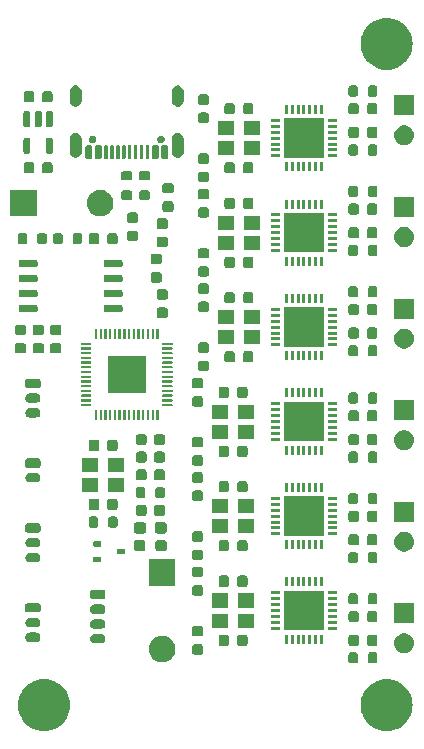
<source format=gbr>
%TF.GenerationSoftware,KiCad,Pcbnew,8.0.8*%
%TF.CreationDate,2025-02-02T15:52:32-05:00*%
%TF.ProjectId,CAN Board,43414e20-426f-4617-9264-2e6b69636164,rev?*%
%TF.SameCoordinates,Original*%
%TF.FileFunction,Soldermask,Top*%
%TF.FilePolarity,Negative*%
%FSLAX46Y46*%
G04 Gerber Fmt 4.6, Leading zero omitted, Abs format (unit mm)*
G04 Created by KiCad (PCBNEW 8.0.8) date 2025-02-02 15:52:32*
%MOMM*%
%LPD*%
G01*
G04 APERTURE LIST*
G04 APERTURE END LIST*
G36*
X30285823Y-62813722D02*
G01*
X30289760Y-62814240D01*
X30568750Y-62869735D01*
X30572580Y-62870761D01*
X30841937Y-62962195D01*
X30845607Y-62963715D01*
X31100713Y-63089520D01*
X31104162Y-63091512D01*
X31340664Y-63249538D01*
X31343826Y-63251964D01*
X31557688Y-63439515D01*
X31560484Y-63442311D01*
X31748035Y-63656173D01*
X31750461Y-63659335D01*
X31908487Y-63895837D01*
X31910479Y-63899286D01*
X32036284Y-64154392D01*
X32037804Y-64158062D01*
X32129238Y-64427419D01*
X32130264Y-64431249D01*
X32185759Y-64710239D01*
X32186277Y-64714176D01*
X32204881Y-64998009D01*
X32204881Y-65001990D01*
X32186277Y-65285823D01*
X32185759Y-65289760D01*
X32130264Y-65568750D01*
X32129238Y-65572580D01*
X32037804Y-65841937D01*
X32036284Y-65845607D01*
X31910479Y-66100713D01*
X31908487Y-66104162D01*
X31750461Y-66340664D01*
X31748035Y-66343826D01*
X31560484Y-66557688D01*
X31557688Y-66560484D01*
X31343826Y-66748035D01*
X31340664Y-66750461D01*
X31104162Y-66908487D01*
X31100713Y-66910479D01*
X30845607Y-67036284D01*
X30841937Y-67037804D01*
X30572580Y-67129238D01*
X30568750Y-67130264D01*
X30289760Y-67185759D01*
X30285823Y-67186277D01*
X30001990Y-67204881D01*
X29998010Y-67204881D01*
X29714176Y-67186277D01*
X29710239Y-67185759D01*
X29431249Y-67130264D01*
X29427419Y-67129238D01*
X29158062Y-67037804D01*
X29154392Y-67036284D01*
X28899286Y-66910479D01*
X28895837Y-66908487D01*
X28659335Y-66750461D01*
X28656173Y-66748035D01*
X28442311Y-66560484D01*
X28439515Y-66557688D01*
X28251964Y-66343826D01*
X28249538Y-66340664D01*
X28091512Y-66104162D01*
X28089520Y-66100713D01*
X27963715Y-65845607D01*
X27962195Y-65841937D01*
X27870761Y-65572580D01*
X27869735Y-65568750D01*
X27814240Y-65289760D01*
X27813722Y-65285823D01*
X27795119Y-65001990D01*
X27795119Y-64998009D01*
X27813722Y-64714176D01*
X27814240Y-64710239D01*
X27869735Y-64431249D01*
X27870761Y-64427419D01*
X27962195Y-64158062D01*
X27963715Y-64154392D01*
X28089520Y-63899286D01*
X28091512Y-63895837D01*
X28249538Y-63659335D01*
X28251964Y-63656173D01*
X28439515Y-63442311D01*
X28442311Y-63439515D01*
X28656173Y-63251964D01*
X28659335Y-63249538D01*
X28895837Y-63091512D01*
X28899286Y-63089520D01*
X29154392Y-62963715D01*
X29158062Y-62962195D01*
X29427419Y-62870761D01*
X29431249Y-62869735D01*
X29710239Y-62814240D01*
X29714176Y-62813722D01*
X29998010Y-62795119D01*
X30001990Y-62795119D01*
X30285823Y-62813722D01*
G37*
G36*
X59285823Y-62813722D02*
G01*
X59289760Y-62814240D01*
X59568750Y-62869735D01*
X59572580Y-62870761D01*
X59841937Y-62962195D01*
X59845607Y-62963715D01*
X60100713Y-63089520D01*
X60104162Y-63091512D01*
X60340664Y-63249538D01*
X60343826Y-63251964D01*
X60557688Y-63439515D01*
X60560484Y-63442311D01*
X60748035Y-63656173D01*
X60750461Y-63659335D01*
X60908487Y-63895837D01*
X60910479Y-63899286D01*
X61036284Y-64154392D01*
X61037804Y-64158062D01*
X61129238Y-64427419D01*
X61130264Y-64431249D01*
X61185759Y-64710239D01*
X61186277Y-64714176D01*
X61204881Y-64998009D01*
X61204881Y-65001990D01*
X61186277Y-65285823D01*
X61185759Y-65289760D01*
X61130264Y-65568750D01*
X61129238Y-65572580D01*
X61037804Y-65841937D01*
X61036284Y-65845607D01*
X60910479Y-66100713D01*
X60908487Y-66104162D01*
X60750461Y-66340664D01*
X60748035Y-66343826D01*
X60560484Y-66557688D01*
X60557688Y-66560484D01*
X60343826Y-66748035D01*
X60340664Y-66750461D01*
X60104162Y-66908487D01*
X60100713Y-66910479D01*
X59845607Y-67036284D01*
X59841937Y-67037804D01*
X59572580Y-67129238D01*
X59568750Y-67130264D01*
X59289760Y-67185759D01*
X59285823Y-67186277D01*
X59001990Y-67204881D01*
X58998010Y-67204881D01*
X58714176Y-67186277D01*
X58710239Y-67185759D01*
X58431249Y-67130264D01*
X58427419Y-67129238D01*
X58158062Y-67037804D01*
X58154392Y-67036284D01*
X57899286Y-66910479D01*
X57895837Y-66908487D01*
X57659335Y-66750461D01*
X57656173Y-66748035D01*
X57442311Y-66560484D01*
X57439515Y-66557688D01*
X57251964Y-66343826D01*
X57249538Y-66340664D01*
X57091512Y-66104162D01*
X57089520Y-66100713D01*
X56963715Y-65845607D01*
X56962195Y-65841937D01*
X56870761Y-65572580D01*
X56869735Y-65568750D01*
X56814240Y-65289760D01*
X56813722Y-65285823D01*
X56795119Y-65001990D01*
X56795119Y-64998009D01*
X56813722Y-64714176D01*
X56814240Y-64710239D01*
X56869735Y-64431249D01*
X56870761Y-64427419D01*
X56962195Y-64158062D01*
X56963715Y-64154392D01*
X57089520Y-63899286D01*
X57091512Y-63895837D01*
X57249538Y-63659335D01*
X57251964Y-63656173D01*
X57439515Y-63442311D01*
X57442311Y-63439515D01*
X57656173Y-63251964D01*
X57659335Y-63249538D01*
X57895837Y-63091512D01*
X57899286Y-63089520D01*
X58154392Y-62963715D01*
X58158062Y-62962195D01*
X58427419Y-62870761D01*
X58431249Y-62869735D01*
X58710239Y-62814240D01*
X58714176Y-62813722D01*
X58998010Y-62795119D01*
X59001990Y-62795119D01*
X59285823Y-62813722D01*
G37*
G36*
X56451537Y-60540224D02*
G01*
X56516421Y-60583579D01*
X56559776Y-60648463D01*
X56575000Y-60725000D01*
X56575000Y-61275000D01*
X56559776Y-61351537D01*
X56516421Y-61416421D01*
X56451537Y-61459776D01*
X56375000Y-61475000D01*
X55975000Y-61475000D01*
X55898463Y-61459776D01*
X55833579Y-61416421D01*
X55790224Y-61351537D01*
X55775000Y-61275000D01*
X55775000Y-60725000D01*
X55790224Y-60648463D01*
X55833579Y-60583579D01*
X55898463Y-60540224D01*
X55975000Y-60525000D01*
X56375000Y-60525000D01*
X56451537Y-60540224D01*
G37*
G36*
X58101537Y-60540224D02*
G01*
X58166421Y-60583579D01*
X58209776Y-60648463D01*
X58225000Y-60725000D01*
X58225000Y-61275000D01*
X58209776Y-61351537D01*
X58166421Y-61416421D01*
X58101537Y-61459776D01*
X58025000Y-61475000D01*
X57625000Y-61475000D01*
X57548463Y-61459776D01*
X57483579Y-61416421D01*
X57440224Y-61351537D01*
X57425000Y-61275000D01*
X57425000Y-60725000D01*
X57440224Y-60648463D01*
X57483579Y-60583579D01*
X57548463Y-60540224D01*
X57625000Y-60525000D01*
X58025000Y-60525000D01*
X58101537Y-60540224D01*
G37*
G36*
X40307871Y-59167946D02*
G01*
X40501456Y-59242941D01*
X40677964Y-59352231D01*
X40831385Y-59492092D01*
X40956494Y-59657764D01*
X41049031Y-59843603D01*
X41105845Y-60043282D01*
X41125000Y-60250000D01*
X41105845Y-60456718D01*
X41049031Y-60656397D01*
X40956494Y-60842236D01*
X40831385Y-61007908D01*
X40677964Y-61147769D01*
X40501456Y-61257059D01*
X40307871Y-61332054D01*
X40103802Y-61370201D01*
X39896198Y-61370201D01*
X39692129Y-61332054D01*
X39498544Y-61257059D01*
X39322036Y-61147769D01*
X39168615Y-61007908D01*
X39043506Y-60842236D01*
X38950969Y-60656397D01*
X38894155Y-60456718D01*
X38875000Y-60250000D01*
X38894155Y-60043282D01*
X38950969Y-59843603D01*
X39043506Y-59657764D01*
X39168615Y-59492092D01*
X39322036Y-59352231D01*
X39498544Y-59242941D01*
X39692129Y-59167946D01*
X39896198Y-59129799D01*
X40103802Y-59129799D01*
X40307871Y-59167946D01*
G37*
G36*
X43336104Y-59842127D02*
G01*
X43409099Y-59890901D01*
X43457873Y-59963896D01*
X43475000Y-60050000D01*
X43475000Y-60500000D01*
X43457873Y-60586104D01*
X43409099Y-60659099D01*
X43336104Y-60707873D01*
X43250000Y-60725000D01*
X42750000Y-60725000D01*
X42663896Y-60707873D01*
X42590901Y-60659099D01*
X42542127Y-60586104D01*
X42525000Y-60500000D01*
X42525000Y-60050000D01*
X42542127Y-59963896D01*
X42590901Y-59890901D01*
X42663896Y-59842127D01*
X42750000Y-59825000D01*
X43250000Y-59825000D01*
X43336104Y-59842127D01*
G37*
G36*
X60762664Y-58956602D02*
G01*
X60925000Y-59028878D01*
X61068761Y-59133327D01*
X61187664Y-59265383D01*
X61276514Y-59419274D01*
X61331425Y-59588275D01*
X61350000Y-59765000D01*
X61331425Y-59941725D01*
X61276514Y-60110726D01*
X61187664Y-60264617D01*
X61068761Y-60396673D01*
X60925000Y-60501122D01*
X60762664Y-60573398D01*
X60588849Y-60610344D01*
X60411151Y-60610344D01*
X60237336Y-60573398D01*
X60075000Y-60501122D01*
X59931239Y-60396673D01*
X59812336Y-60264617D01*
X59723486Y-60110726D01*
X59668575Y-59941725D01*
X59650000Y-59765000D01*
X59668575Y-59588275D01*
X59723486Y-59419274D01*
X59812336Y-59265383D01*
X59931239Y-59133327D01*
X60075000Y-59028878D01*
X60237336Y-58956602D01*
X60411151Y-58919656D01*
X60588849Y-58919656D01*
X60762664Y-58956602D01*
G37*
G36*
X45536104Y-59042127D02*
G01*
X45609099Y-59090901D01*
X45657873Y-59163896D01*
X45675000Y-59250000D01*
X45675000Y-59750000D01*
X45657873Y-59836104D01*
X45609099Y-59909099D01*
X45536104Y-59957873D01*
X45450000Y-59975000D01*
X45000000Y-59975000D01*
X44913896Y-59957873D01*
X44840901Y-59909099D01*
X44792127Y-59836104D01*
X44775000Y-59750000D01*
X44775000Y-59250000D01*
X44792127Y-59163896D01*
X44840901Y-59090901D01*
X44913896Y-59042127D01*
X45000000Y-59025000D01*
X45450000Y-59025000D01*
X45536104Y-59042127D01*
G37*
G36*
X47086104Y-59042127D02*
G01*
X47159099Y-59090901D01*
X47207873Y-59163896D01*
X47225000Y-59250000D01*
X47225000Y-59750000D01*
X47207873Y-59836104D01*
X47159099Y-59909099D01*
X47086104Y-59957873D01*
X47000000Y-59975000D01*
X46550000Y-59975000D01*
X46463896Y-59957873D01*
X46390901Y-59909099D01*
X46342127Y-59836104D01*
X46325000Y-59750000D01*
X46325000Y-59250000D01*
X46342127Y-59163896D01*
X46390901Y-59090901D01*
X46463896Y-59042127D01*
X46550000Y-59025000D01*
X47000000Y-59025000D01*
X47086104Y-59042127D01*
G37*
G36*
X56536104Y-59042127D02*
G01*
X56609099Y-59090901D01*
X56657873Y-59163896D01*
X56675000Y-59250000D01*
X56675000Y-59750000D01*
X56657873Y-59836104D01*
X56609099Y-59909099D01*
X56536104Y-59957873D01*
X56450000Y-59975000D01*
X56000000Y-59975000D01*
X55913896Y-59957873D01*
X55840901Y-59909099D01*
X55792127Y-59836104D01*
X55775000Y-59750000D01*
X55775000Y-59250000D01*
X55792127Y-59163896D01*
X55840901Y-59090901D01*
X55913896Y-59042127D01*
X56000000Y-59025000D01*
X56450000Y-59025000D01*
X56536104Y-59042127D01*
G37*
G36*
X58086104Y-59042127D02*
G01*
X58159099Y-59090901D01*
X58207873Y-59163896D01*
X58225000Y-59250000D01*
X58225000Y-59750000D01*
X58207873Y-59836104D01*
X58159099Y-59909099D01*
X58086104Y-59957873D01*
X58000000Y-59975000D01*
X57550000Y-59975000D01*
X57463896Y-59957873D01*
X57390901Y-59909099D01*
X57342127Y-59836104D01*
X57325000Y-59750000D01*
X57325000Y-59250000D01*
X57342127Y-59163896D01*
X57390901Y-59090901D01*
X57463896Y-59042127D01*
X57550000Y-59025000D01*
X58000000Y-59025000D01*
X58086104Y-59042127D01*
G37*
G36*
X50627000Y-59806700D02*
G01*
X50373000Y-59806700D01*
X50373000Y-59044700D01*
X50627000Y-59044700D01*
X50627000Y-59806700D01*
G37*
G36*
X51126999Y-59806700D02*
G01*
X50872999Y-59806700D01*
X50872999Y-59044700D01*
X51126999Y-59044700D01*
X51126999Y-59806700D01*
G37*
G36*
X51627001Y-59806700D02*
G01*
X51373001Y-59806700D01*
X51373001Y-59044700D01*
X51627001Y-59044700D01*
X51627001Y-59806700D01*
G37*
G36*
X52127000Y-59806700D02*
G01*
X51873000Y-59806700D01*
X51873000Y-59044700D01*
X52127000Y-59044700D01*
X52127000Y-59806700D01*
G37*
G36*
X52626999Y-59806700D02*
G01*
X52372999Y-59806700D01*
X52372999Y-59044700D01*
X52626999Y-59044700D01*
X52626999Y-59806700D01*
G37*
G36*
X53127001Y-59806700D02*
G01*
X52873001Y-59806700D01*
X52873001Y-59044700D01*
X53127001Y-59044700D01*
X53127001Y-59806700D01*
G37*
G36*
X53627000Y-59806700D02*
G01*
X53373000Y-59806700D01*
X53373000Y-59044700D01*
X53627000Y-59044700D01*
X53627000Y-59806700D01*
G37*
G36*
X34852210Y-58978422D02*
G01*
X34953073Y-59005448D01*
X35043505Y-59057659D01*
X35117341Y-59131495D01*
X35169552Y-59221927D01*
X35196578Y-59322790D01*
X35196578Y-59427210D01*
X35169552Y-59528073D01*
X35117341Y-59618505D01*
X35043505Y-59692341D01*
X34953073Y-59744552D01*
X34852210Y-59771578D01*
X34800000Y-59775000D01*
X34798340Y-59775000D01*
X34301660Y-59775000D01*
X34300000Y-59775000D01*
X34247790Y-59771578D01*
X34146927Y-59744552D01*
X34056495Y-59692341D01*
X33982659Y-59618505D01*
X33930448Y-59528073D01*
X33903422Y-59427210D01*
X33903422Y-59322790D01*
X33930448Y-59221927D01*
X33982659Y-59131495D01*
X34056495Y-59057659D01*
X34146927Y-59005448D01*
X34247790Y-58978422D01*
X34300000Y-58975000D01*
X34800000Y-58975000D01*
X34852210Y-58978422D01*
G37*
G36*
X29352210Y-58853422D02*
G01*
X29453073Y-58880448D01*
X29543505Y-58932659D01*
X29617341Y-59006495D01*
X29669552Y-59096927D01*
X29696578Y-59197790D01*
X29696578Y-59302210D01*
X29669552Y-59403073D01*
X29617341Y-59493505D01*
X29543505Y-59567341D01*
X29453073Y-59619552D01*
X29352210Y-59646578D01*
X29300000Y-59650000D01*
X29298340Y-59650000D01*
X28801660Y-59650000D01*
X28800000Y-59650000D01*
X28747790Y-59646578D01*
X28646927Y-59619552D01*
X28556495Y-59567341D01*
X28482659Y-59493505D01*
X28430448Y-59403073D01*
X28403422Y-59302210D01*
X28403422Y-59197790D01*
X28430448Y-59096927D01*
X28482659Y-59006495D01*
X28556495Y-58932659D01*
X28646927Y-58880448D01*
X28747790Y-58853422D01*
X28800000Y-58850000D01*
X29300000Y-58850000D01*
X29352210Y-58853422D01*
G37*
G36*
X43336104Y-58292127D02*
G01*
X43409099Y-58340901D01*
X43457873Y-58413896D01*
X43475000Y-58500000D01*
X43475000Y-58950000D01*
X43457873Y-59036104D01*
X43409099Y-59109099D01*
X43336104Y-59157873D01*
X43250000Y-59175000D01*
X42750000Y-59175000D01*
X42663896Y-59157873D01*
X42590901Y-59109099D01*
X42542127Y-59036104D01*
X42525000Y-58950000D01*
X42525000Y-58500000D01*
X42542127Y-58413896D01*
X42590901Y-58340901D01*
X42663896Y-58292127D01*
X42750000Y-58275000D01*
X43250000Y-58275000D01*
X43336104Y-58292127D01*
G37*
G36*
X53676400Y-58676400D02*
G01*
X50323600Y-58676400D01*
X50323600Y-55323600D01*
X53676400Y-55323600D01*
X53676400Y-58676400D01*
G37*
G36*
X49955300Y-58627000D02*
G01*
X49193300Y-58627000D01*
X49193300Y-58373000D01*
X49955300Y-58373000D01*
X49955300Y-58627000D01*
G37*
G36*
X54806700Y-58627000D02*
G01*
X54044700Y-58627000D01*
X54044700Y-58373000D01*
X54806700Y-58373000D01*
X54806700Y-58627000D01*
G37*
G36*
X34852210Y-57728422D02*
G01*
X34953073Y-57755448D01*
X35043505Y-57807659D01*
X35117341Y-57881495D01*
X35169552Y-57971927D01*
X35196578Y-58072790D01*
X35196578Y-58177210D01*
X35169552Y-58278073D01*
X35117341Y-58368505D01*
X35043505Y-58442341D01*
X34953073Y-58494552D01*
X34852210Y-58521578D01*
X34800000Y-58525000D01*
X34798340Y-58525000D01*
X34301660Y-58525000D01*
X34300000Y-58525000D01*
X34247790Y-58521578D01*
X34146927Y-58494552D01*
X34056495Y-58442341D01*
X33982659Y-58368505D01*
X33930448Y-58278073D01*
X33903422Y-58177210D01*
X33903422Y-58072790D01*
X33930448Y-57971927D01*
X33982659Y-57881495D01*
X34056495Y-57807659D01*
X34146927Y-57755448D01*
X34247790Y-57728422D01*
X34300000Y-57725000D01*
X34800000Y-57725000D01*
X34852210Y-57728422D01*
G37*
G36*
X45600000Y-58450000D02*
G01*
X44200000Y-58450000D01*
X44200000Y-57250000D01*
X45600000Y-57250000D01*
X45600000Y-58450000D01*
G37*
G36*
X47800000Y-58450000D02*
G01*
X46400000Y-58450000D01*
X46400000Y-57250000D01*
X47800000Y-57250000D01*
X47800000Y-58450000D01*
G37*
G36*
X29352210Y-57603422D02*
G01*
X29453073Y-57630448D01*
X29543505Y-57682659D01*
X29617341Y-57756495D01*
X29669552Y-57846927D01*
X29696578Y-57947790D01*
X29696578Y-58052210D01*
X29669552Y-58153073D01*
X29617341Y-58243505D01*
X29543505Y-58317341D01*
X29453073Y-58369552D01*
X29352210Y-58396578D01*
X29300000Y-58400000D01*
X29298340Y-58400000D01*
X28801660Y-58400000D01*
X28800000Y-58400000D01*
X28747790Y-58396578D01*
X28646927Y-58369552D01*
X28556495Y-58317341D01*
X28482659Y-58243505D01*
X28430448Y-58153073D01*
X28403422Y-58052210D01*
X28403422Y-57947790D01*
X28430448Y-57846927D01*
X28482659Y-57756495D01*
X28556495Y-57682659D01*
X28646927Y-57630448D01*
X28747790Y-57603422D01*
X28800000Y-57600000D01*
X29300000Y-57600000D01*
X29352210Y-57603422D01*
G37*
G36*
X49955300Y-58127001D02*
G01*
X49193300Y-58127001D01*
X49193300Y-57873001D01*
X49955300Y-57873001D01*
X49955300Y-58127001D01*
G37*
G36*
X54806700Y-58127001D02*
G01*
X54044700Y-58127001D01*
X54044700Y-57873001D01*
X54806700Y-57873001D01*
X54806700Y-58127001D01*
G37*
G36*
X61350000Y-58075000D02*
G01*
X59650000Y-58075000D01*
X59650000Y-56375000D01*
X61350000Y-56375000D01*
X61350000Y-58075000D01*
G37*
G36*
X56536104Y-57042127D02*
G01*
X56609099Y-57090901D01*
X56657873Y-57163896D01*
X56675000Y-57250000D01*
X56675000Y-57750000D01*
X56657873Y-57836104D01*
X56609099Y-57909099D01*
X56536104Y-57957873D01*
X56450000Y-57975000D01*
X56000000Y-57975000D01*
X55913896Y-57957873D01*
X55840901Y-57909099D01*
X55792127Y-57836104D01*
X55775000Y-57750000D01*
X55775000Y-57250000D01*
X55792127Y-57163896D01*
X55840901Y-57090901D01*
X55913896Y-57042127D01*
X56000000Y-57025000D01*
X56450000Y-57025000D01*
X56536104Y-57042127D01*
G37*
G36*
X58086104Y-57042127D02*
G01*
X58159099Y-57090901D01*
X58207873Y-57163896D01*
X58225000Y-57250000D01*
X58225000Y-57750000D01*
X58207873Y-57836104D01*
X58159099Y-57909099D01*
X58086104Y-57957873D01*
X58000000Y-57975000D01*
X57550000Y-57975000D01*
X57463896Y-57957873D01*
X57390901Y-57909099D01*
X57342127Y-57836104D01*
X57325000Y-57750000D01*
X57325000Y-57250000D01*
X57342127Y-57163896D01*
X57390901Y-57090901D01*
X57463896Y-57042127D01*
X57550000Y-57025000D01*
X58000000Y-57025000D01*
X58086104Y-57042127D01*
G37*
G36*
X49955300Y-57626999D02*
G01*
X49193300Y-57626999D01*
X49193300Y-57372999D01*
X49955300Y-57372999D01*
X49955300Y-57626999D01*
G37*
G36*
X54806700Y-57626999D02*
G01*
X54044700Y-57626999D01*
X54044700Y-57372999D01*
X54806700Y-57372999D01*
X54806700Y-57626999D01*
G37*
G36*
X34852210Y-56478422D02*
G01*
X34953073Y-56505448D01*
X35043505Y-56557659D01*
X35117341Y-56631495D01*
X35169552Y-56721927D01*
X35196578Y-56822790D01*
X35196578Y-56927210D01*
X35169552Y-57028073D01*
X35117341Y-57118505D01*
X35043505Y-57192341D01*
X34953073Y-57244552D01*
X34852210Y-57271578D01*
X34800000Y-57275000D01*
X34798340Y-57275000D01*
X34301660Y-57275000D01*
X34300000Y-57275000D01*
X34247790Y-57271578D01*
X34146927Y-57244552D01*
X34056495Y-57192341D01*
X33982659Y-57118505D01*
X33930448Y-57028073D01*
X33903422Y-56927210D01*
X33903422Y-56822790D01*
X33930448Y-56721927D01*
X33982659Y-56631495D01*
X34056495Y-56557659D01*
X34146927Y-56505448D01*
X34247790Y-56478422D01*
X34300000Y-56475000D01*
X34800000Y-56475000D01*
X34852210Y-56478422D01*
G37*
G36*
X29576537Y-56365224D02*
G01*
X29641421Y-56408579D01*
X29684776Y-56473463D01*
X29700000Y-56550000D01*
X29700000Y-56950000D01*
X29684776Y-57026537D01*
X29641421Y-57091421D01*
X29576537Y-57134776D01*
X29500000Y-57150000D01*
X28600000Y-57150000D01*
X28523463Y-57134776D01*
X28458579Y-57091421D01*
X28415224Y-57026537D01*
X28400000Y-56950000D01*
X28400000Y-56550000D01*
X28415224Y-56473463D01*
X28458579Y-56408579D01*
X28523463Y-56365224D01*
X28600000Y-56350000D01*
X29500000Y-56350000D01*
X29576537Y-56365224D01*
G37*
G36*
X49955300Y-57127000D02*
G01*
X49193300Y-57127000D01*
X49193300Y-56873000D01*
X49955300Y-56873000D01*
X49955300Y-57127000D01*
G37*
G36*
X54806700Y-57127000D02*
G01*
X54044700Y-57127000D01*
X54044700Y-56873000D01*
X54806700Y-56873000D01*
X54806700Y-57127000D01*
G37*
G36*
X45600000Y-56750000D02*
G01*
X44200000Y-56750000D01*
X44200000Y-55550000D01*
X45600000Y-55550000D01*
X45600000Y-56750000D01*
G37*
G36*
X47800000Y-56750000D02*
G01*
X46400000Y-56750000D01*
X46400000Y-55550000D01*
X47800000Y-55550000D01*
X47800000Y-56750000D01*
G37*
G36*
X49955300Y-56627001D02*
G01*
X49193300Y-56627001D01*
X49193300Y-56373001D01*
X49955300Y-56373001D01*
X49955300Y-56627001D01*
G37*
G36*
X54806700Y-56627001D02*
G01*
X54044700Y-56627001D01*
X54044700Y-56373001D01*
X54806700Y-56373001D01*
X54806700Y-56627001D01*
G37*
G36*
X56451537Y-55540224D02*
G01*
X56516421Y-55583579D01*
X56559776Y-55648463D01*
X56575000Y-55725000D01*
X56575000Y-56275000D01*
X56559776Y-56351537D01*
X56516421Y-56416421D01*
X56451537Y-56459776D01*
X56375000Y-56475000D01*
X55975000Y-56475000D01*
X55898463Y-56459776D01*
X55833579Y-56416421D01*
X55790224Y-56351537D01*
X55775000Y-56275000D01*
X55775000Y-55725000D01*
X55790224Y-55648463D01*
X55833579Y-55583579D01*
X55898463Y-55540224D01*
X55975000Y-55525000D01*
X56375000Y-55525000D01*
X56451537Y-55540224D01*
G37*
G36*
X58101537Y-55540224D02*
G01*
X58166421Y-55583579D01*
X58209776Y-55648463D01*
X58225000Y-55725000D01*
X58225000Y-56275000D01*
X58209776Y-56351537D01*
X58166421Y-56416421D01*
X58101537Y-56459776D01*
X58025000Y-56475000D01*
X57625000Y-56475000D01*
X57548463Y-56459776D01*
X57483579Y-56416421D01*
X57440224Y-56351537D01*
X57425000Y-56275000D01*
X57425000Y-55725000D01*
X57440224Y-55648463D01*
X57483579Y-55583579D01*
X57548463Y-55540224D01*
X57625000Y-55525000D01*
X58025000Y-55525000D01*
X58101537Y-55540224D01*
G37*
G36*
X49955300Y-56126999D02*
G01*
X49193300Y-56126999D01*
X49193300Y-55872999D01*
X49955300Y-55872999D01*
X49955300Y-56126999D01*
G37*
G36*
X54806700Y-56126999D02*
G01*
X54044700Y-56126999D01*
X54044700Y-55872999D01*
X54806700Y-55872999D01*
X54806700Y-56126999D01*
G37*
G36*
X35076537Y-55240224D02*
G01*
X35141421Y-55283579D01*
X35184776Y-55348463D01*
X35200000Y-55425000D01*
X35200000Y-55825000D01*
X35184776Y-55901537D01*
X35141421Y-55966421D01*
X35076537Y-56009776D01*
X35000000Y-56025000D01*
X34100000Y-56025000D01*
X34023463Y-56009776D01*
X33958579Y-55966421D01*
X33915224Y-55901537D01*
X33900000Y-55825000D01*
X33900000Y-55425000D01*
X33915224Y-55348463D01*
X33958579Y-55283579D01*
X34023463Y-55240224D01*
X34100000Y-55225000D01*
X35000000Y-55225000D01*
X35076537Y-55240224D01*
G37*
G36*
X43336104Y-54842127D02*
G01*
X43409099Y-54890901D01*
X43457873Y-54963896D01*
X43475000Y-55050000D01*
X43475000Y-55500000D01*
X43457873Y-55586104D01*
X43409099Y-55659099D01*
X43336104Y-55707873D01*
X43250000Y-55725000D01*
X42750000Y-55725000D01*
X42663896Y-55707873D01*
X42590901Y-55659099D01*
X42542127Y-55586104D01*
X42525000Y-55500000D01*
X42525000Y-55050000D01*
X42542127Y-54963896D01*
X42590901Y-54890901D01*
X42663896Y-54842127D01*
X42750000Y-54825000D01*
X43250000Y-54825000D01*
X43336104Y-54842127D01*
G37*
G36*
X49955300Y-55627000D02*
G01*
X49193300Y-55627000D01*
X49193300Y-55373000D01*
X49955300Y-55373000D01*
X49955300Y-55627000D01*
G37*
G36*
X54806700Y-55627000D02*
G01*
X54044700Y-55627000D01*
X54044700Y-55373000D01*
X54806700Y-55373000D01*
X54806700Y-55627000D01*
G37*
G36*
X45536104Y-54042127D02*
G01*
X45609099Y-54090901D01*
X45657873Y-54163896D01*
X45675000Y-54250000D01*
X45675000Y-54750000D01*
X45657873Y-54836104D01*
X45609099Y-54909099D01*
X45536104Y-54957873D01*
X45450000Y-54975000D01*
X45000000Y-54975000D01*
X44913896Y-54957873D01*
X44840901Y-54909099D01*
X44792127Y-54836104D01*
X44775000Y-54750000D01*
X44775000Y-54250000D01*
X44792127Y-54163896D01*
X44840901Y-54090901D01*
X44913896Y-54042127D01*
X45000000Y-54025000D01*
X45450000Y-54025000D01*
X45536104Y-54042127D01*
G37*
G36*
X47086104Y-54042127D02*
G01*
X47159099Y-54090901D01*
X47207873Y-54163896D01*
X47225000Y-54250000D01*
X47225000Y-54750000D01*
X47207873Y-54836104D01*
X47159099Y-54909099D01*
X47086104Y-54957873D01*
X47000000Y-54975000D01*
X46550000Y-54975000D01*
X46463896Y-54957873D01*
X46390901Y-54909099D01*
X46342127Y-54836104D01*
X46325000Y-54750000D01*
X46325000Y-54250000D01*
X46342127Y-54163896D01*
X46390901Y-54090901D01*
X46463896Y-54042127D01*
X46550000Y-54025000D01*
X47000000Y-54025000D01*
X47086104Y-54042127D01*
G37*
G36*
X50627000Y-54955300D02*
G01*
X50373000Y-54955300D01*
X50373000Y-54193300D01*
X50627000Y-54193300D01*
X50627000Y-54955300D01*
G37*
G36*
X51126999Y-54955300D02*
G01*
X50872999Y-54955300D01*
X50872999Y-54193300D01*
X51126999Y-54193300D01*
X51126999Y-54955300D01*
G37*
G36*
X51627001Y-54955300D02*
G01*
X51373001Y-54955300D01*
X51373001Y-54193300D01*
X51627001Y-54193300D01*
X51627001Y-54955300D01*
G37*
G36*
X52127000Y-54955300D02*
G01*
X51873000Y-54955300D01*
X51873000Y-54193300D01*
X52127000Y-54193300D01*
X52127000Y-54955300D01*
G37*
G36*
X52626999Y-54955300D02*
G01*
X52372999Y-54955300D01*
X52372999Y-54193300D01*
X52626999Y-54193300D01*
X52626999Y-54955300D01*
G37*
G36*
X53127001Y-54955300D02*
G01*
X52873001Y-54955300D01*
X52873001Y-54193300D01*
X53127001Y-54193300D01*
X53127001Y-54955300D01*
G37*
G36*
X53627000Y-54955300D02*
G01*
X53373000Y-54955300D01*
X53373000Y-54193300D01*
X53627000Y-54193300D01*
X53627000Y-54955300D01*
G37*
G36*
X41125000Y-54875000D02*
G01*
X38875000Y-54875000D01*
X38875000Y-52625000D01*
X41125000Y-52625000D01*
X41125000Y-54875000D01*
G37*
G36*
X43336104Y-53292127D02*
G01*
X43409099Y-53340901D01*
X43457873Y-53413896D01*
X43475000Y-53500000D01*
X43475000Y-53950000D01*
X43457873Y-54036104D01*
X43409099Y-54109099D01*
X43336104Y-54157873D01*
X43250000Y-54175000D01*
X42750000Y-54175000D01*
X42663896Y-54157873D01*
X42590901Y-54109099D01*
X42542127Y-54036104D01*
X42525000Y-53950000D01*
X42525000Y-53500000D01*
X42542127Y-53413896D01*
X42590901Y-53340901D01*
X42663896Y-53292127D01*
X42750000Y-53275000D01*
X43250000Y-53275000D01*
X43336104Y-53292127D01*
G37*
G36*
X56451537Y-52040224D02*
G01*
X56516421Y-52083579D01*
X56559776Y-52148463D01*
X56575000Y-52225000D01*
X56575000Y-52775000D01*
X56559776Y-52851537D01*
X56516421Y-52916421D01*
X56451537Y-52959776D01*
X56375000Y-52975000D01*
X55975000Y-52975000D01*
X55898463Y-52959776D01*
X55833579Y-52916421D01*
X55790224Y-52851537D01*
X55775000Y-52775000D01*
X55775000Y-52225000D01*
X55790224Y-52148463D01*
X55833579Y-52083579D01*
X55898463Y-52040224D01*
X55975000Y-52025000D01*
X56375000Y-52025000D01*
X56451537Y-52040224D01*
G37*
G36*
X58101537Y-52040224D02*
G01*
X58166421Y-52083579D01*
X58209776Y-52148463D01*
X58225000Y-52225000D01*
X58225000Y-52775000D01*
X58209776Y-52851537D01*
X58166421Y-52916421D01*
X58101537Y-52959776D01*
X58025000Y-52975000D01*
X57625000Y-52975000D01*
X57548463Y-52959776D01*
X57483579Y-52916421D01*
X57440224Y-52851537D01*
X57425000Y-52775000D01*
X57425000Y-52225000D01*
X57440224Y-52148463D01*
X57483579Y-52083579D01*
X57548463Y-52040224D01*
X57625000Y-52025000D01*
X58025000Y-52025000D01*
X58101537Y-52040224D01*
G37*
G36*
X29352210Y-52103422D02*
G01*
X29453073Y-52130448D01*
X29543505Y-52182659D01*
X29617341Y-52256495D01*
X29669552Y-52346927D01*
X29696578Y-52447790D01*
X29696578Y-52552210D01*
X29669552Y-52653073D01*
X29617341Y-52743505D01*
X29543505Y-52817341D01*
X29453073Y-52869552D01*
X29352210Y-52896578D01*
X29300000Y-52900000D01*
X29298340Y-52900000D01*
X28801660Y-52900000D01*
X28800000Y-52900000D01*
X28747790Y-52896578D01*
X28646927Y-52869552D01*
X28556495Y-52817341D01*
X28482659Y-52743505D01*
X28430448Y-52653073D01*
X28403422Y-52552210D01*
X28403422Y-52447790D01*
X28430448Y-52346927D01*
X28482659Y-52256495D01*
X28556495Y-52182659D01*
X28646927Y-52130448D01*
X28747790Y-52103422D01*
X28800000Y-52100000D01*
X29300000Y-52100000D01*
X29352210Y-52103422D01*
G37*
G36*
X34780552Y-52433564D02*
G01*
X34817050Y-52457950D01*
X34841436Y-52494448D01*
X34850000Y-52537500D01*
X34850000Y-52762500D01*
X34841436Y-52805552D01*
X34817050Y-52842050D01*
X34780552Y-52866436D01*
X34737500Y-52875000D01*
X34262500Y-52875000D01*
X34219448Y-52866436D01*
X34182950Y-52842050D01*
X34158564Y-52805552D01*
X34150000Y-52762500D01*
X34150000Y-52537500D01*
X34158564Y-52494448D01*
X34182950Y-52457950D01*
X34219448Y-52433564D01*
X34262500Y-52425000D01*
X34737500Y-52425000D01*
X34780552Y-52433564D01*
G37*
G36*
X43336104Y-51842127D02*
G01*
X43409099Y-51890901D01*
X43457873Y-51963896D01*
X43475000Y-52050000D01*
X43475000Y-52500000D01*
X43457873Y-52586104D01*
X43409099Y-52659099D01*
X43336104Y-52707873D01*
X43250000Y-52725000D01*
X42750000Y-52725000D01*
X42663896Y-52707873D01*
X42590901Y-52659099D01*
X42542127Y-52586104D01*
X42525000Y-52500000D01*
X42525000Y-52050000D01*
X42542127Y-51963896D01*
X42590901Y-51890901D01*
X42663896Y-51842127D01*
X42750000Y-51825000D01*
X43250000Y-51825000D01*
X43336104Y-51842127D01*
G37*
G36*
X36780552Y-51783564D02*
G01*
X36817050Y-51807950D01*
X36841436Y-51844448D01*
X36850000Y-51887500D01*
X36850000Y-52112500D01*
X36841436Y-52155552D01*
X36817050Y-52192050D01*
X36780552Y-52216436D01*
X36737500Y-52225000D01*
X36262500Y-52225000D01*
X36219448Y-52216436D01*
X36182950Y-52192050D01*
X36158564Y-52155552D01*
X36150000Y-52112500D01*
X36150000Y-51887500D01*
X36158564Y-51844448D01*
X36182950Y-51807950D01*
X36219448Y-51783564D01*
X36262500Y-51775000D01*
X36737500Y-51775000D01*
X36780552Y-51783564D01*
G37*
G36*
X60762664Y-50356602D02*
G01*
X60925000Y-50428878D01*
X61068761Y-50533327D01*
X61187664Y-50665383D01*
X61276514Y-50819274D01*
X61331425Y-50988275D01*
X61350000Y-51165000D01*
X61331425Y-51341725D01*
X61276514Y-51510726D01*
X61187664Y-51664617D01*
X61068761Y-51796673D01*
X60925000Y-51901122D01*
X60762664Y-51973398D01*
X60588849Y-52010344D01*
X60411151Y-52010344D01*
X60237336Y-51973398D01*
X60075000Y-51901122D01*
X59931239Y-51796673D01*
X59812336Y-51664617D01*
X59723486Y-51510726D01*
X59668575Y-51341725D01*
X59650000Y-51165000D01*
X59668575Y-50988275D01*
X59723486Y-50819274D01*
X59812336Y-50665383D01*
X59931239Y-50533327D01*
X60075000Y-50428878D01*
X60237336Y-50356602D01*
X60411151Y-50319656D01*
X60588849Y-50319656D01*
X60762664Y-50356602D01*
G37*
G36*
X38341615Y-51025818D02*
G01*
X38390017Y-51031434D01*
X38406555Y-51038736D01*
X38428387Y-51043079D01*
X38451759Y-51058695D01*
X38471224Y-51067290D01*
X38484517Y-51080583D01*
X38505438Y-51094562D01*
X38519416Y-51115482D01*
X38532709Y-51128775D01*
X38541302Y-51148238D01*
X38556921Y-51171613D01*
X38561264Y-51193446D01*
X38568565Y-51209982D01*
X38574178Y-51258372D01*
X38575000Y-51262500D01*
X38575000Y-51737500D01*
X38574178Y-51741627D01*
X38568565Y-51790017D01*
X38561264Y-51806551D01*
X38556921Y-51828387D01*
X38541301Y-51851763D01*
X38532709Y-51871224D01*
X38519418Y-51884514D01*
X38505438Y-51905438D01*
X38484514Y-51919418D01*
X38471224Y-51932709D01*
X38451763Y-51941301D01*
X38428387Y-51956921D01*
X38406551Y-51961264D01*
X38390017Y-51968565D01*
X38341629Y-51974178D01*
X38337500Y-51975000D01*
X37837500Y-51975000D01*
X37833373Y-51974179D01*
X37784982Y-51968565D01*
X37768446Y-51961264D01*
X37746613Y-51956921D01*
X37723238Y-51941302D01*
X37703775Y-51932709D01*
X37690482Y-51919416D01*
X37669562Y-51905438D01*
X37655583Y-51884517D01*
X37642290Y-51871224D01*
X37633695Y-51851759D01*
X37618079Y-51828387D01*
X37613736Y-51806555D01*
X37606434Y-51790017D01*
X37600818Y-51741616D01*
X37600000Y-51737500D01*
X37600000Y-51262500D01*
X37600818Y-51258385D01*
X37606434Y-51209982D01*
X37613736Y-51193442D01*
X37618079Y-51171613D01*
X37633694Y-51148242D01*
X37642290Y-51128775D01*
X37655585Y-51115479D01*
X37669562Y-51094562D01*
X37690479Y-51080585D01*
X37703775Y-51067290D01*
X37723242Y-51058694D01*
X37746613Y-51043079D01*
X37768442Y-51038736D01*
X37784982Y-51031434D01*
X37833384Y-51025818D01*
X37837500Y-51025000D01*
X38337500Y-51025000D01*
X38341615Y-51025818D01*
G37*
G36*
X40166615Y-51025818D02*
G01*
X40215017Y-51031434D01*
X40231555Y-51038736D01*
X40253387Y-51043079D01*
X40276759Y-51058695D01*
X40296224Y-51067290D01*
X40309517Y-51080583D01*
X40330438Y-51094562D01*
X40344416Y-51115482D01*
X40357709Y-51128775D01*
X40366302Y-51148238D01*
X40381921Y-51171613D01*
X40386264Y-51193446D01*
X40393565Y-51209982D01*
X40399178Y-51258372D01*
X40400000Y-51262500D01*
X40400000Y-51737500D01*
X40399178Y-51741627D01*
X40393565Y-51790017D01*
X40386264Y-51806551D01*
X40381921Y-51828387D01*
X40366301Y-51851763D01*
X40357709Y-51871224D01*
X40344418Y-51884514D01*
X40330438Y-51905438D01*
X40309514Y-51919418D01*
X40296224Y-51932709D01*
X40276763Y-51941301D01*
X40253387Y-51956921D01*
X40231551Y-51961264D01*
X40215017Y-51968565D01*
X40166629Y-51974178D01*
X40162500Y-51975000D01*
X39662500Y-51975000D01*
X39658373Y-51974179D01*
X39609982Y-51968565D01*
X39593446Y-51961264D01*
X39571613Y-51956921D01*
X39548238Y-51941302D01*
X39528775Y-51932709D01*
X39515482Y-51919416D01*
X39494562Y-51905438D01*
X39480583Y-51884517D01*
X39467290Y-51871224D01*
X39458695Y-51851759D01*
X39443079Y-51828387D01*
X39438736Y-51806555D01*
X39431434Y-51790017D01*
X39425818Y-51741616D01*
X39425000Y-51737500D01*
X39425000Y-51262500D01*
X39425818Y-51258385D01*
X39431434Y-51209982D01*
X39438736Y-51193442D01*
X39443079Y-51171613D01*
X39458694Y-51148242D01*
X39467290Y-51128775D01*
X39480585Y-51115479D01*
X39494562Y-51094562D01*
X39515479Y-51080585D01*
X39528775Y-51067290D01*
X39548242Y-51058694D01*
X39571613Y-51043079D01*
X39593442Y-51038736D01*
X39609982Y-51031434D01*
X39658384Y-51025818D01*
X39662500Y-51025000D01*
X40162500Y-51025000D01*
X40166615Y-51025818D01*
G37*
G36*
X45536104Y-51042127D02*
G01*
X45609099Y-51090901D01*
X45657873Y-51163896D01*
X45675000Y-51250000D01*
X45675000Y-51750000D01*
X45657873Y-51836104D01*
X45609099Y-51909099D01*
X45536104Y-51957873D01*
X45450000Y-51975000D01*
X45000000Y-51975000D01*
X44913896Y-51957873D01*
X44840901Y-51909099D01*
X44792127Y-51836104D01*
X44775000Y-51750000D01*
X44775000Y-51250000D01*
X44792127Y-51163896D01*
X44840901Y-51090901D01*
X44913896Y-51042127D01*
X45000000Y-51025000D01*
X45450000Y-51025000D01*
X45536104Y-51042127D01*
G37*
G36*
X47086104Y-51042127D02*
G01*
X47159099Y-51090901D01*
X47207873Y-51163896D01*
X47225000Y-51250000D01*
X47225000Y-51750000D01*
X47207873Y-51836104D01*
X47159099Y-51909099D01*
X47086104Y-51957873D01*
X47000000Y-51975000D01*
X46550000Y-51975000D01*
X46463896Y-51957873D01*
X46390901Y-51909099D01*
X46342127Y-51836104D01*
X46325000Y-51750000D01*
X46325000Y-51250000D01*
X46342127Y-51163896D01*
X46390901Y-51090901D01*
X46463896Y-51042127D01*
X46550000Y-51025000D01*
X47000000Y-51025000D01*
X47086104Y-51042127D01*
G37*
G36*
X50627000Y-51806700D02*
G01*
X50373000Y-51806700D01*
X50373000Y-51044700D01*
X50627000Y-51044700D01*
X50627000Y-51806700D01*
G37*
G36*
X51126999Y-51806700D02*
G01*
X50872999Y-51806700D01*
X50872999Y-51044700D01*
X51126999Y-51044700D01*
X51126999Y-51806700D01*
G37*
G36*
X51627001Y-51806700D02*
G01*
X51373001Y-51806700D01*
X51373001Y-51044700D01*
X51627001Y-51044700D01*
X51627001Y-51806700D01*
G37*
G36*
X52127000Y-51806700D02*
G01*
X51873000Y-51806700D01*
X51873000Y-51044700D01*
X52127000Y-51044700D01*
X52127000Y-51806700D01*
G37*
G36*
X52626999Y-51806700D02*
G01*
X52372999Y-51806700D01*
X52372999Y-51044700D01*
X52626999Y-51044700D01*
X52626999Y-51806700D01*
G37*
G36*
X53127001Y-51806700D02*
G01*
X52873001Y-51806700D01*
X52873001Y-51044700D01*
X53127001Y-51044700D01*
X53127001Y-51806700D01*
G37*
G36*
X53627000Y-51806700D02*
G01*
X53373000Y-51806700D01*
X53373000Y-51044700D01*
X53627000Y-51044700D01*
X53627000Y-51806700D01*
G37*
G36*
X29352210Y-50853422D02*
G01*
X29453073Y-50880448D01*
X29543505Y-50932659D01*
X29617341Y-51006495D01*
X29669552Y-51096927D01*
X29696578Y-51197790D01*
X29696578Y-51302210D01*
X29669552Y-51403073D01*
X29617341Y-51493505D01*
X29543505Y-51567341D01*
X29453073Y-51619552D01*
X29352210Y-51646578D01*
X29300000Y-51650000D01*
X29298340Y-51650000D01*
X28801660Y-51650000D01*
X28800000Y-51650000D01*
X28747790Y-51646578D01*
X28646927Y-51619552D01*
X28556495Y-51567341D01*
X28482659Y-51493505D01*
X28430448Y-51403073D01*
X28403422Y-51302210D01*
X28403422Y-51197790D01*
X28430448Y-51096927D01*
X28482659Y-51006495D01*
X28556495Y-50932659D01*
X28646927Y-50880448D01*
X28747790Y-50853422D01*
X28800000Y-50850000D01*
X29300000Y-50850000D01*
X29352210Y-50853422D01*
G37*
G36*
X34780552Y-51133564D02*
G01*
X34817050Y-51157950D01*
X34841436Y-51194448D01*
X34850000Y-51237500D01*
X34850000Y-51462500D01*
X34841436Y-51505552D01*
X34817050Y-51542050D01*
X34780552Y-51566436D01*
X34737500Y-51575000D01*
X34262500Y-51575000D01*
X34219448Y-51566436D01*
X34182950Y-51542050D01*
X34158564Y-51505552D01*
X34150000Y-51462500D01*
X34150000Y-51237500D01*
X34158564Y-51194448D01*
X34182950Y-51157950D01*
X34219448Y-51133564D01*
X34262500Y-51125000D01*
X34737500Y-51125000D01*
X34780552Y-51133564D01*
G37*
G36*
X56536104Y-50542127D02*
G01*
X56609099Y-50590901D01*
X56657873Y-50663896D01*
X56675000Y-50750000D01*
X56675000Y-51250000D01*
X56657873Y-51336104D01*
X56609099Y-51409099D01*
X56536104Y-51457873D01*
X56450000Y-51475000D01*
X56000000Y-51475000D01*
X55913896Y-51457873D01*
X55840901Y-51409099D01*
X55792127Y-51336104D01*
X55775000Y-51250000D01*
X55775000Y-50750000D01*
X55792127Y-50663896D01*
X55840901Y-50590901D01*
X55913896Y-50542127D01*
X56000000Y-50525000D01*
X56450000Y-50525000D01*
X56536104Y-50542127D01*
G37*
G36*
X58086104Y-50542127D02*
G01*
X58159099Y-50590901D01*
X58207873Y-50663896D01*
X58225000Y-50750000D01*
X58225000Y-51250000D01*
X58207873Y-51336104D01*
X58159099Y-51409099D01*
X58086104Y-51457873D01*
X58000000Y-51475000D01*
X57550000Y-51475000D01*
X57463896Y-51457873D01*
X57390901Y-51409099D01*
X57342127Y-51336104D01*
X57325000Y-51250000D01*
X57325000Y-50750000D01*
X57342127Y-50663896D01*
X57390901Y-50590901D01*
X57463896Y-50542127D01*
X57550000Y-50525000D01*
X58000000Y-50525000D01*
X58086104Y-50542127D01*
G37*
G36*
X43336104Y-50292127D02*
G01*
X43409099Y-50340901D01*
X43457873Y-50413896D01*
X43475000Y-50500000D01*
X43475000Y-50950000D01*
X43457873Y-51036104D01*
X43409099Y-51109099D01*
X43336104Y-51157873D01*
X43250000Y-51175000D01*
X42750000Y-51175000D01*
X42663896Y-51157873D01*
X42590901Y-51109099D01*
X42542127Y-51036104D01*
X42525000Y-50950000D01*
X42525000Y-50500000D01*
X42542127Y-50413896D01*
X42590901Y-50340901D01*
X42663896Y-50292127D01*
X42750000Y-50275000D01*
X43250000Y-50275000D01*
X43336104Y-50292127D01*
G37*
G36*
X53676400Y-50676400D02*
G01*
X50323600Y-50676400D01*
X50323600Y-47323600D01*
X53676400Y-47323600D01*
X53676400Y-50676400D01*
G37*
G36*
X49955300Y-50627000D02*
G01*
X49193300Y-50627000D01*
X49193300Y-50373000D01*
X49955300Y-50373000D01*
X49955300Y-50627000D01*
G37*
G36*
X54806700Y-50627000D02*
G01*
X54044700Y-50627000D01*
X54044700Y-50373000D01*
X54806700Y-50373000D01*
X54806700Y-50627000D01*
G37*
G36*
X38416615Y-49525818D02*
G01*
X38465017Y-49531434D01*
X38481555Y-49538736D01*
X38503387Y-49543079D01*
X38526759Y-49558695D01*
X38546224Y-49567290D01*
X38559517Y-49580583D01*
X38580438Y-49594562D01*
X38594416Y-49615482D01*
X38607709Y-49628775D01*
X38616302Y-49648238D01*
X38631921Y-49671613D01*
X38636264Y-49693446D01*
X38643565Y-49709982D01*
X38649178Y-49758372D01*
X38650000Y-49762500D01*
X38650000Y-50237500D01*
X38649178Y-50241627D01*
X38643565Y-50290017D01*
X38636264Y-50306551D01*
X38631921Y-50328387D01*
X38616301Y-50351763D01*
X38607709Y-50371224D01*
X38594418Y-50384514D01*
X38580438Y-50405438D01*
X38559514Y-50419418D01*
X38546224Y-50432709D01*
X38526763Y-50441301D01*
X38503387Y-50456921D01*
X38481551Y-50461264D01*
X38465017Y-50468565D01*
X38416629Y-50474178D01*
X38412500Y-50475000D01*
X37837500Y-50475000D01*
X37833373Y-50474179D01*
X37784982Y-50468565D01*
X37768446Y-50461264D01*
X37746613Y-50456921D01*
X37723238Y-50441302D01*
X37703775Y-50432709D01*
X37690482Y-50419416D01*
X37669562Y-50405438D01*
X37655583Y-50384517D01*
X37642290Y-50371224D01*
X37633695Y-50351759D01*
X37618079Y-50328387D01*
X37613736Y-50306555D01*
X37606434Y-50290017D01*
X37600818Y-50241616D01*
X37600000Y-50237500D01*
X37600000Y-49762500D01*
X37600818Y-49758385D01*
X37606434Y-49709982D01*
X37613736Y-49693442D01*
X37618079Y-49671613D01*
X37633694Y-49648242D01*
X37642290Y-49628775D01*
X37655585Y-49615479D01*
X37669562Y-49594562D01*
X37690479Y-49580585D01*
X37703775Y-49567290D01*
X37723242Y-49558694D01*
X37746613Y-49543079D01*
X37768442Y-49538736D01*
X37784982Y-49531434D01*
X37833384Y-49525818D01*
X37837500Y-49525000D01*
X38412500Y-49525000D01*
X38416615Y-49525818D01*
G37*
G36*
X40166615Y-49525818D02*
G01*
X40215017Y-49531434D01*
X40231555Y-49538736D01*
X40253387Y-49543079D01*
X40276759Y-49558695D01*
X40296224Y-49567290D01*
X40309517Y-49580583D01*
X40330438Y-49594562D01*
X40344416Y-49615482D01*
X40357709Y-49628775D01*
X40366302Y-49648238D01*
X40381921Y-49671613D01*
X40386264Y-49693446D01*
X40393565Y-49709982D01*
X40399178Y-49758372D01*
X40400000Y-49762500D01*
X40400000Y-50237500D01*
X40399178Y-50241627D01*
X40393565Y-50290017D01*
X40386264Y-50306551D01*
X40381921Y-50328387D01*
X40366301Y-50351763D01*
X40357709Y-50371224D01*
X40344418Y-50384514D01*
X40330438Y-50405438D01*
X40309514Y-50419418D01*
X40296224Y-50432709D01*
X40276763Y-50441301D01*
X40253387Y-50456921D01*
X40231551Y-50461264D01*
X40215017Y-50468565D01*
X40166629Y-50474178D01*
X40162500Y-50475000D01*
X39587500Y-50475000D01*
X39583373Y-50474179D01*
X39534982Y-50468565D01*
X39518446Y-50461264D01*
X39496613Y-50456921D01*
X39473238Y-50441302D01*
X39453775Y-50432709D01*
X39440482Y-50419416D01*
X39419562Y-50405438D01*
X39405583Y-50384517D01*
X39392290Y-50371224D01*
X39383695Y-50351759D01*
X39368079Y-50328387D01*
X39363736Y-50306555D01*
X39356434Y-50290017D01*
X39350818Y-50241616D01*
X39350000Y-50237500D01*
X39350000Y-49762500D01*
X39350818Y-49758385D01*
X39356434Y-49709982D01*
X39363736Y-49693442D01*
X39368079Y-49671613D01*
X39383694Y-49648242D01*
X39392290Y-49628775D01*
X39405585Y-49615479D01*
X39419562Y-49594562D01*
X39440479Y-49580585D01*
X39453775Y-49567290D01*
X39473242Y-49558694D01*
X39496613Y-49543079D01*
X39518442Y-49538736D01*
X39534982Y-49531434D01*
X39583384Y-49525818D01*
X39587500Y-49525000D01*
X40162500Y-49525000D01*
X40166615Y-49525818D01*
G37*
G36*
X45600000Y-50450000D02*
G01*
X44200000Y-50450000D01*
X44200000Y-49250000D01*
X45600000Y-49250000D01*
X45600000Y-50450000D01*
G37*
G36*
X47800000Y-50450000D02*
G01*
X46400000Y-50450000D01*
X46400000Y-49250000D01*
X47800000Y-49250000D01*
X47800000Y-50450000D01*
G37*
G36*
X29576537Y-49615224D02*
G01*
X29641421Y-49658579D01*
X29684776Y-49723463D01*
X29700000Y-49800000D01*
X29700000Y-50200000D01*
X29684776Y-50276537D01*
X29641421Y-50341421D01*
X29576537Y-50384776D01*
X29500000Y-50400000D01*
X28600000Y-50400000D01*
X28523463Y-50384776D01*
X28458579Y-50341421D01*
X28415224Y-50276537D01*
X28400000Y-50200000D01*
X28400000Y-49800000D01*
X28415224Y-49723463D01*
X28458579Y-49658579D01*
X28523463Y-49615224D01*
X28600000Y-49600000D01*
X29500000Y-49600000D01*
X29576537Y-49615224D01*
G37*
G36*
X49955300Y-50127001D02*
G01*
X49193300Y-50127001D01*
X49193300Y-49873001D01*
X49955300Y-49873001D01*
X49955300Y-50127001D01*
G37*
G36*
X54806700Y-50127001D02*
G01*
X54044700Y-50127001D01*
X54044700Y-49873001D01*
X54806700Y-49873001D01*
X54806700Y-50127001D01*
G37*
G36*
X34451537Y-49040224D02*
G01*
X34516421Y-49083579D01*
X34559776Y-49148463D01*
X34575000Y-49225000D01*
X34575000Y-49775000D01*
X34559776Y-49851537D01*
X34516421Y-49916421D01*
X34451537Y-49959776D01*
X34375000Y-49975000D01*
X33975000Y-49975000D01*
X33898463Y-49959776D01*
X33833579Y-49916421D01*
X33790224Y-49851537D01*
X33775000Y-49775000D01*
X33775000Y-49225000D01*
X33790224Y-49148463D01*
X33833579Y-49083579D01*
X33898463Y-49040224D01*
X33975000Y-49025000D01*
X34375000Y-49025000D01*
X34451537Y-49040224D01*
G37*
G36*
X36101537Y-49040224D02*
G01*
X36166421Y-49083579D01*
X36209776Y-49148463D01*
X36225000Y-49225000D01*
X36225000Y-49775000D01*
X36209776Y-49851537D01*
X36166421Y-49916421D01*
X36101537Y-49959776D01*
X36025000Y-49975000D01*
X35625000Y-49975000D01*
X35548463Y-49959776D01*
X35483579Y-49916421D01*
X35440224Y-49851537D01*
X35425000Y-49775000D01*
X35425000Y-49225000D01*
X35440224Y-49148463D01*
X35483579Y-49083579D01*
X35548463Y-49040224D01*
X35625000Y-49025000D01*
X36025000Y-49025000D01*
X36101537Y-49040224D01*
G37*
G36*
X49955300Y-49626999D02*
G01*
X49193300Y-49626999D01*
X49193300Y-49372999D01*
X49955300Y-49372999D01*
X49955300Y-49626999D01*
G37*
G36*
X54806700Y-49626999D02*
G01*
X54044700Y-49626999D01*
X54044700Y-49372999D01*
X54806700Y-49372999D01*
X54806700Y-49626999D01*
G37*
G36*
X56536104Y-48542127D02*
G01*
X56609099Y-48590901D01*
X56657873Y-48663896D01*
X56675000Y-48750000D01*
X56675000Y-49250000D01*
X56657873Y-49336104D01*
X56609099Y-49409099D01*
X56536104Y-49457873D01*
X56450000Y-49475000D01*
X56000000Y-49475000D01*
X55913896Y-49457873D01*
X55840901Y-49409099D01*
X55792127Y-49336104D01*
X55775000Y-49250000D01*
X55775000Y-48750000D01*
X55792127Y-48663896D01*
X55840901Y-48590901D01*
X55913896Y-48542127D01*
X56000000Y-48525000D01*
X56450000Y-48525000D01*
X56536104Y-48542127D01*
G37*
G36*
X58086104Y-48542127D02*
G01*
X58159099Y-48590901D01*
X58207873Y-48663896D01*
X58225000Y-48750000D01*
X58225000Y-49250000D01*
X58207873Y-49336104D01*
X58159099Y-49409099D01*
X58086104Y-49457873D01*
X58000000Y-49475000D01*
X57550000Y-49475000D01*
X57463896Y-49457873D01*
X57390901Y-49409099D01*
X57342127Y-49336104D01*
X57325000Y-49250000D01*
X57325000Y-48750000D01*
X57342127Y-48663896D01*
X57390901Y-48590901D01*
X57463896Y-48542127D01*
X57550000Y-48525000D01*
X58000000Y-48525000D01*
X58086104Y-48542127D01*
G37*
G36*
X61350000Y-49475000D02*
G01*
X59650000Y-49475000D01*
X59650000Y-47775000D01*
X61350000Y-47775000D01*
X61350000Y-49475000D01*
G37*
G36*
X49955300Y-49127000D02*
G01*
X49193300Y-49127000D01*
X49193300Y-48873000D01*
X49955300Y-48873000D01*
X49955300Y-49127000D01*
G37*
G36*
X54806700Y-49127000D02*
G01*
X54044700Y-49127000D01*
X54044700Y-48873000D01*
X54806700Y-48873000D01*
X54806700Y-49127000D01*
G37*
G36*
X38536104Y-48042127D02*
G01*
X38609099Y-48090901D01*
X38657873Y-48163896D01*
X38675000Y-48250000D01*
X38675000Y-48750000D01*
X38657873Y-48836104D01*
X38609099Y-48909099D01*
X38536104Y-48957873D01*
X38450000Y-48975000D01*
X38000000Y-48975000D01*
X37913896Y-48957873D01*
X37840901Y-48909099D01*
X37792127Y-48836104D01*
X37775000Y-48750000D01*
X37775000Y-48250000D01*
X37792127Y-48163896D01*
X37840901Y-48090901D01*
X37913896Y-48042127D01*
X38000000Y-48025000D01*
X38450000Y-48025000D01*
X38536104Y-48042127D01*
G37*
G36*
X40086104Y-48042127D02*
G01*
X40159099Y-48090901D01*
X40207873Y-48163896D01*
X40225000Y-48250000D01*
X40225000Y-48750000D01*
X40207873Y-48836104D01*
X40159099Y-48909099D01*
X40086104Y-48957873D01*
X40000000Y-48975000D01*
X39550000Y-48975000D01*
X39463896Y-48957873D01*
X39390901Y-48909099D01*
X39342127Y-48836104D01*
X39325000Y-48750000D01*
X39325000Y-48250000D01*
X39342127Y-48163896D01*
X39390901Y-48090901D01*
X39463896Y-48042127D01*
X39550000Y-48025000D01*
X40000000Y-48025000D01*
X40086104Y-48042127D01*
G37*
G36*
X45600000Y-48750000D02*
G01*
X44200000Y-48750000D01*
X44200000Y-47550000D01*
X45600000Y-47550000D01*
X45600000Y-48750000D01*
G37*
G36*
X47800000Y-48750000D02*
G01*
X46400000Y-48750000D01*
X46400000Y-47550000D01*
X47800000Y-47550000D01*
X47800000Y-48750000D01*
G37*
G36*
X49955300Y-48627001D02*
G01*
X49193300Y-48627001D01*
X49193300Y-48373001D01*
X49955300Y-48373001D01*
X49955300Y-48627001D01*
G37*
G36*
X54806700Y-48627001D02*
G01*
X54044700Y-48627001D01*
X54044700Y-48373001D01*
X54806700Y-48373001D01*
X54806700Y-48627001D01*
G37*
G36*
X34536104Y-47542127D02*
G01*
X34609099Y-47590901D01*
X34657873Y-47663896D01*
X34675000Y-47750000D01*
X34675000Y-48250000D01*
X34657873Y-48336104D01*
X34609099Y-48409099D01*
X34536104Y-48457873D01*
X34450000Y-48475000D01*
X34000000Y-48475000D01*
X33913896Y-48457873D01*
X33840901Y-48409099D01*
X33792127Y-48336104D01*
X33775000Y-48250000D01*
X33775000Y-47750000D01*
X33792127Y-47663896D01*
X33840901Y-47590901D01*
X33913896Y-47542127D01*
X34000000Y-47525000D01*
X34450000Y-47525000D01*
X34536104Y-47542127D01*
G37*
G36*
X36086104Y-47542127D02*
G01*
X36159099Y-47590901D01*
X36207873Y-47663896D01*
X36225000Y-47750000D01*
X36225000Y-48250000D01*
X36207873Y-48336104D01*
X36159099Y-48409099D01*
X36086104Y-48457873D01*
X36000000Y-48475000D01*
X35550000Y-48475000D01*
X35463896Y-48457873D01*
X35390901Y-48409099D01*
X35342127Y-48336104D01*
X35325000Y-48250000D01*
X35325000Y-47750000D01*
X35342127Y-47663896D01*
X35390901Y-47590901D01*
X35463896Y-47542127D01*
X35550000Y-47525000D01*
X36000000Y-47525000D01*
X36086104Y-47542127D01*
G37*
G36*
X49955300Y-48126999D02*
G01*
X49193300Y-48126999D01*
X49193300Y-47872999D01*
X49955300Y-47872999D01*
X49955300Y-48126999D01*
G37*
G36*
X54806700Y-48126999D02*
G01*
X54044700Y-48126999D01*
X54044700Y-47872999D01*
X54806700Y-47872999D01*
X54806700Y-48126999D01*
G37*
G36*
X56451537Y-47040224D02*
G01*
X56516421Y-47083579D01*
X56559776Y-47148463D01*
X56575000Y-47225000D01*
X56575000Y-47775000D01*
X56559776Y-47851537D01*
X56516421Y-47916421D01*
X56451537Y-47959776D01*
X56375000Y-47975000D01*
X55975000Y-47975000D01*
X55898463Y-47959776D01*
X55833579Y-47916421D01*
X55790224Y-47851537D01*
X55775000Y-47775000D01*
X55775000Y-47225000D01*
X55790224Y-47148463D01*
X55833579Y-47083579D01*
X55898463Y-47040224D01*
X55975000Y-47025000D01*
X56375000Y-47025000D01*
X56451537Y-47040224D01*
G37*
G36*
X58101537Y-47040224D02*
G01*
X58166421Y-47083579D01*
X58209776Y-47148463D01*
X58225000Y-47225000D01*
X58225000Y-47775000D01*
X58209776Y-47851537D01*
X58166421Y-47916421D01*
X58101537Y-47959776D01*
X58025000Y-47975000D01*
X57625000Y-47975000D01*
X57548463Y-47959776D01*
X57483579Y-47916421D01*
X57440224Y-47851537D01*
X57425000Y-47775000D01*
X57425000Y-47225000D01*
X57440224Y-47148463D01*
X57483579Y-47083579D01*
X57548463Y-47040224D01*
X57625000Y-47025000D01*
X58025000Y-47025000D01*
X58101537Y-47040224D01*
G37*
G36*
X43336104Y-46842127D02*
G01*
X43409099Y-46890901D01*
X43457873Y-46963896D01*
X43475000Y-47050000D01*
X43475000Y-47500000D01*
X43457873Y-47586104D01*
X43409099Y-47659099D01*
X43336104Y-47707873D01*
X43250000Y-47725000D01*
X42750000Y-47725000D01*
X42663896Y-47707873D01*
X42590901Y-47659099D01*
X42542127Y-47586104D01*
X42525000Y-47500000D01*
X42525000Y-47050000D01*
X42542127Y-46963896D01*
X42590901Y-46890901D01*
X42663896Y-46842127D01*
X42750000Y-46825000D01*
X43250000Y-46825000D01*
X43336104Y-46842127D01*
G37*
G36*
X49955300Y-47627000D02*
G01*
X49193300Y-47627000D01*
X49193300Y-47373000D01*
X49955300Y-47373000D01*
X49955300Y-47627000D01*
G37*
G36*
X54806700Y-47627000D02*
G01*
X54044700Y-47627000D01*
X54044700Y-47373000D01*
X54806700Y-47373000D01*
X54806700Y-47627000D01*
G37*
G36*
X38451537Y-46540224D02*
G01*
X38516421Y-46583579D01*
X38559776Y-46648463D01*
X38575000Y-46725000D01*
X38575000Y-47275000D01*
X38559776Y-47351537D01*
X38516421Y-47416421D01*
X38451537Y-47459776D01*
X38375000Y-47475000D01*
X37975000Y-47475000D01*
X37898463Y-47459776D01*
X37833579Y-47416421D01*
X37790224Y-47351537D01*
X37775000Y-47275000D01*
X37775000Y-46725000D01*
X37790224Y-46648463D01*
X37833579Y-46583579D01*
X37898463Y-46540224D01*
X37975000Y-46525000D01*
X38375000Y-46525000D01*
X38451537Y-46540224D01*
G37*
G36*
X40101537Y-46540224D02*
G01*
X40166421Y-46583579D01*
X40209776Y-46648463D01*
X40225000Y-46725000D01*
X40225000Y-47275000D01*
X40209776Y-47351537D01*
X40166421Y-47416421D01*
X40101537Y-47459776D01*
X40025000Y-47475000D01*
X39625000Y-47475000D01*
X39548463Y-47459776D01*
X39483579Y-47416421D01*
X39440224Y-47351537D01*
X39425000Y-47275000D01*
X39425000Y-46725000D01*
X39440224Y-46648463D01*
X39483579Y-46583579D01*
X39548463Y-46540224D01*
X39625000Y-46525000D01*
X40025000Y-46525000D01*
X40101537Y-46540224D01*
G37*
G36*
X45536104Y-46042127D02*
G01*
X45609099Y-46090901D01*
X45657873Y-46163896D01*
X45675000Y-46250000D01*
X45675000Y-46750000D01*
X45657873Y-46836104D01*
X45609099Y-46909099D01*
X45536104Y-46957873D01*
X45450000Y-46975000D01*
X45000000Y-46975000D01*
X44913896Y-46957873D01*
X44840901Y-46909099D01*
X44792127Y-46836104D01*
X44775000Y-46750000D01*
X44775000Y-46250000D01*
X44792127Y-46163896D01*
X44840901Y-46090901D01*
X44913896Y-46042127D01*
X45000000Y-46025000D01*
X45450000Y-46025000D01*
X45536104Y-46042127D01*
G37*
G36*
X47086104Y-46042127D02*
G01*
X47159099Y-46090901D01*
X47207873Y-46163896D01*
X47225000Y-46250000D01*
X47225000Y-46750000D01*
X47207873Y-46836104D01*
X47159099Y-46909099D01*
X47086104Y-46957873D01*
X47000000Y-46975000D01*
X46550000Y-46975000D01*
X46463896Y-46957873D01*
X46390901Y-46909099D01*
X46342127Y-46836104D01*
X46325000Y-46750000D01*
X46325000Y-46250000D01*
X46342127Y-46163896D01*
X46390901Y-46090901D01*
X46463896Y-46042127D01*
X46550000Y-46025000D01*
X47000000Y-46025000D01*
X47086104Y-46042127D01*
G37*
G36*
X50627000Y-46955300D02*
G01*
X50373000Y-46955300D01*
X50373000Y-46193300D01*
X50627000Y-46193300D01*
X50627000Y-46955300D01*
G37*
G36*
X51126999Y-46955300D02*
G01*
X50872999Y-46955300D01*
X50872999Y-46193300D01*
X51126999Y-46193300D01*
X51126999Y-46955300D01*
G37*
G36*
X51627001Y-46955300D02*
G01*
X51373001Y-46955300D01*
X51373001Y-46193300D01*
X51627001Y-46193300D01*
X51627001Y-46955300D01*
G37*
G36*
X52127000Y-46955300D02*
G01*
X51873000Y-46955300D01*
X51873000Y-46193300D01*
X52127000Y-46193300D01*
X52127000Y-46955300D01*
G37*
G36*
X52626999Y-46955300D02*
G01*
X52372999Y-46955300D01*
X52372999Y-46193300D01*
X52626999Y-46193300D01*
X52626999Y-46955300D01*
G37*
G36*
X53127001Y-46955300D02*
G01*
X52873001Y-46955300D01*
X52873001Y-46193300D01*
X53127001Y-46193300D01*
X53127001Y-46955300D01*
G37*
G36*
X53627000Y-46955300D02*
G01*
X53373000Y-46955300D01*
X53373000Y-46193300D01*
X53627000Y-46193300D01*
X53627000Y-46955300D01*
G37*
G36*
X34600000Y-46950000D02*
G01*
X33200000Y-46950000D01*
X33200000Y-45750000D01*
X34600000Y-45750000D01*
X34600000Y-46950000D01*
G37*
G36*
X36800000Y-46950000D02*
G01*
X35400000Y-46950000D01*
X35400000Y-45750000D01*
X36800000Y-45750000D01*
X36800000Y-46950000D01*
G37*
G36*
X43336104Y-45292127D02*
G01*
X43409099Y-45340901D01*
X43457873Y-45413896D01*
X43475000Y-45500000D01*
X43475000Y-45950000D01*
X43457873Y-46036104D01*
X43409099Y-46109099D01*
X43336104Y-46157873D01*
X43250000Y-46175000D01*
X42750000Y-46175000D01*
X42663896Y-46157873D01*
X42590901Y-46109099D01*
X42542127Y-46036104D01*
X42525000Y-45950000D01*
X42525000Y-45500000D01*
X42542127Y-45413896D01*
X42590901Y-45340901D01*
X42663896Y-45292127D01*
X42750000Y-45275000D01*
X43250000Y-45275000D01*
X43336104Y-45292127D01*
G37*
G36*
X29352210Y-45353422D02*
G01*
X29453073Y-45380448D01*
X29543505Y-45432659D01*
X29617341Y-45506495D01*
X29669552Y-45596927D01*
X29696578Y-45697790D01*
X29696578Y-45802210D01*
X29669552Y-45903073D01*
X29617341Y-45993505D01*
X29543505Y-46067341D01*
X29453073Y-46119552D01*
X29352210Y-46146578D01*
X29300000Y-46150000D01*
X29298340Y-46150000D01*
X28801660Y-46150000D01*
X28800000Y-46150000D01*
X28747790Y-46146578D01*
X28646927Y-46119552D01*
X28556495Y-46067341D01*
X28482659Y-45993505D01*
X28430448Y-45903073D01*
X28403422Y-45802210D01*
X28403422Y-45697790D01*
X28430448Y-45596927D01*
X28482659Y-45506495D01*
X28556495Y-45432659D01*
X28646927Y-45380448D01*
X28747790Y-45353422D01*
X28800000Y-45350000D01*
X29300000Y-45350000D01*
X29352210Y-45353422D01*
G37*
G36*
X38536104Y-45042127D02*
G01*
X38609099Y-45090901D01*
X38657873Y-45163896D01*
X38675000Y-45250000D01*
X38675000Y-45750000D01*
X38657873Y-45836104D01*
X38609099Y-45909099D01*
X38536104Y-45957873D01*
X38450000Y-45975000D01*
X38000000Y-45975000D01*
X37913896Y-45957873D01*
X37840901Y-45909099D01*
X37792127Y-45836104D01*
X37775000Y-45750000D01*
X37775000Y-45250000D01*
X37792127Y-45163896D01*
X37840901Y-45090901D01*
X37913896Y-45042127D01*
X38000000Y-45025000D01*
X38450000Y-45025000D01*
X38536104Y-45042127D01*
G37*
G36*
X40086104Y-45042127D02*
G01*
X40159099Y-45090901D01*
X40207873Y-45163896D01*
X40225000Y-45250000D01*
X40225000Y-45750000D01*
X40207873Y-45836104D01*
X40159099Y-45909099D01*
X40086104Y-45957873D01*
X40000000Y-45975000D01*
X39550000Y-45975000D01*
X39463896Y-45957873D01*
X39390901Y-45909099D01*
X39342127Y-45836104D01*
X39325000Y-45750000D01*
X39325000Y-45250000D01*
X39342127Y-45163896D01*
X39390901Y-45090901D01*
X39463896Y-45042127D01*
X39550000Y-45025000D01*
X40000000Y-45025000D01*
X40086104Y-45042127D01*
G37*
G36*
X34600000Y-45250000D02*
G01*
X33200000Y-45250000D01*
X33200000Y-44050000D01*
X34600000Y-44050000D01*
X34600000Y-45250000D01*
G37*
G36*
X36800000Y-45250000D02*
G01*
X35400000Y-45250000D01*
X35400000Y-44050000D01*
X36800000Y-44050000D01*
X36800000Y-45250000D01*
G37*
G36*
X29576537Y-44115224D02*
G01*
X29641421Y-44158579D01*
X29684776Y-44223463D01*
X29700000Y-44300000D01*
X29700000Y-44700000D01*
X29684776Y-44776537D01*
X29641421Y-44841421D01*
X29576537Y-44884776D01*
X29500000Y-44900000D01*
X28600000Y-44900000D01*
X28523463Y-44884776D01*
X28458579Y-44841421D01*
X28415224Y-44776537D01*
X28400000Y-44700000D01*
X28400000Y-44300000D01*
X28415224Y-44223463D01*
X28458579Y-44158579D01*
X28523463Y-44115224D01*
X28600000Y-44100000D01*
X29500000Y-44100000D01*
X29576537Y-44115224D01*
G37*
G36*
X43336104Y-43842127D02*
G01*
X43409099Y-43890901D01*
X43457873Y-43963896D01*
X43475000Y-44050000D01*
X43475000Y-44500000D01*
X43457873Y-44586104D01*
X43409099Y-44659099D01*
X43336104Y-44707873D01*
X43250000Y-44725000D01*
X42750000Y-44725000D01*
X42663896Y-44707873D01*
X42590901Y-44659099D01*
X42542127Y-44586104D01*
X42525000Y-44500000D01*
X42525000Y-44050000D01*
X42542127Y-43963896D01*
X42590901Y-43890901D01*
X42663896Y-43842127D01*
X42750000Y-43825000D01*
X43250000Y-43825000D01*
X43336104Y-43842127D01*
G37*
G36*
X38536104Y-43542127D02*
G01*
X38609099Y-43590901D01*
X38657873Y-43663896D01*
X38675000Y-43750000D01*
X38675000Y-44250000D01*
X38657873Y-44336104D01*
X38609099Y-44409099D01*
X38536104Y-44457873D01*
X38450000Y-44475000D01*
X38000000Y-44475000D01*
X37913896Y-44457873D01*
X37840901Y-44409099D01*
X37792127Y-44336104D01*
X37775000Y-44250000D01*
X37775000Y-43750000D01*
X37792127Y-43663896D01*
X37840901Y-43590901D01*
X37913896Y-43542127D01*
X38000000Y-43525000D01*
X38450000Y-43525000D01*
X38536104Y-43542127D01*
G37*
G36*
X40086104Y-43542127D02*
G01*
X40159099Y-43590901D01*
X40207873Y-43663896D01*
X40225000Y-43750000D01*
X40225000Y-44250000D01*
X40207873Y-44336104D01*
X40159099Y-44409099D01*
X40086104Y-44457873D01*
X40000000Y-44475000D01*
X39550000Y-44475000D01*
X39463896Y-44457873D01*
X39390901Y-44409099D01*
X39342127Y-44336104D01*
X39325000Y-44250000D01*
X39325000Y-43750000D01*
X39342127Y-43663896D01*
X39390901Y-43590901D01*
X39463896Y-43542127D01*
X39550000Y-43525000D01*
X40000000Y-43525000D01*
X40086104Y-43542127D01*
G37*
G36*
X56451537Y-43540224D02*
G01*
X56516421Y-43583579D01*
X56559776Y-43648463D01*
X56575000Y-43725000D01*
X56575000Y-44275000D01*
X56559776Y-44351537D01*
X56516421Y-44416421D01*
X56451537Y-44459776D01*
X56375000Y-44475000D01*
X55975000Y-44475000D01*
X55898463Y-44459776D01*
X55833579Y-44416421D01*
X55790224Y-44351537D01*
X55775000Y-44275000D01*
X55775000Y-43725000D01*
X55790224Y-43648463D01*
X55833579Y-43583579D01*
X55898463Y-43540224D01*
X55975000Y-43525000D01*
X56375000Y-43525000D01*
X56451537Y-43540224D01*
G37*
G36*
X58101537Y-43540224D02*
G01*
X58166421Y-43583579D01*
X58209776Y-43648463D01*
X58225000Y-43725000D01*
X58225000Y-44275000D01*
X58209776Y-44351537D01*
X58166421Y-44416421D01*
X58101537Y-44459776D01*
X58025000Y-44475000D01*
X57625000Y-44475000D01*
X57548463Y-44459776D01*
X57483579Y-44416421D01*
X57440224Y-44351537D01*
X57425000Y-44275000D01*
X57425000Y-43725000D01*
X57440224Y-43648463D01*
X57483579Y-43583579D01*
X57548463Y-43540224D01*
X57625000Y-43525000D01*
X58025000Y-43525000D01*
X58101537Y-43540224D01*
G37*
G36*
X45536104Y-43042127D02*
G01*
X45609099Y-43090901D01*
X45657873Y-43163896D01*
X45675000Y-43250000D01*
X45675000Y-43750000D01*
X45657873Y-43836104D01*
X45609099Y-43909099D01*
X45536104Y-43957873D01*
X45450000Y-43975000D01*
X45000000Y-43975000D01*
X44913896Y-43957873D01*
X44840901Y-43909099D01*
X44792127Y-43836104D01*
X44775000Y-43750000D01*
X44775000Y-43250000D01*
X44792127Y-43163896D01*
X44840901Y-43090901D01*
X44913896Y-43042127D01*
X45000000Y-43025000D01*
X45450000Y-43025000D01*
X45536104Y-43042127D01*
G37*
G36*
X47086104Y-43042127D02*
G01*
X47159099Y-43090901D01*
X47207873Y-43163896D01*
X47225000Y-43250000D01*
X47225000Y-43750000D01*
X47207873Y-43836104D01*
X47159099Y-43909099D01*
X47086104Y-43957873D01*
X47000000Y-43975000D01*
X46550000Y-43975000D01*
X46463896Y-43957873D01*
X46390901Y-43909099D01*
X46342127Y-43836104D01*
X46325000Y-43750000D01*
X46325000Y-43250000D01*
X46342127Y-43163896D01*
X46390901Y-43090901D01*
X46463896Y-43042127D01*
X46550000Y-43025000D01*
X47000000Y-43025000D01*
X47086104Y-43042127D01*
G37*
G36*
X50627000Y-43806700D02*
G01*
X50373000Y-43806700D01*
X50373000Y-43044700D01*
X50627000Y-43044700D01*
X50627000Y-43806700D01*
G37*
G36*
X51126999Y-43806700D02*
G01*
X50872999Y-43806700D01*
X50872999Y-43044700D01*
X51126999Y-43044700D01*
X51126999Y-43806700D01*
G37*
G36*
X51627001Y-43806700D02*
G01*
X51373001Y-43806700D01*
X51373001Y-43044700D01*
X51627001Y-43044700D01*
X51627001Y-43806700D01*
G37*
G36*
X52127000Y-43806700D02*
G01*
X51873000Y-43806700D01*
X51873000Y-43044700D01*
X52127000Y-43044700D01*
X52127000Y-43806700D01*
G37*
G36*
X52626999Y-43806700D02*
G01*
X52372999Y-43806700D01*
X52372999Y-43044700D01*
X52626999Y-43044700D01*
X52626999Y-43806700D01*
G37*
G36*
X53127001Y-43806700D02*
G01*
X52873001Y-43806700D01*
X52873001Y-43044700D01*
X53127001Y-43044700D01*
X53127001Y-43806700D01*
G37*
G36*
X53627000Y-43806700D02*
G01*
X53373000Y-43806700D01*
X53373000Y-43044700D01*
X53627000Y-43044700D01*
X53627000Y-43806700D01*
G37*
G36*
X34536104Y-42542127D02*
G01*
X34609099Y-42590901D01*
X34657873Y-42663896D01*
X34675000Y-42750000D01*
X34675000Y-43250000D01*
X34657873Y-43336104D01*
X34609099Y-43409099D01*
X34536104Y-43457873D01*
X34450000Y-43475000D01*
X34000000Y-43475000D01*
X33913896Y-43457873D01*
X33840901Y-43409099D01*
X33792127Y-43336104D01*
X33775000Y-43250000D01*
X33775000Y-42750000D01*
X33792127Y-42663896D01*
X33840901Y-42590901D01*
X33913896Y-42542127D01*
X34000000Y-42525000D01*
X34450000Y-42525000D01*
X34536104Y-42542127D01*
G37*
G36*
X36086104Y-42542127D02*
G01*
X36159099Y-42590901D01*
X36207873Y-42663896D01*
X36225000Y-42750000D01*
X36225000Y-43250000D01*
X36207873Y-43336104D01*
X36159099Y-43409099D01*
X36086104Y-43457873D01*
X36000000Y-43475000D01*
X35550000Y-43475000D01*
X35463896Y-43457873D01*
X35390901Y-43409099D01*
X35342127Y-43336104D01*
X35325000Y-43250000D01*
X35325000Y-42750000D01*
X35342127Y-42663896D01*
X35390901Y-42590901D01*
X35463896Y-42542127D01*
X35550000Y-42525000D01*
X36000000Y-42525000D01*
X36086104Y-42542127D01*
G37*
G36*
X60762664Y-41756602D02*
G01*
X60925000Y-41828878D01*
X61068761Y-41933327D01*
X61187664Y-42065383D01*
X61276514Y-42219274D01*
X61331425Y-42388275D01*
X61350000Y-42565000D01*
X61331425Y-42741725D01*
X61276514Y-42910726D01*
X61187664Y-43064617D01*
X61068761Y-43196673D01*
X60925000Y-43301122D01*
X60762664Y-43373398D01*
X60588849Y-43410344D01*
X60411151Y-43410344D01*
X60237336Y-43373398D01*
X60075000Y-43301122D01*
X59931239Y-43196673D01*
X59812336Y-43064617D01*
X59723486Y-42910726D01*
X59668575Y-42741725D01*
X59650000Y-42565000D01*
X59668575Y-42388275D01*
X59723486Y-42219274D01*
X59812336Y-42065383D01*
X59931239Y-41933327D01*
X60075000Y-41828878D01*
X60237336Y-41756602D01*
X60411151Y-41719656D01*
X60588849Y-41719656D01*
X60762664Y-41756602D01*
G37*
G36*
X43336104Y-42292127D02*
G01*
X43409099Y-42340901D01*
X43457873Y-42413896D01*
X43475000Y-42500000D01*
X43475000Y-42950000D01*
X43457873Y-43036104D01*
X43409099Y-43109099D01*
X43336104Y-43157873D01*
X43250000Y-43175000D01*
X42750000Y-43175000D01*
X42663896Y-43157873D01*
X42590901Y-43109099D01*
X42542127Y-43036104D01*
X42525000Y-42950000D01*
X42525000Y-42500000D01*
X42542127Y-42413896D01*
X42590901Y-42340901D01*
X42663896Y-42292127D01*
X42750000Y-42275000D01*
X43250000Y-42275000D01*
X43336104Y-42292127D01*
G37*
G36*
X38536104Y-42042127D02*
G01*
X38609099Y-42090901D01*
X38657873Y-42163896D01*
X38675000Y-42250000D01*
X38675000Y-42750000D01*
X38657873Y-42836104D01*
X38609099Y-42909099D01*
X38536104Y-42957873D01*
X38450000Y-42975000D01*
X38000000Y-42975000D01*
X37913896Y-42957873D01*
X37840901Y-42909099D01*
X37792127Y-42836104D01*
X37775000Y-42750000D01*
X37775000Y-42250000D01*
X37792127Y-42163896D01*
X37840901Y-42090901D01*
X37913896Y-42042127D01*
X38000000Y-42025000D01*
X38450000Y-42025000D01*
X38536104Y-42042127D01*
G37*
G36*
X40086104Y-42042127D02*
G01*
X40159099Y-42090901D01*
X40207873Y-42163896D01*
X40225000Y-42250000D01*
X40225000Y-42750000D01*
X40207873Y-42836104D01*
X40159099Y-42909099D01*
X40086104Y-42957873D01*
X40000000Y-42975000D01*
X39550000Y-42975000D01*
X39463896Y-42957873D01*
X39390901Y-42909099D01*
X39342127Y-42836104D01*
X39325000Y-42750000D01*
X39325000Y-42250000D01*
X39342127Y-42163896D01*
X39390901Y-42090901D01*
X39463896Y-42042127D01*
X39550000Y-42025000D01*
X40000000Y-42025000D01*
X40086104Y-42042127D01*
G37*
G36*
X56536104Y-42042127D02*
G01*
X56609099Y-42090901D01*
X56657873Y-42163896D01*
X56675000Y-42250000D01*
X56675000Y-42750000D01*
X56657873Y-42836104D01*
X56609099Y-42909099D01*
X56536104Y-42957873D01*
X56450000Y-42975000D01*
X56000000Y-42975000D01*
X55913896Y-42957873D01*
X55840901Y-42909099D01*
X55792127Y-42836104D01*
X55775000Y-42750000D01*
X55775000Y-42250000D01*
X55792127Y-42163896D01*
X55840901Y-42090901D01*
X55913896Y-42042127D01*
X56000000Y-42025000D01*
X56450000Y-42025000D01*
X56536104Y-42042127D01*
G37*
G36*
X58086104Y-42042127D02*
G01*
X58159099Y-42090901D01*
X58207873Y-42163896D01*
X58225000Y-42250000D01*
X58225000Y-42750000D01*
X58207873Y-42836104D01*
X58159099Y-42909099D01*
X58086104Y-42957873D01*
X58000000Y-42975000D01*
X57550000Y-42975000D01*
X57463896Y-42957873D01*
X57390901Y-42909099D01*
X57342127Y-42836104D01*
X57325000Y-42750000D01*
X57325000Y-42250000D01*
X57342127Y-42163896D01*
X57390901Y-42090901D01*
X57463896Y-42042127D01*
X57550000Y-42025000D01*
X58000000Y-42025000D01*
X58086104Y-42042127D01*
G37*
G36*
X53676400Y-42676400D02*
G01*
X50323600Y-42676400D01*
X50323600Y-39323600D01*
X53676400Y-39323600D01*
X53676400Y-42676400D01*
G37*
G36*
X49955300Y-42627000D02*
G01*
X49193300Y-42627000D01*
X49193300Y-42373000D01*
X49955300Y-42373000D01*
X49955300Y-42627000D01*
G37*
G36*
X54806700Y-42627000D02*
G01*
X54044700Y-42627000D01*
X54044700Y-42373000D01*
X54806700Y-42373000D01*
X54806700Y-42627000D01*
G37*
G36*
X45600000Y-42450000D02*
G01*
X44200000Y-42450000D01*
X44200000Y-41250000D01*
X45600000Y-41250000D01*
X45600000Y-42450000D01*
G37*
G36*
X47800000Y-42450000D02*
G01*
X46400000Y-42450000D01*
X46400000Y-41250000D01*
X47800000Y-41250000D01*
X47800000Y-42450000D01*
G37*
G36*
X49955300Y-42127001D02*
G01*
X49193300Y-42127001D01*
X49193300Y-41873001D01*
X49955300Y-41873001D01*
X49955300Y-42127001D01*
G37*
G36*
X54806700Y-42127001D02*
G01*
X54044700Y-42127001D01*
X54044700Y-41873001D01*
X54806700Y-41873001D01*
X54806700Y-42127001D01*
G37*
G36*
X49955300Y-41626999D02*
G01*
X49193300Y-41626999D01*
X49193300Y-41372999D01*
X49955300Y-41372999D01*
X49955300Y-41626999D01*
G37*
G36*
X54806700Y-41626999D02*
G01*
X54044700Y-41626999D01*
X54044700Y-41372999D01*
X54806700Y-41372999D01*
X54806700Y-41626999D01*
G37*
G36*
X49955300Y-41127000D02*
G01*
X49193300Y-41127000D01*
X49193300Y-40873000D01*
X49955300Y-40873000D01*
X49955300Y-41127000D01*
G37*
G36*
X54806700Y-41127000D02*
G01*
X54044700Y-41127000D01*
X54044700Y-40873000D01*
X54806700Y-40873000D01*
X54806700Y-41127000D01*
G37*
G36*
X56536104Y-40042127D02*
G01*
X56609099Y-40090901D01*
X56657873Y-40163896D01*
X56675000Y-40250000D01*
X56675000Y-40750000D01*
X56657873Y-40836104D01*
X56609099Y-40909099D01*
X56536104Y-40957873D01*
X56450000Y-40975000D01*
X56000000Y-40975000D01*
X55913896Y-40957873D01*
X55840901Y-40909099D01*
X55792127Y-40836104D01*
X55775000Y-40750000D01*
X55775000Y-40250000D01*
X55792127Y-40163896D01*
X55840901Y-40090901D01*
X55913896Y-40042127D01*
X56000000Y-40025000D01*
X56450000Y-40025000D01*
X56536104Y-40042127D01*
G37*
G36*
X58086104Y-40042127D02*
G01*
X58159099Y-40090901D01*
X58207873Y-40163896D01*
X58225000Y-40250000D01*
X58225000Y-40750000D01*
X58207873Y-40836104D01*
X58159099Y-40909099D01*
X58086104Y-40957873D01*
X58000000Y-40975000D01*
X57550000Y-40975000D01*
X57463896Y-40957873D01*
X57390901Y-40909099D01*
X57342127Y-40836104D01*
X57325000Y-40750000D01*
X57325000Y-40250000D01*
X57342127Y-40163896D01*
X57390901Y-40090901D01*
X57463896Y-40042127D01*
X57550000Y-40025000D01*
X58000000Y-40025000D01*
X58086104Y-40042127D01*
G37*
G36*
X34469134Y-40003806D02*
G01*
X34485355Y-40014645D01*
X34496194Y-40030866D01*
X34500000Y-40050000D01*
X34500000Y-40825000D01*
X34496194Y-40844134D01*
X34485355Y-40860355D01*
X34469134Y-40871194D01*
X34450000Y-40875000D01*
X34350000Y-40875000D01*
X34330866Y-40871194D01*
X34314645Y-40860355D01*
X34303806Y-40844134D01*
X34300000Y-40825000D01*
X34300000Y-40050000D01*
X34303806Y-40030866D01*
X34314645Y-40014645D01*
X34330866Y-40003806D01*
X34350000Y-40000000D01*
X34450000Y-40000000D01*
X34469134Y-40003806D01*
G37*
G36*
X34869134Y-40003806D02*
G01*
X34885355Y-40014645D01*
X34896194Y-40030866D01*
X34900000Y-40050000D01*
X34900000Y-40825000D01*
X34896194Y-40844134D01*
X34885355Y-40860355D01*
X34869134Y-40871194D01*
X34850000Y-40875000D01*
X34750000Y-40875000D01*
X34730866Y-40871194D01*
X34714645Y-40860355D01*
X34703806Y-40844134D01*
X34700000Y-40825000D01*
X34700000Y-40050000D01*
X34703806Y-40030866D01*
X34714645Y-40014645D01*
X34730866Y-40003806D01*
X34750000Y-40000000D01*
X34850000Y-40000000D01*
X34869134Y-40003806D01*
G37*
G36*
X35269134Y-40003806D02*
G01*
X35285355Y-40014645D01*
X35296194Y-40030866D01*
X35300000Y-40050000D01*
X35300000Y-40825000D01*
X35296194Y-40844134D01*
X35285355Y-40860355D01*
X35269134Y-40871194D01*
X35250000Y-40875000D01*
X35150000Y-40875000D01*
X35130866Y-40871194D01*
X35114645Y-40860355D01*
X35103806Y-40844134D01*
X35100000Y-40825000D01*
X35100000Y-40050000D01*
X35103806Y-40030866D01*
X35114645Y-40014645D01*
X35130866Y-40003806D01*
X35150000Y-40000000D01*
X35250000Y-40000000D01*
X35269134Y-40003806D01*
G37*
G36*
X35669134Y-40003806D02*
G01*
X35685355Y-40014645D01*
X35696194Y-40030866D01*
X35700000Y-40050000D01*
X35700000Y-40825000D01*
X35696194Y-40844134D01*
X35685355Y-40860355D01*
X35669134Y-40871194D01*
X35650000Y-40875000D01*
X35550000Y-40875000D01*
X35530866Y-40871194D01*
X35514645Y-40860355D01*
X35503806Y-40844134D01*
X35500000Y-40825000D01*
X35500000Y-40050000D01*
X35503806Y-40030866D01*
X35514645Y-40014645D01*
X35530866Y-40003806D01*
X35550000Y-40000000D01*
X35650000Y-40000000D01*
X35669134Y-40003806D01*
G37*
G36*
X36069134Y-40003806D02*
G01*
X36085355Y-40014645D01*
X36096194Y-40030866D01*
X36100000Y-40050000D01*
X36100000Y-40825000D01*
X36096194Y-40844134D01*
X36085355Y-40860355D01*
X36069134Y-40871194D01*
X36050000Y-40875000D01*
X35950000Y-40875000D01*
X35930866Y-40871194D01*
X35914645Y-40860355D01*
X35903806Y-40844134D01*
X35900000Y-40825000D01*
X35900000Y-40050000D01*
X35903806Y-40030866D01*
X35914645Y-40014645D01*
X35930866Y-40003806D01*
X35950000Y-40000000D01*
X36050000Y-40000000D01*
X36069134Y-40003806D01*
G37*
G36*
X36469134Y-40003806D02*
G01*
X36485355Y-40014645D01*
X36496194Y-40030866D01*
X36500000Y-40050000D01*
X36500000Y-40825000D01*
X36496194Y-40844134D01*
X36485355Y-40860355D01*
X36469134Y-40871194D01*
X36450000Y-40875000D01*
X36350000Y-40875000D01*
X36330866Y-40871194D01*
X36314645Y-40860355D01*
X36303806Y-40844134D01*
X36300000Y-40825000D01*
X36300000Y-40050000D01*
X36303806Y-40030866D01*
X36314645Y-40014645D01*
X36330866Y-40003806D01*
X36350000Y-40000000D01*
X36450000Y-40000000D01*
X36469134Y-40003806D01*
G37*
G36*
X36869134Y-40003806D02*
G01*
X36885355Y-40014645D01*
X36896194Y-40030866D01*
X36900000Y-40050000D01*
X36900000Y-40825000D01*
X36896194Y-40844134D01*
X36885355Y-40860355D01*
X36869134Y-40871194D01*
X36850000Y-40875000D01*
X36750000Y-40875000D01*
X36730866Y-40871194D01*
X36714645Y-40860355D01*
X36703806Y-40844134D01*
X36700000Y-40825000D01*
X36700000Y-40050000D01*
X36703806Y-40030866D01*
X36714645Y-40014645D01*
X36730866Y-40003806D01*
X36750000Y-40000000D01*
X36850000Y-40000000D01*
X36869134Y-40003806D01*
G37*
G36*
X37269134Y-40003806D02*
G01*
X37285355Y-40014645D01*
X37296194Y-40030866D01*
X37300000Y-40050000D01*
X37300000Y-40825000D01*
X37296194Y-40844134D01*
X37285355Y-40860355D01*
X37269134Y-40871194D01*
X37250000Y-40875000D01*
X37150000Y-40875000D01*
X37130866Y-40871194D01*
X37114645Y-40860355D01*
X37103806Y-40844134D01*
X37100000Y-40825000D01*
X37100000Y-40050000D01*
X37103806Y-40030866D01*
X37114645Y-40014645D01*
X37130866Y-40003806D01*
X37150000Y-40000000D01*
X37250000Y-40000000D01*
X37269134Y-40003806D01*
G37*
G36*
X37669134Y-40003806D02*
G01*
X37685355Y-40014645D01*
X37696194Y-40030866D01*
X37700000Y-40050000D01*
X37700000Y-40825000D01*
X37696194Y-40844134D01*
X37685355Y-40860355D01*
X37669134Y-40871194D01*
X37650000Y-40875000D01*
X37550000Y-40875000D01*
X37530866Y-40871194D01*
X37514645Y-40860355D01*
X37503806Y-40844134D01*
X37500000Y-40825000D01*
X37500000Y-40050000D01*
X37503806Y-40030866D01*
X37514645Y-40014645D01*
X37530866Y-40003806D01*
X37550000Y-40000000D01*
X37650000Y-40000000D01*
X37669134Y-40003806D01*
G37*
G36*
X38069134Y-40003806D02*
G01*
X38085355Y-40014645D01*
X38096194Y-40030866D01*
X38100000Y-40050000D01*
X38100000Y-40825000D01*
X38096194Y-40844134D01*
X38085355Y-40860355D01*
X38069134Y-40871194D01*
X38050000Y-40875000D01*
X37950000Y-40875000D01*
X37930866Y-40871194D01*
X37914645Y-40860355D01*
X37903806Y-40844134D01*
X37900000Y-40825000D01*
X37900000Y-40050000D01*
X37903806Y-40030866D01*
X37914645Y-40014645D01*
X37930866Y-40003806D01*
X37950000Y-40000000D01*
X38050000Y-40000000D01*
X38069134Y-40003806D01*
G37*
G36*
X38469134Y-40003806D02*
G01*
X38485355Y-40014645D01*
X38496194Y-40030866D01*
X38500000Y-40050000D01*
X38500000Y-40825000D01*
X38496194Y-40844134D01*
X38485355Y-40860355D01*
X38469134Y-40871194D01*
X38450000Y-40875000D01*
X38350000Y-40875000D01*
X38330866Y-40871194D01*
X38314645Y-40860355D01*
X38303806Y-40844134D01*
X38300000Y-40825000D01*
X38300000Y-40050000D01*
X38303806Y-40030866D01*
X38314645Y-40014645D01*
X38330866Y-40003806D01*
X38350000Y-40000000D01*
X38450000Y-40000000D01*
X38469134Y-40003806D01*
G37*
G36*
X38869134Y-40003806D02*
G01*
X38885355Y-40014645D01*
X38896194Y-40030866D01*
X38900000Y-40050000D01*
X38900000Y-40825000D01*
X38896194Y-40844134D01*
X38885355Y-40860355D01*
X38869134Y-40871194D01*
X38850000Y-40875000D01*
X38750000Y-40875000D01*
X38730866Y-40871194D01*
X38714645Y-40860355D01*
X38703806Y-40844134D01*
X38700000Y-40825000D01*
X38700000Y-40050000D01*
X38703806Y-40030866D01*
X38714645Y-40014645D01*
X38730866Y-40003806D01*
X38750000Y-40000000D01*
X38850000Y-40000000D01*
X38869134Y-40003806D01*
G37*
G36*
X39269134Y-40003806D02*
G01*
X39285355Y-40014645D01*
X39296194Y-40030866D01*
X39300000Y-40050000D01*
X39300000Y-40825000D01*
X39296194Y-40844134D01*
X39285355Y-40860355D01*
X39269134Y-40871194D01*
X39250000Y-40875000D01*
X39150000Y-40875000D01*
X39130866Y-40871194D01*
X39114645Y-40860355D01*
X39103806Y-40844134D01*
X39100000Y-40825000D01*
X39100000Y-40050000D01*
X39103806Y-40030866D01*
X39114645Y-40014645D01*
X39130866Y-40003806D01*
X39150000Y-40000000D01*
X39250000Y-40000000D01*
X39269134Y-40003806D01*
G37*
G36*
X39669134Y-40003806D02*
G01*
X39685355Y-40014645D01*
X39696194Y-40030866D01*
X39700000Y-40050000D01*
X39700000Y-40825000D01*
X39696194Y-40844134D01*
X39685355Y-40860355D01*
X39669134Y-40871194D01*
X39650000Y-40875000D01*
X39550000Y-40875000D01*
X39530866Y-40871194D01*
X39514645Y-40860355D01*
X39503806Y-40844134D01*
X39500000Y-40825000D01*
X39500000Y-40050000D01*
X39503806Y-40030866D01*
X39514645Y-40014645D01*
X39530866Y-40003806D01*
X39550000Y-40000000D01*
X39650000Y-40000000D01*
X39669134Y-40003806D01*
G37*
G36*
X61350000Y-40875000D02*
G01*
X59650000Y-40875000D01*
X59650000Y-39175000D01*
X61350000Y-39175000D01*
X61350000Y-40875000D01*
G37*
G36*
X45600000Y-40750000D02*
G01*
X44200000Y-40750000D01*
X44200000Y-39550000D01*
X45600000Y-39550000D01*
X45600000Y-40750000D01*
G37*
G36*
X47800000Y-40750000D02*
G01*
X46400000Y-40750000D01*
X46400000Y-39550000D01*
X47800000Y-39550000D01*
X47800000Y-40750000D01*
G37*
G36*
X29352210Y-39853422D02*
G01*
X29453073Y-39880448D01*
X29543505Y-39932659D01*
X29617341Y-40006495D01*
X29669552Y-40096927D01*
X29696578Y-40197790D01*
X29696578Y-40302210D01*
X29669552Y-40403073D01*
X29617341Y-40493505D01*
X29543505Y-40567341D01*
X29453073Y-40619552D01*
X29352210Y-40646578D01*
X29300000Y-40650000D01*
X29298340Y-40650000D01*
X28801660Y-40650000D01*
X28800000Y-40650000D01*
X28747790Y-40646578D01*
X28646927Y-40619552D01*
X28556495Y-40567341D01*
X28482659Y-40493505D01*
X28430448Y-40403073D01*
X28403422Y-40302210D01*
X28403422Y-40197790D01*
X28430448Y-40096927D01*
X28482659Y-40006495D01*
X28556495Y-39932659D01*
X28646927Y-39880448D01*
X28747790Y-39853422D01*
X28800000Y-39850000D01*
X29300000Y-39850000D01*
X29352210Y-39853422D01*
G37*
G36*
X49955300Y-40627001D02*
G01*
X49193300Y-40627001D01*
X49193300Y-40373001D01*
X49955300Y-40373001D01*
X49955300Y-40627001D01*
G37*
G36*
X54806700Y-40627001D02*
G01*
X54044700Y-40627001D01*
X54044700Y-40373001D01*
X54806700Y-40373001D01*
X54806700Y-40627001D01*
G37*
G36*
X49955300Y-40126999D02*
G01*
X49193300Y-40126999D01*
X49193300Y-39872999D01*
X49955300Y-39872999D01*
X49955300Y-40126999D01*
G37*
G36*
X54806700Y-40126999D02*
G01*
X54044700Y-40126999D01*
X54044700Y-39872999D01*
X54806700Y-39872999D01*
X54806700Y-40126999D01*
G37*
G36*
X43336104Y-38842127D02*
G01*
X43409099Y-38890901D01*
X43457873Y-38963896D01*
X43475000Y-39050000D01*
X43475000Y-39500000D01*
X43457873Y-39586104D01*
X43409099Y-39659099D01*
X43336104Y-39707873D01*
X43250000Y-39725000D01*
X42750000Y-39725000D01*
X42663896Y-39707873D01*
X42590901Y-39659099D01*
X42542127Y-39586104D01*
X42525000Y-39500000D01*
X42525000Y-39050000D01*
X42542127Y-38963896D01*
X42590901Y-38890901D01*
X42663896Y-38842127D01*
X42750000Y-38825000D01*
X43250000Y-38825000D01*
X43336104Y-38842127D01*
G37*
G36*
X33969134Y-39503806D02*
G01*
X33985355Y-39514645D01*
X33996194Y-39530866D01*
X34000000Y-39550000D01*
X34000000Y-39650000D01*
X33996194Y-39669134D01*
X33985355Y-39685355D01*
X33969134Y-39696194D01*
X33950000Y-39700000D01*
X33175000Y-39700000D01*
X33155866Y-39696194D01*
X33139645Y-39685355D01*
X33128806Y-39669134D01*
X33125000Y-39650000D01*
X33125000Y-39550000D01*
X33128806Y-39530866D01*
X33139645Y-39514645D01*
X33155866Y-39503806D01*
X33175000Y-39500000D01*
X33950000Y-39500000D01*
X33969134Y-39503806D01*
G37*
G36*
X40844134Y-39503806D02*
G01*
X40860355Y-39514645D01*
X40871194Y-39530866D01*
X40875000Y-39550000D01*
X40875000Y-39650000D01*
X40871194Y-39669134D01*
X40860355Y-39685355D01*
X40844134Y-39696194D01*
X40825000Y-39700000D01*
X40050000Y-39700000D01*
X40030866Y-39696194D01*
X40014645Y-39685355D01*
X40003806Y-39669134D01*
X40000000Y-39650000D01*
X40000000Y-39550000D01*
X40003806Y-39530866D01*
X40014645Y-39514645D01*
X40030866Y-39503806D01*
X40050000Y-39500000D01*
X40825000Y-39500000D01*
X40844134Y-39503806D01*
G37*
G36*
X49955300Y-39627000D02*
G01*
X49193300Y-39627000D01*
X49193300Y-39373000D01*
X49955300Y-39373000D01*
X49955300Y-39627000D01*
G37*
G36*
X54806700Y-39627000D02*
G01*
X54044700Y-39627000D01*
X54044700Y-39373000D01*
X54806700Y-39373000D01*
X54806700Y-39627000D01*
G37*
G36*
X56451537Y-38540224D02*
G01*
X56516421Y-38583579D01*
X56559776Y-38648463D01*
X56575000Y-38725000D01*
X56575000Y-39275000D01*
X56559776Y-39351537D01*
X56516421Y-39416421D01*
X56451537Y-39459776D01*
X56375000Y-39475000D01*
X55975000Y-39475000D01*
X55898463Y-39459776D01*
X55833579Y-39416421D01*
X55790224Y-39351537D01*
X55775000Y-39275000D01*
X55775000Y-38725000D01*
X55790224Y-38648463D01*
X55833579Y-38583579D01*
X55898463Y-38540224D01*
X55975000Y-38525000D01*
X56375000Y-38525000D01*
X56451537Y-38540224D01*
G37*
G36*
X58101537Y-38540224D02*
G01*
X58166421Y-38583579D01*
X58209776Y-38648463D01*
X58225000Y-38725000D01*
X58225000Y-39275000D01*
X58209776Y-39351537D01*
X58166421Y-39416421D01*
X58101537Y-39459776D01*
X58025000Y-39475000D01*
X57625000Y-39475000D01*
X57548463Y-39459776D01*
X57483579Y-39416421D01*
X57440224Y-39351537D01*
X57425000Y-39275000D01*
X57425000Y-38725000D01*
X57440224Y-38648463D01*
X57483579Y-38583579D01*
X57548463Y-38540224D01*
X57625000Y-38525000D01*
X58025000Y-38525000D01*
X58101537Y-38540224D01*
G37*
G36*
X29352210Y-38603422D02*
G01*
X29453073Y-38630448D01*
X29543505Y-38682659D01*
X29617341Y-38756495D01*
X29669552Y-38846927D01*
X29696578Y-38947790D01*
X29696578Y-39052210D01*
X29669552Y-39153073D01*
X29617341Y-39243505D01*
X29543505Y-39317341D01*
X29453073Y-39369552D01*
X29352210Y-39396578D01*
X29300000Y-39400000D01*
X29298340Y-39400000D01*
X28801660Y-39400000D01*
X28800000Y-39400000D01*
X28747790Y-39396578D01*
X28646927Y-39369552D01*
X28556495Y-39317341D01*
X28482659Y-39243505D01*
X28430448Y-39153073D01*
X28403422Y-39052210D01*
X28403422Y-38947790D01*
X28430448Y-38846927D01*
X28482659Y-38756495D01*
X28556495Y-38682659D01*
X28646927Y-38630448D01*
X28747790Y-38603422D01*
X28800000Y-38600000D01*
X29300000Y-38600000D01*
X29352210Y-38603422D01*
G37*
G36*
X33969134Y-39103806D02*
G01*
X33985355Y-39114645D01*
X33996194Y-39130866D01*
X34000000Y-39150000D01*
X34000000Y-39250000D01*
X33996194Y-39269134D01*
X33985355Y-39285355D01*
X33969134Y-39296194D01*
X33950000Y-39300000D01*
X33175000Y-39300000D01*
X33155866Y-39296194D01*
X33139645Y-39285355D01*
X33128806Y-39269134D01*
X33125000Y-39250000D01*
X33125000Y-39150000D01*
X33128806Y-39130866D01*
X33139645Y-39114645D01*
X33155866Y-39103806D01*
X33175000Y-39100000D01*
X33950000Y-39100000D01*
X33969134Y-39103806D01*
G37*
G36*
X40844134Y-39103806D02*
G01*
X40860355Y-39114645D01*
X40871194Y-39130866D01*
X40875000Y-39150000D01*
X40875000Y-39250000D01*
X40871194Y-39269134D01*
X40860355Y-39285355D01*
X40844134Y-39296194D01*
X40825000Y-39300000D01*
X40050000Y-39300000D01*
X40030866Y-39296194D01*
X40014645Y-39285355D01*
X40003806Y-39269134D01*
X40000000Y-39250000D01*
X40000000Y-39150000D01*
X40003806Y-39130866D01*
X40014645Y-39114645D01*
X40030866Y-39103806D01*
X40050000Y-39100000D01*
X40825000Y-39100000D01*
X40844134Y-39103806D01*
G37*
G36*
X45536104Y-38042127D02*
G01*
X45609099Y-38090901D01*
X45657873Y-38163896D01*
X45675000Y-38250000D01*
X45675000Y-38750000D01*
X45657873Y-38836104D01*
X45609099Y-38909099D01*
X45536104Y-38957873D01*
X45450000Y-38975000D01*
X45000000Y-38975000D01*
X44913896Y-38957873D01*
X44840901Y-38909099D01*
X44792127Y-38836104D01*
X44775000Y-38750000D01*
X44775000Y-38250000D01*
X44792127Y-38163896D01*
X44840901Y-38090901D01*
X44913896Y-38042127D01*
X45000000Y-38025000D01*
X45450000Y-38025000D01*
X45536104Y-38042127D01*
G37*
G36*
X47086104Y-38042127D02*
G01*
X47159099Y-38090901D01*
X47207873Y-38163896D01*
X47225000Y-38250000D01*
X47225000Y-38750000D01*
X47207873Y-38836104D01*
X47159099Y-38909099D01*
X47086104Y-38957873D01*
X47000000Y-38975000D01*
X46550000Y-38975000D01*
X46463896Y-38957873D01*
X46390901Y-38909099D01*
X46342127Y-38836104D01*
X46325000Y-38750000D01*
X46325000Y-38250000D01*
X46342127Y-38163896D01*
X46390901Y-38090901D01*
X46463896Y-38042127D01*
X46550000Y-38025000D01*
X47000000Y-38025000D01*
X47086104Y-38042127D01*
G37*
G36*
X50627000Y-38955300D02*
G01*
X50373000Y-38955300D01*
X50373000Y-38193300D01*
X50627000Y-38193300D01*
X50627000Y-38955300D01*
G37*
G36*
X51126999Y-38955300D02*
G01*
X50872999Y-38955300D01*
X50872999Y-38193300D01*
X51126999Y-38193300D01*
X51126999Y-38955300D01*
G37*
G36*
X51627001Y-38955300D02*
G01*
X51373001Y-38955300D01*
X51373001Y-38193300D01*
X51627001Y-38193300D01*
X51627001Y-38955300D01*
G37*
G36*
X52127000Y-38955300D02*
G01*
X51873000Y-38955300D01*
X51873000Y-38193300D01*
X52127000Y-38193300D01*
X52127000Y-38955300D01*
G37*
G36*
X52626999Y-38955300D02*
G01*
X52372999Y-38955300D01*
X52372999Y-38193300D01*
X52626999Y-38193300D01*
X52626999Y-38955300D01*
G37*
G36*
X53127001Y-38955300D02*
G01*
X52873001Y-38955300D01*
X52873001Y-38193300D01*
X53127001Y-38193300D01*
X53127001Y-38955300D01*
G37*
G36*
X53627000Y-38955300D02*
G01*
X53373000Y-38955300D01*
X53373000Y-38193300D01*
X53627000Y-38193300D01*
X53627000Y-38955300D01*
G37*
G36*
X33969134Y-38703806D02*
G01*
X33985355Y-38714645D01*
X33996194Y-38730866D01*
X34000000Y-38750000D01*
X34000000Y-38850000D01*
X33996194Y-38869134D01*
X33985355Y-38885355D01*
X33969134Y-38896194D01*
X33950000Y-38900000D01*
X33175000Y-38900000D01*
X33155866Y-38896194D01*
X33139645Y-38885355D01*
X33128806Y-38869134D01*
X33125000Y-38850000D01*
X33125000Y-38750000D01*
X33128806Y-38730866D01*
X33139645Y-38714645D01*
X33155866Y-38703806D01*
X33175000Y-38700000D01*
X33950000Y-38700000D01*
X33969134Y-38703806D01*
G37*
G36*
X40844134Y-38703806D02*
G01*
X40860355Y-38714645D01*
X40871194Y-38730866D01*
X40875000Y-38750000D01*
X40875000Y-38850000D01*
X40871194Y-38869134D01*
X40860355Y-38885355D01*
X40844134Y-38896194D01*
X40825000Y-38900000D01*
X40050000Y-38900000D01*
X40030866Y-38896194D01*
X40014645Y-38885355D01*
X40003806Y-38869134D01*
X40000000Y-38850000D01*
X40000000Y-38750000D01*
X40003806Y-38730866D01*
X40014645Y-38714645D01*
X40030866Y-38703806D01*
X40050000Y-38700000D01*
X40825000Y-38700000D01*
X40844134Y-38703806D01*
G37*
G36*
X38600000Y-38600000D02*
G01*
X35400000Y-38600000D01*
X35400000Y-35400000D01*
X38600000Y-35400000D01*
X38600000Y-38600000D01*
G37*
G36*
X33969134Y-38303806D02*
G01*
X33985355Y-38314645D01*
X33996194Y-38330866D01*
X34000000Y-38350000D01*
X34000000Y-38450000D01*
X33996194Y-38469134D01*
X33985355Y-38485355D01*
X33969134Y-38496194D01*
X33950000Y-38500000D01*
X33175000Y-38500000D01*
X33155866Y-38496194D01*
X33139645Y-38485355D01*
X33128806Y-38469134D01*
X33125000Y-38450000D01*
X33125000Y-38350000D01*
X33128806Y-38330866D01*
X33139645Y-38314645D01*
X33155866Y-38303806D01*
X33175000Y-38300000D01*
X33950000Y-38300000D01*
X33969134Y-38303806D01*
G37*
G36*
X40844134Y-38303806D02*
G01*
X40860355Y-38314645D01*
X40871194Y-38330866D01*
X40875000Y-38350000D01*
X40875000Y-38450000D01*
X40871194Y-38469134D01*
X40860355Y-38485355D01*
X40844134Y-38496194D01*
X40825000Y-38500000D01*
X40050000Y-38500000D01*
X40030866Y-38496194D01*
X40014645Y-38485355D01*
X40003806Y-38469134D01*
X40000000Y-38450000D01*
X40000000Y-38350000D01*
X40003806Y-38330866D01*
X40014645Y-38314645D01*
X40030866Y-38303806D01*
X40050000Y-38300000D01*
X40825000Y-38300000D01*
X40844134Y-38303806D01*
G37*
G36*
X43336104Y-37292127D02*
G01*
X43409099Y-37340901D01*
X43457873Y-37413896D01*
X43475000Y-37500000D01*
X43475000Y-37950000D01*
X43457873Y-38036104D01*
X43409099Y-38109099D01*
X43336104Y-38157873D01*
X43250000Y-38175000D01*
X42750000Y-38175000D01*
X42663896Y-38157873D01*
X42590901Y-38109099D01*
X42542127Y-38036104D01*
X42525000Y-37950000D01*
X42525000Y-37500000D01*
X42542127Y-37413896D01*
X42590901Y-37340901D01*
X42663896Y-37292127D01*
X42750000Y-37275000D01*
X43250000Y-37275000D01*
X43336104Y-37292127D01*
G37*
G36*
X29576537Y-37365224D02*
G01*
X29641421Y-37408579D01*
X29684776Y-37473463D01*
X29700000Y-37550000D01*
X29700000Y-37950000D01*
X29684776Y-38026537D01*
X29641421Y-38091421D01*
X29576537Y-38134776D01*
X29500000Y-38150000D01*
X28600000Y-38150000D01*
X28523463Y-38134776D01*
X28458579Y-38091421D01*
X28415224Y-38026537D01*
X28400000Y-37950000D01*
X28400000Y-37550000D01*
X28415224Y-37473463D01*
X28458579Y-37408579D01*
X28523463Y-37365224D01*
X28600000Y-37350000D01*
X29500000Y-37350000D01*
X29576537Y-37365224D01*
G37*
G36*
X33969134Y-37903806D02*
G01*
X33985355Y-37914645D01*
X33996194Y-37930866D01*
X34000000Y-37950000D01*
X34000000Y-38050000D01*
X33996194Y-38069134D01*
X33985355Y-38085355D01*
X33969134Y-38096194D01*
X33950000Y-38100000D01*
X33175000Y-38100000D01*
X33155866Y-38096194D01*
X33139645Y-38085355D01*
X33128806Y-38069134D01*
X33125000Y-38050000D01*
X33125000Y-37950000D01*
X33128806Y-37930866D01*
X33139645Y-37914645D01*
X33155866Y-37903806D01*
X33175000Y-37900000D01*
X33950000Y-37900000D01*
X33969134Y-37903806D01*
G37*
G36*
X40844134Y-37903806D02*
G01*
X40860355Y-37914645D01*
X40871194Y-37930866D01*
X40875000Y-37950000D01*
X40875000Y-38050000D01*
X40871194Y-38069134D01*
X40860355Y-38085355D01*
X40844134Y-38096194D01*
X40825000Y-38100000D01*
X40050000Y-38100000D01*
X40030866Y-38096194D01*
X40014645Y-38085355D01*
X40003806Y-38069134D01*
X40000000Y-38050000D01*
X40000000Y-37950000D01*
X40003806Y-37930866D01*
X40014645Y-37914645D01*
X40030866Y-37903806D01*
X40050000Y-37900000D01*
X40825000Y-37900000D01*
X40844134Y-37903806D01*
G37*
G36*
X33969134Y-37503806D02*
G01*
X33985355Y-37514645D01*
X33996194Y-37530866D01*
X34000000Y-37550000D01*
X34000000Y-37650000D01*
X33996194Y-37669134D01*
X33985355Y-37685355D01*
X33969134Y-37696194D01*
X33950000Y-37700000D01*
X33175000Y-37700000D01*
X33155866Y-37696194D01*
X33139645Y-37685355D01*
X33128806Y-37669134D01*
X33125000Y-37650000D01*
X33125000Y-37550000D01*
X33128806Y-37530866D01*
X33139645Y-37514645D01*
X33155866Y-37503806D01*
X33175000Y-37500000D01*
X33950000Y-37500000D01*
X33969134Y-37503806D01*
G37*
G36*
X40844134Y-37503806D02*
G01*
X40860355Y-37514645D01*
X40871194Y-37530866D01*
X40875000Y-37550000D01*
X40875000Y-37650000D01*
X40871194Y-37669134D01*
X40860355Y-37685355D01*
X40844134Y-37696194D01*
X40825000Y-37700000D01*
X40050000Y-37700000D01*
X40030866Y-37696194D01*
X40014645Y-37685355D01*
X40003806Y-37669134D01*
X40000000Y-37650000D01*
X40000000Y-37550000D01*
X40003806Y-37530866D01*
X40014645Y-37514645D01*
X40030866Y-37503806D01*
X40050000Y-37500000D01*
X40825000Y-37500000D01*
X40844134Y-37503806D01*
G37*
G36*
X33969134Y-37103806D02*
G01*
X33985355Y-37114645D01*
X33996194Y-37130866D01*
X34000000Y-37150000D01*
X34000000Y-37250000D01*
X33996194Y-37269134D01*
X33985355Y-37285355D01*
X33969134Y-37296194D01*
X33950000Y-37300000D01*
X33175000Y-37300000D01*
X33155866Y-37296194D01*
X33139645Y-37285355D01*
X33128806Y-37269134D01*
X33125000Y-37250000D01*
X33125000Y-37150000D01*
X33128806Y-37130866D01*
X33139645Y-37114645D01*
X33155866Y-37103806D01*
X33175000Y-37100000D01*
X33950000Y-37100000D01*
X33969134Y-37103806D01*
G37*
G36*
X40844134Y-37103806D02*
G01*
X40860355Y-37114645D01*
X40871194Y-37130866D01*
X40875000Y-37150000D01*
X40875000Y-37250000D01*
X40871194Y-37269134D01*
X40860355Y-37285355D01*
X40844134Y-37296194D01*
X40825000Y-37300000D01*
X40050000Y-37300000D01*
X40030866Y-37296194D01*
X40014645Y-37285355D01*
X40003806Y-37269134D01*
X40000000Y-37250000D01*
X40000000Y-37150000D01*
X40003806Y-37130866D01*
X40014645Y-37114645D01*
X40030866Y-37103806D01*
X40050000Y-37100000D01*
X40825000Y-37100000D01*
X40844134Y-37103806D01*
G37*
G36*
X33969134Y-36703806D02*
G01*
X33985355Y-36714645D01*
X33996194Y-36730866D01*
X34000000Y-36750000D01*
X34000000Y-36850000D01*
X33996194Y-36869134D01*
X33985355Y-36885355D01*
X33969134Y-36896194D01*
X33950000Y-36900000D01*
X33175000Y-36900000D01*
X33155866Y-36896194D01*
X33139645Y-36885355D01*
X33128806Y-36869134D01*
X33125000Y-36850000D01*
X33125000Y-36750000D01*
X33128806Y-36730866D01*
X33139645Y-36714645D01*
X33155866Y-36703806D01*
X33175000Y-36700000D01*
X33950000Y-36700000D01*
X33969134Y-36703806D01*
G37*
G36*
X40844134Y-36703806D02*
G01*
X40860355Y-36714645D01*
X40871194Y-36730866D01*
X40875000Y-36750000D01*
X40875000Y-36850000D01*
X40871194Y-36869134D01*
X40860355Y-36885355D01*
X40844134Y-36896194D01*
X40825000Y-36900000D01*
X40050000Y-36900000D01*
X40030866Y-36896194D01*
X40014645Y-36885355D01*
X40003806Y-36869134D01*
X40000000Y-36850000D01*
X40000000Y-36750000D01*
X40003806Y-36730866D01*
X40014645Y-36714645D01*
X40030866Y-36703806D01*
X40050000Y-36700000D01*
X40825000Y-36700000D01*
X40844134Y-36703806D01*
G37*
G36*
X43836104Y-35842127D02*
G01*
X43909099Y-35890901D01*
X43957873Y-35963896D01*
X43975000Y-36050000D01*
X43975000Y-36500000D01*
X43957873Y-36586104D01*
X43909099Y-36659099D01*
X43836104Y-36707873D01*
X43750000Y-36725000D01*
X43250000Y-36725000D01*
X43163896Y-36707873D01*
X43090901Y-36659099D01*
X43042127Y-36586104D01*
X43025000Y-36500000D01*
X43025000Y-36050000D01*
X43042127Y-35963896D01*
X43090901Y-35890901D01*
X43163896Y-35842127D01*
X43250000Y-35825000D01*
X43750000Y-35825000D01*
X43836104Y-35842127D01*
G37*
G36*
X33969134Y-36303806D02*
G01*
X33985355Y-36314645D01*
X33996194Y-36330866D01*
X34000000Y-36350000D01*
X34000000Y-36450000D01*
X33996194Y-36469134D01*
X33985355Y-36485355D01*
X33969134Y-36496194D01*
X33950000Y-36500000D01*
X33175000Y-36500000D01*
X33155866Y-36496194D01*
X33139645Y-36485355D01*
X33128806Y-36469134D01*
X33125000Y-36450000D01*
X33125000Y-36350000D01*
X33128806Y-36330866D01*
X33139645Y-36314645D01*
X33155866Y-36303806D01*
X33175000Y-36300000D01*
X33950000Y-36300000D01*
X33969134Y-36303806D01*
G37*
G36*
X40844134Y-36303806D02*
G01*
X40860355Y-36314645D01*
X40871194Y-36330866D01*
X40875000Y-36350000D01*
X40875000Y-36450000D01*
X40871194Y-36469134D01*
X40860355Y-36485355D01*
X40844134Y-36496194D01*
X40825000Y-36500000D01*
X40050000Y-36500000D01*
X40030866Y-36496194D01*
X40014645Y-36485355D01*
X40003806Y-36469134D01*
X40000000Y-36450000D01*
X40000000Y-36350000D01*
X40003806Y-36330866D01*
X40014645Y-36314645D01*
X40030866Y-36303806D01*
X40050000Y-36300000D01*
X40825000Y-36300000D01*
X40844134Y-36303806D01*
G37*
G36*
X33969134Y-35903806D02*
G01*
X33985355Y-35914645D01*
X33996194Y-35930866D01*
X34000000Y-35950000D01*
X34000000Y-36050000D01*
X33996194Y-36069134D01*
X33985355Y-36085355D01*
X33969134Y-36096194D01*
X33950000Y-36100000D01*
X33175000Y-36100000D01*
X33155866Y-36096194D01*
X33139645Y-36085355D01*
X33128806Y-36069134D01*
X33125000Y-36050000D01*
X33125000Y-35950000D01*
X33128806Y-35930866D01*
X33139645Y-35914645D01*
X33155866Y-35903806D01*
X33175000Y-35900000D01*
X33950000Y-35900000D01*
X33969134Y-35903806D01*
G37*
G36*
X40844134Y-35903806D02*
G01*
X40860355Y-35914645D01*
X40871194Y-35930866D01*
X40875000Y-35950000D01*
X40875000Y-36050000D01*
X40871194Y-36069134D01*
X40860355Y-36085355D01*
X40844134Y-36096194D01*
X40825000Y-36100000D01*
X40050000Y-36100000D01*
X40030866Y-36096194D01*
X40014645Y-36085355D01*
X40003806Y-36069134D01*
X40000000Y-36050000D01*
X40000000Y-35950000D01*
X40003806Y-35930866D01*
X40014645Y-35914645D01*
X40030866Y-35903806D01*
X40050000Y-35900000D01*
X40825000Y-35900000D01*
X40844134Y-35903806D01*
G37*
G36*
X46036104Y-35042127D02*
G01*
X46109099Y-35090901D01*
X46157873Y-35163896D01*
X46175000Y-35250000D01*
X46175000Y-35750000D01*
X46157873Y-35836104D01*
X46109099Y-35909099D01*
X46036104Y-35957873D01*
X45950000Y-35975000D01*
X45500000Y-35975000D01*
X45413896Y-35957873D01*
X45340901Y-35909099D01*
X45292127Y-35836104D01*
X45275000Y-35750000D01*
X45275000Y-35250000D01*
X45292127Y-35163896D01*
X45340901Y-35090901D01*
X45413896Y-35042127D01*
X45500000Y-35025000D01*
X45950000Y-35025000D01*
X46036104Y-35042127D01*
G37*
G36*
X47586104Y-35042127D02*
G01*
X47659099Y-35090901D01*
X47707873Y-35163896D01*
X47725000Y-35250000D01*
X47725000Y-35750000D01*
X47707873Y-35836104D01*
X47659099Y-35909099D01*
X47586104Y-35957873D01*
X47500000Y-35975000D01*
X47050000Y-35975000D01*
X46963896Y-35957873D01*
X46890901Y-35909099D01*
X46842127Y-35836104D01*
X46825000Y-35750000D01*
X46825000Y-35250000D01*
X46842127Y-35163896D01*
X46890901Y-35090901D01*
X46963896Y-35042127D01*
X47050000Y-35025000D01*
X47500000Y-35025000D01*
X47586104Y-35042127D01*
G37*
G36*
X50627000Y-35806700D02*
G01*
X50373000Y-35806700D01*
X50373000Y-35044700D01*
X50627000Y-35044700D01*
X50627000Y-35806700D01*
G37*
G36*
X51126999Y-35806700D02*
G01*
X50872999Y-35806700D01*
X50872999Y-35044700D01*
X51126999Y-35044700D01*
X51126999Y-35806700D01*
G37*
G36*
X51627001Y-35806700D02*
G01*
X51373001Y-35806700D01*
X51373001Y-35044700D01*
X51627001Y-35044700D01*
X51627001Y-35806700D01*
G37*
G36*
X52127000Y-35806700D02*
G01*
X51873000Y-35806700D01*
X51873000Y-35044700D01*
X52127000Y-35044700D01*
X52127000Y-35806700D01*
G37*
G36*
X52626999Y-35806700D02*
G01*
X52372999Y-35806700D01*
X52372999Y-35044700D01*
X52626999Y-35044700D01*
X52626999Y-35806700D01*
G37*
G36*
X53127001Y-35806700D02*
G01*
X52873001Y-35806700D01*
X52873001Y-35044700D01*
X53127001Y-35044700D01*
X53127001Y-35806700D01*
G37*
G36*
X53627000Y-35806700D02*
G01*
X53373000Y-35806700D01*
X53373000Y-35044700D01*
X53627000Y-35044700D01*
X53627000Y-35806700D01*
G37*
G36*
X33969134Y-35503806D02*
G01*
X33985355Y-35514645D01*
X33996194Y-35530866D01*
X34000000Y-35550000D01*
X34000000Y-35650000D01*
X33996194Y-35669134D01*
X33985355Y-35685355D01*
X33969134Y-35696194D01*
X33950000Y-35700000D01*
X33175000Y-35700000D01*
X33155866Y-35696194D01*
X33139645Y-35685355D01*
X33128806Y-35669134D01*
X33125000Y-35650000D01*
X33125000Y-35550000D01*
X33128806Y-35530866D01*
X33139645Y-35514645D01*
X33155866Y-35503806D01*
X33175000Y-35500000D01*
X33950000Y-35500000D01*
X33969134Y-35503806D01*
G37*
G36*
X40844134Y-35503806D02*
G01*
X40860355Y-35514645D01*
X40871194Y-35530866D01*
X40875000Y-35550000D01*
X40875000Y-35650000D01*
X40871194Y-35669134D01*
X40860355Y-35685355D01*
X40844134Y-35696194D01*
X40825000Y-35700000D01*
X40050000Y-35700000D01*
X40030866Y-35696194D01*
X40014645Y-35685355D01*
X40003806Y-35669134D01*
X40000000Y-35650000D01*
X40000000Y-35550000D01*
X40003806Y-35530866D01*
X40014645Y-35514645D01*
X40030866Y-35503806D01*
X40050000Y-35500000D01*
X40825000Y-35500000D01*
X40844134Y-35503806D01*
G37*
G36*
X56451537Y-34540224D02*
G01*
X56516421Y-34583579D01*
X56559776Y-34648463D01*
X56575000Y-34725000D01*
X56575000Y-35275000D01*
X56559776Y-35351537D01*
X56516421Y-35416421D01*
X56451537Y-35459776D01*
X56375000Y-35475000D01*
X55975000Y-35475000D01*
X55898463Y-35459776D01*
X55833579Y-35416421D01*
X55790224Y-35351537D01*
X55775000Y-35275000D01*
X55775000Y-34725000D01*
X55790224Y-34648463D01*
X55833579Y-34583579D01*
X55898463Y-34540224D01*
X55975000Y-34525000D01*
X56375000Y-34525000D01*
X56451537Y-34540224D01*
G37*
G36*
X58101537Y-34540224D02*
G01*
X58166421Y-34583579D01*
X58209776Y-34648463D01*
X58225000Y-34725000D01*
X58225000Y-35275000D01*
X58209776Y-35351537D01*
X58166421Y-35416421D01*
X58101537Y-35459776D01*
X58025000Y-35475000D01*
X57625000Y-35475000D01*
X57548463Y-35459776D01*
X57483579Y-35416421D01*
X57440224Y-35351537D01*
X57425000Y-35275000D01*
X57425000Y-34725000D01*
X57440224Y-34648463D01*
X57483579Y-34583579D01*
X57548463Y-34540224D01*
X57625000Y-34525000D01*
X58025000Y-34525000D01*
X58101537Y-34540224D01*
G37*
G36*
X33969134Y-35103806D02*
G01*
X33985355Y-35114645D01*
X33996194Y-35130866D01*
X34000000Y-35150000D01*
X34000000Y-35250000D01*
X33996194Y-35269134D01*
X33985355Y-35285355D01*
X33969134Y-35296194D01*
X33950000Y-35300000D01*
X33175000Y-35300000D01*
X33155866Y-35296194D01*
X33139645Y-35285355D01*
X33128806Y-35269134D01*
X33125000Y-35250000D01*
X33125000Y-35150000D01*
X33128806Y-35130866D01*
X33139645Y-35114645D01*
X33155866Y-35103806D01*
X33175000Y-35100000D01*
X33950000Y-35100000D01*
X33969134Y-35103806D01*
G37*
G36*
X40844134Y-35103806D02*
G01*
X40860355Y-35114645D01*
X40871194Y-35130866D01*
X40875000Y-35150000D01*
X40875000Y-35250000D01*
X40871194Y-35269134D01*
X40860355Y-35285355D01*
X40844134Y-35296194D01*
X40825000Y-35300000D01*
X40050000Y-35300000D01*
X40030866Y-35296194D01*
X40014645Y-35285355D01*
X40003806Y-35269134D01*
X40000000Y-35250000D01*
X40000000Y-35150000D01*
X40003806Y-35130866D01*
X40014645Y-35114645D01*
X40030866Y-35103806D01*
X40050000Y-35100000D01*
X40825000Y-35100000D01*
X40844134Y-35103806D01*
G37*
G36*
X28336104Y-34342127D02*
G01*
X28409099Y-34390901D01*
X28457873Y-34463896D01*
X28475000Y-34550000D01*
X28475000Y-35000000D01*
X28457873Y-35086104D01*
X28409099Y-35159099D01*
X28336104Y-35207873D01*
X28250000Y-35225000D01*
X27750000Y-35225000D01*
X27663896Y-35207873D01*
X27590901Y-35159099D01*
X27542127Y-35086104D01*
X27525000Y-35000000D01*
X27525000Y-34550000D01*
X27542127Y-34463896D01*
X27590901Y-34390901D01*
X27663896Y-34342127D01*
X27750000Y-34325000D01*
X28250000Y-34325000D01*
X28336104Y-34342127D01*
G37*
G36*
X29836104Y-34342127D02*
G01*
X29909099Y-34390901D01*
X29957873Y-34463896D01*
X29975000Y-34550000D01*
X29975000Y-35000000D01*
X29957873Y-35086104D01*
X29909099Y-35159099D01*
X29836104Y-35207873D01*
X29750000Y-35225000D01*
X29250000Y-35225000D01*
X29163896Y-35207873D01*
X29090901Y-35159099D01*
X29042127Y-35086104D01*
X29025000Y-35000000D01*
X29025000Y-34550000D01*
X29042127Y-34463896D01*
X29090901Y-34390901D01*
X29163896Y-34342127D01*
X29250000Y-34325000D01*
X29750000Y-34325000D01*
X29836104Y-34342127D01*
G37*
G36*
X31336104Y-34342127D02*
G01*
X31409099Y-34390901D01*
X31457873Y-34463896D01*
X31475000Y-34550000D01*
X31475000Y-35000000D01*
X31457873Y-35086104D01*
X31409099Y-35159099D01*
X31336104Y-35207873D01*
X31250000Y-35225000D01*
X30750000Y-35225000D01*
X30663896Y-35207873D01*
X30590901Y-35159099D01*
X30542127Y-35086104D01*
X30525000Y-35000000D01*
X30525000Y-34550000D01*
X30542127Y-34463896D01*
X30590901Y-34390901D01*
X30663896Y-34342127D01*
X30750000Y-34325000D01*
X31250000Y-34325000D01*
X31336104Y-34342127D01*
G37*
G36*
X43836104Y-34292127D02*
G01*
X43909099Y-34340901D01*
X43957873Y-34413896D01*
X43975000Y-34500000D01*
X43975000Y-34950000D01*
X43957873Y-35036104D01*
X43909099Y-35109099D01*
X43836104Y-35157873D01*
X43750000Y-35175000D01*
X43250000Y-35175000D01*
X43163896Y-35157873D01*
X43090901Y-35109099D01*
X43042127Y-35036104D01*
X43025000Y-34950000D01*
X43025000Y-34500000D01*
X43042127Y-34413896D01*
X43090901Y-34340901D01*
X43163896Y-34292127D01*
X43250000Y-34275000D01*
X43750000Y-34275000D01*
X43836104Y-34292127D01*
G37*
G36*
X33969134Y-34703806D02*
G01*
X33985355Y-34714645D01*
X33996194Y-34730866D01*
X34000000Y-34750000D01*
X34000000Y-34850000D01*
X33996194Y-34869134D01*
X33985355Y-34885355D01*
X33969134Y-34896194D01*
X33950000Y-34900000D01*
X33175000Y-34900000D01*
X33155866Y-34896194D01*
X33139645Y-34885355D01*
X33128806Y-34869134D01*
X33125000Y-34850000D01*
X33125000Y-34750000D01*
X33128806Y-34730866D01*
X33139645Y-34714645D01*
X33155866Y-34703806D01*
X33175000Y-34700000D01*
X33950000Y-34700000D01*
X33969134Y-34703806D01*
G37*
G36*
X40844134Y-34703806D02*
G01*
X40860355Y-34714645D01*
X40871194Y-34730866D01*
X40875000Y-34750000D01*
X40875000Y-34850000D01*
X40871194Y-34869134D01*
X40860355Y-34885355D01*
X40844134Y-34896194D01*
X40825000Y-34900000D01*
X40050000Y-34900000D01*
X40030866Y-34896194D01*
X40014645Y-34885355D01*
X40003806Y-34869134D01*
X40000000Y-34850000D01*
X40000000Y-34750000D01*
X40003806Y-34730866D01*
X40014645Y-34714645D01*
X40030866Y-34703806D01*
X40050000Y-34700000D01*
X40825000Y-34700000D01*
X40844134Y-34703806D01*
G37*
G36*
X60762664Y-33156602D02*
G01*
X60925000Y-33228878D01*
X61068761Y-33333327D01*
X61187664Y-33465383D01*
X61276514Y-33619274D01*
X61331425Y-33788275D01*
X61350000Y-33965000D01*
X61331425Y-34141725D01*
X61276514Y-34310726D01*
X61187664Y-34464617D01*
X61068761Y-34596673D01*
X60925000Y-34701122D01*
X60762664Y-34773398D01*
X60588849Y-34810344D01*
X60411151Y-34810344D01*
X60237336Y-34773398D01*
X60075000Y-34701122D01*
X59931239Y-34596673D01*
X59812336Y-34464617D01*
X59723486Y-34310726D01*
X59668575Y-34141725D01*
X59650000Y-33965000D01*
X59668575Y-33788275D01*
X59723486Y-33619274D01*
X59812336Y-33465383D01*
X59931239Y-33333327D01*
X60075000Y-33228878D01*
X60237336Y-33156602D01*
X60411151Y-33119656D01*
X60588849Y-33119656D01*
X60762664Y-33156602D01*
G37*
G36*
X53676400Y-34676400D02*
G01*
X50323600Y-34676400D01*
X50323600Y-31323600D01*
X53676400Y-31323600D01*
X53676400Y-34676400D01*
G37*
G36*
X49955300Y-34627000D02*
G01*
X49193300Y-34627000D01*
X49193300Y-34373000D01*
X49955300Y-34373000D01*
X49955300Y-34627000D01*
G37*
G36*
X54806700Y-34627000D02*
G01*
X54044700Y-34627000D01*
X54044700Y-34373000D01*
X54806700Y-34373000D01*
X54806700Y-34627000D01*
G37*
G36*
X33969134Y-34303806D02*
G01*
X33985355Y-34314645D01*
X33996194Y-34330866D01*
X34000000Y-34350000D01*
X34000000Y-34450000D01*
X33996194Y-34469134D01*
X33985355Y-34485355D01*
X33969134Y-34496194D01*
X33950000Y-34500000D01*
X33175000Y-34500000D01*
X33155866Y-34496194D01*
X33139645Y-34485355D01*
X33128806Y-34469134D01*
X33125000Y-34450000D01*
X33125000Y-34350000D01*
X33128806Y-34330866D01*
X33139645Y-34314645D01*
X33155866Y-34303806D01*
X33175000Y-34300000D01*
X33950000Y-34300000D01*
X33969134Y-34303806D01*
G37*
G36*
X40844134Y-34303806D02*
G01*
X40860355Y-34314645D01*
X40871194Y-34330866D01*
X40875000Y-34350000D01*
X40875000Y-34450000D01*
X40871194Y-34469134D01*
X40860355Y-34485355D01*
X40844134Y-34496194D01*
X40825000Y-34500000D01*
X40050000Y-34500000D01*
X40030866Y-34496194D01*
X40014645Y-34485355D01*
X40003806Y-34469134D01*
X40000000Y-34450000D01*
X40000000Y-34350000D01*
X40003806Y-34330866D01*
X40014645Y-34314645D01*
X40030866Y-34303806D01*
X40050000Y-34300000D01*
X40825000Y-34300000D01*
X40844134Y-34303806D01*
G37*
G36*
X46100000Y-34450000D02*
G01*
X44700000Y-34450000D01*
X44700000Y-33250000D01*
X46100000Y-33250000D01*
X46100000Y-34450000D01*
G37*
G36*
X48300000Y-34450000D02*
G01*
X46900000Y-34450000D01*
X46900000Y-33250000D01*
X48300000Y-33250000D01*
X48300000Y-34450000D01*
G37*
G36*
X49955300Y-34127001D02*
G01*
X49193300Y-34127001D01*
X49193300Y-33873001D01*
X49955300Y-33873001D01*
X49955300Y-34127001D01*
G37*
G36*
X54806700Y-34127001D02*
G01*
X54044700Y-34127001D01*
X54044700Y-33873001D01*
X54806700Y-33873001D01*
X54806700Y-34127001D01*
G37*
G36*
X34469134Y-33128806D02*
G01*
X34485355Y-33139645D01*
X34496194Y-33155866D01*
X34500000Y-33175000D01*
X34500000Y-33950000D01*
X34496194Y-33969134D01*
X34485355Y-33985355D01*
X34469134Y-33996194D01*
X34450000Y-34000000D01*
X34350000Y-34000000D01*
X34330866Y-33996194D01*
X34314645Y-33985355D01*
X34303806Y-33969134D01*
X34300000Y-33950000D01*
X34300000Y-33175000D01*
X34303806Y-33155866D01*
X34314645Y-33139645D01*
X34330866Y-33128806D01*
X34350000Y-33125000D01*
X34450000Y-33125000D01*
X34469134Y-33128806D01*
G37*
G36*
X34869134Y-33128806D02*
G01*
X34885355Y-33139645D01*
X34896194Y-33155866D01*
X34900000Y-33175000D01*
X34900000Y-33950000D01*
X34896194Y-33969134D01*
X34885355Y-33985355D01*
X34869134Y-33996194D01*
X34850000Y-34000000D01*
X34750000Y-34000000D01*
X34730866Y-33996194D01*
X34714645Y-33985355D01*
X34703806Y-33969134D01*
X34700000Y-33950000D01*
X34700000Y-33175000D01*
X34703806Y-33155866D01*
X34714645Y-33139645D01*
X34730866Y-33128806D01*
X34750000Y-33125000D01*
X34850000Y-33125000D01*
X34869134Y-33128806D01*
G37*
G36*
X35269134Y-33128806D02*
G01*
X35285355Y-33139645D01*
X35296194Y-33155866D01*
X35300000Y-33175000D01*
X35300000Y-33950000D01*
X35296194Y-33969134D01*
X35285355Y-33985355D01*
X35269134Y-33996194D01*
X35250000Y-34000000D01*
X35150000Y-34000000D01*
X35130866Y-33996194D01*
X35114645Y-33985355D01*
X35103806Y-33969134D01*
X35100000Y-33950000D01*
X35100000Y-33175000D01*
X35103806Y-33155866D01*
X35114645Y-33139645D01*
X35130866Y-33128806D01*
X35150000Y-33125000D01*
X35250000Y-33125000D01*
X35269134Y-33128806D01*
G37*
G36*
X35669134Y-33128806D02*
G01*
X35685355Y-33139645D01*
X35696194Y-33155866D01*
X35700000Y-33175000D01*
X35700000Y-33950000D01*
X35696194Y-33969134D01*
X35685355Y-33985355D01*
X35669134Y-33996194D01*
X35650000Y-34000000D01*
X35550000Y-34000000D01*
X35530866Y-33996194D01*
X35514645Y-33985355D01*
X35503806Y-33969134D01*
X35500000Y-33950000D01*
X35500000Y-33175000D01*
X35503806Y-33155866D01*
X35514645Y-33139645D01*
X35530866Y-33128806D01*
X35550000Y-33125000D01*
X35650000Y-33125000D01*
X35669134Y-33128806D01*
G37*
G36*
X36069134Y-33128806D02*
G01*
X36085355Y-33139645D01*
X36096194Y-33155866D01*
X36100000Y-33175000D01*
X36100000Y-33950000D01*
X36096194Y-33969134D01*
X36085355Y-33985355D01*
X36069134Y-33996194D01*
X36050000Y-34000000D01*
X35950000Y-34000000D01*
X35930866Y-33996194D01*
X35914645Y-33985355D01*
X35903806Y-33969134D01*
X35900000Y-33950000D01*
X35900000Y-33175000D01*
X35903806Y-33155866D01*
X35914645Y-33139645D01*
X35930866Y-33128806D01*
X35950000Y-33125000D01*
X36050000Y-33125000D01*
X36069134Y-33128806D01*
G37*
G36*
X36469134Y-33128806D02*
G01*
X36485355Y-33139645D01*
X36496194Y-33155866D01*
X36500000Y-33175000D01*
X36500000Y-33950000D01*
X36496194Y-33969134D01*
X36485355Y-33985355D01*
X36469134Y-33996194D01*
X36450000Y-34000000D01*
X36350000Y-34000000D01*
X36330866Y-33996194D01*
X36314645Y-33985355D01*
X36303806Y-33969134D01*
X36300000Y-33950000D01*
X36300000Y-33175000D01*
X36303806Y-33155866D01*
X36314645Y-33139645D01*
X36330866Y-33128806D01*
X36350000Y-33125000D01*
X36450000Y-33125000D01*
X36469134Y-33128806D01*
G37*
G36*
X36869134Y-33128806D02*
G01*
X36885355Y-33139645D01*
X36896194Y-33155866D01*
X36900000Y-33175000D01*
X36900000Y-33950000D01*
X36896194Y-33969134D01*
X36885355Y-33985355D01*
X36869134Y-33996194D01*
X36850000Y-34000000D01*
X36750000Y-34000000D01*
X36730866Y-33996194D01*
X36714645Y-33985355D01*
X36703806Y-33969134D01*
X36700000Y-33950000D01*
X36700000Y-33175000D01*
X36703806Y-33155866D01*
X36714645Y-33139645D01*
X36730866Y-33128806D01*
X36750000Y-33125000D01*
X36850000Y-33125000D01*
X36869134Y-33128806D01*
G37*
G36*
X37269134Y-33128806D02*
G01*
X37285355Y-33139645D01*
X37296194Y-33155866D01*
X37300000Y-33175000D01*
X37300000Y-33950000D01*
X37296194Y-33969134D01*
X37285355Y-33985355D01*
X37269134Y-33996194D01*
X37250000Y-34000000D01*
X37150000Y-34000000D01*
X37130866Y-33996194D01*
X37114645Y-33985355D01*
X37103806Y-33969134D01*
X37100000Y-33950000D01*
X37100000Y-33175000D01*
X37103806Y-33155866D01*
X37114645Y-33139645D01*
X37130866Y-33128806D01*
X37150000Y-33125000D01*
X37250000Y-33125000D01*
X37269134Y-33128806D01*
G37*
G36*
X37669134Y-33128806D02*
G01*
X37685355Y-33139645D01*
X37696194Y-33155866D01*
X37700000Y-33175000D01*
X37700000Y-33950000D01*
X37696194Y-33969134D01*
X37685355Y-33985355D01*
X37669134Y-33996194D01*
X37650000Y-34000000D01*
X37550000Y-34000000D01*
X37530866Y-33996194D01*
X37514645Y-33985355D01*
X37503806Y-33969134D01*
X37500000Y-33950000D01*
X37500000Y-33175000D01*
X37503806Y-33155866D01*
X37514645Y-33139645D01*
X37530866Y-33128806D01*
X37550000Y-33125000D01*
X37650000Y-33125000D01*
X37669134Y-33128806D01*
G37*
G36*
X38069134Y-33128806D02*
G01*
X38085355Y-33139645D01*
X38096194Y-33155866D01*
X38100000Y-33175000D01*
X38100000Y-33950000D01*
X38096194Y-33969134D01*
X38085355Y-33985355D01*
X38069134Y-33996194D01*
X38050000Y-34000000D01*
X37950000Y-34000000D01*
X37930866Y-33996194D01*
X37914645Y-33985355D01*
X37903806Y-33969134D01*
X37900000Y-33950000D01*
X37900000Y-33175000D01*
X37903806Y-33155866D01*
X37914645Y-33139645D01*
X37930866Y-33128806D01*
X37950000Y-33125000D01*
X38050000Y-33125000D01*
X38069134Y-33128806D01*
G37*
G36*
X38469134Y-33128806D02*
G01*
X38485355Y-33139645D01*
X38496194Y-33155866D01*
X38500000Y-33175000D01*
X38500000Y-33950000D01*
X38496194Y-33969134D01*
X38485355Y-33985355D01*
X38469134Y-33996194D01*
X38450000Y-34000000D01*
X38350000Y-34000000D01*
X38330866Y-33996194D01*
X38314645Y-33985355D01*
X38303806Y-33969134D01*
X38300000Y-33950000D01*
X38300000Y-33175000D01*
X38303806Y-33155866D01*
X38314645Y-33139645D01*
X38330866Y-33128806D01*
X38350000Y-33125000D01*
X38450000Y-33125000D01*
X38469134Y-33128806D01*
G37*
G36*
X38869134Y-33128806D02*
G01*
X38885355Y-33139645D01*
X38896194Y-33155866D01*
X38900000Y-33175000D01*
X38900000Y-33950000D01*
X38896194Y-33969134D01*
X38885355Y-33985355D01*
X38869134Y-33996194D01*
X38850000Y-34000000D01*
X38750000Y-34000000D01*
X38730866Y-33996194D01*
X38714645Y-33985355D01*
X38703806Y-33969134D01*
X38700000Y-33950000D01*
X38700000Y-33175000D01*
X38703806Y-33155866D01*
X38714645Y-33139645D01*
X38730866Y-33128806D01*
X38750000Y-33125000D01*
X38850000Y-33125000D01*
X38869134Y-33128806D01*
G37*
G36*
X39269134Y-33128806D02*
G01*
X39285355Y-33139645D01*
X39296194Y-33155866D01*
X39300000Y-33175000D01*
X39300000Y-33950000D01*
X39296194Y-33969134D01*
X39285355Y-33985355D01*
X39269134Y-33996194D01*
X39250000Y-34000000D01*
X39150000Y-34000000D01*
X39130866Y-33996194D01*
X39114645Y-33985355D01*
X39103806Y-33969134D01*
X39100000Y-33950000D01*
X39100000Y-33175000D01*
X39103806Y-33155866D01*
X39114645Y-33139645D01*
X39130866Y-33128806D01*
X39150000Y-33125000D01*
X39250000Y-33125000D01*
X39269134Y-33128806D01*
G37*
G36*
X39669134Y-33128806D02*
G01*
X39685355Y-33139645D01*
X39696194Y-33155866D01*
X39700000Y-33175000D01*
X39700000Y-33950000D01*
X39696194Y-33969134D01*
X39685355Y-33985355D01*
X39669134Y-33996194D01*
X39650000Y-34000000D01*
X39550000Y-34000000D01*
X39530866Y-33996194D01*
X39514645Y-33985355D01*
X39503806Y-33969134D01*
X39500000Y-33950000D01*
X39500000Y-33175000D01*
X39503806Y-33155866D01*
X39514645Y-33139645D01*
X39530866Y-33128806D01*
X39550000Y-33125000D01*
X39650000Y-33125000D01*
X39669134Y-33128806D01*
G37*
G36*
X56536104Y-33042127D02*
G01*
X56609099Y-33090901D01*
X56657873Y-33163896D01*
X56675000Y-33250000D01*
X56675000Y-33750000D01*
X56657873Y-33836104D01*
X56609099Y-33909099D01*
X56536104Y-33957873D01*
X56450000Y-33975000D01*
X56000000Y-33975000D01*
X55913896Y-33957873D01*
X55840901Y-33909099D01*
X55792127Y-33836104D01*
X55775000Y-33750000D01*
X55775000Y-33250000D01*
X55792127Y-33163896D01*
X55840901Y-33090901D01*
X55913896Y-33042127D01*
X56000000Y-33025000D01*
X56450000Y-33025000D01*
X56536104Y-33042127D01*
G37*
G36*
X58086104Y-33042127D02*
G01*
X58159099Y-33090901D01*
X58207873Y-33163896D01*
X58225000Y-33250000D01*
X58225000Y-33750000D01*
X58207873Y-33836104D01*
X58159099Y-33909099D01*
X58086104Y-33957873D01*
X58000000Y-33975000D01*
X57550000Y-33975000D01*
X57463896Y-33957873D01*
X57390901Y-33909099D01*
X57342127Y-33836104D01*
X57325000Y-33750000D01*
X57325000Y-33250000D01*
X57342127Y-33163896D01*
X57390901Y-33090901D01*
X57463896Y-33042127D01*
X57550000Y-33025000D01*
X58000000Y-33025000D01*
X58086104Y-33042127D01*
G37*
G36*
X28336104Y-32792127D02*
G01*
X28409099Y-32840901D01*
X28457873Y-32913896D01*
X28475000Y-33000000D01*
X28475000Y-33450000D01*
X28457873Y-33536104D01*
X28409099Y-33609099D01*
X28336104Y-33657873D01*
X28250000Y-33675000D01*
X27750000Y-33675000D01*
X27663896Y-33657873D01*
X27590901Y-33609099D01*
X27542127Y-33536104D01*
X27525000Y-33450000D01*
X27525000Y-33000000D01*
X27542127Y-32913896D01*
X27590901Y-32840901D01*
X27663896Y-32792127D01*
X27750000Y-32775000D01*
X28250000Y-32775000D01*
X28336104Y-32792127D01*
G37*
G36*
X29836104Y-32792127D02*
G01*
X29909099Y-32840901D01*
X29957873Y-32913896D01*
X29975000Y-33000000D01*
X29975000Y-33450000D01*
X29957873Y-33536104D01*
X29909099Y-33609099D01*
X29836104Y-33657873D01*
X29750000Y-33675000D01*
X29250000Y-33675000D01*
X29163896Y-33657873D01*
X29090901Y-33609099D01*
X29042127Y-33536104D01*
X29025000Y-33450000D01*
X29025000Y-33000000D01*
X29042127Y-32913896D01*
X29090901Y-32840901D01*
X29163896Y-32792127D01*
X29250000Y-32775000D01*
X29750000Y-32775000D01*
X29836104Y-32792127D01*
G37*
G36*
X31336104Y-32792127D02*
G01*
X31409099Y-32840901D01*
X31457873Y-32913896D01*
X31475000Y-33000000D01*
X31475000Y-33450000D01*
X31457873Y-33536104D01*
X31409099Y-33609099D01*
X31336104Y-33657873D01*
X31250000Y-33675000D01*
X30750000Y-33675000D01*
X30663896Y-33657873D01*
X30590901Y-33609099D01*
X30542127Y-33536104D01*
X30525000Y-33450000D01*
X30525000Y-33000000D01*
X30542127Y-32913896D01*
X30590901Y-32840901D01*
X30663896Y-32792127D01*
X30750000Y-32775000D01*
X31250000Y-32775000D01*
X31336104Y-32792127D01*
G37*
G36*
X49955300Y-33626999D02*
G01*
X49193300Y-33626999D01*
X49193300Y-33372999D01*
X49955300Y-33372999D01*
X49955300Y-33626999D01*
G37*
G36*
X54806700Y-33626999D02*
G01*
X54044700Y-33626999D01*
X54044700Y-33372999D01*
X54806700Y-33372999D01*
X54806700Y-33626999D01*
G37*
G36*
X49955300Y-33127000D02*
G01*
X49193300Y-33127000D01*
X49193300Y-32873000D01*
X49955300Y-32873000D01*
X49955300Y-33127000D01*
G37*
G36*
X54806700Y-33127000D02*
G01*
X54044700Y-33127000D01*
X54044700Y-32873000D01*
X54806700Y-32873000D01*
X54806700Y-33127000D01*
G37*
G36*
X46100000Y-32750000D02*
G01*
X44700000Y-32750000D01*
X44700000Y-31550000D01*
X46100000Y-31550000D01*
X46100000Y-32750000D01*
G37*
G36*
X48300000Y-32750000D02*
G01*
X46900000Y-32750000D01*
X46900000Y-31550000D01*
X48300000Y-31550000D01*
X48300000Y-32750000D01*
G37*
G36*
X49955300Y-32627001D02*
G01*
X49193300Y-32627001D01*
X49193300Y-32373001D01*
X49955300Y-32373001D01*
X49955300Y-32627001D01*
G37*
G36*
X54806700Y-32627001D02*
G01*
X54044700Y-32627001D01*
X54044700Y-32373001D01*
X54806700Y-32373001D01*
X54806700Y-32627001D01*
G37*
G36*
X61350000Y-32275000D02*
G01*
X59650000Y-32275000D01*
X59650000Y-30575000D01*
X61350000Y-30575000D01*
X61350000Y-32275000D01*
G37*
G36*
X40336104Y-31342127D02*
G01*
X40409099Y-31390901D01*
X40457873Y-31463896D01*
X40475000Y-31550000D01*
X40475000Y-32000000D01*
X40457873Y-32086104D01*
X40409099Y-32159099D01*
X40336104Y-32207873D01*
X40250000Y-32225000D01*
X39750000Y-32225000D01*
X39663896Y-32207873D01*
X39590901Y-32159099D01*
X39542127Y-32086104D01*
X39525000Y-32000000D01*
X39525000Y-31550000D01*
X39542127Y-31463896D01*
X39590901Y-31390901D01*
X39663896Y-31342127D01*
X39750000Y-31325000D01*
X40250000Y-31325000D01*
X40336104Y-31342127D01*
G37*
G36*
X49955300Y-32126999D02*
G01*
X49193300Y-32126999D01*
X49193300Y-31872999D01*
X49955300Y-31872999D01*
X49955300Y-32126999D01*
G37*
G36*
X54806700Y-32126999D02*
G01*
X54044700Y-32126999D01*
X54044700Y-31872999D01*
X54806700Y-31872999D01*
X54806700Y-32126999D01*
G37*
G36*
X56536104Y-31042127D02*
G01*
X56609099Y-31090901D01*
X56657873Y-31163896D01*
X56675000Y-31250000D01*
X56675000Y-31750000D01*
X56657873Y-31836104D01*
X56609099Y-31909099D01*
X56536104Y-31957873D01*
X56450000Y-31975000D01*
X56000000Y-31975000D01*
X55913896Y-31957873D01*
X55840901Y-31909099D01*
X55792127Y-31836104D01*
X55775000Y-31750000D01*
X55775000Y-31250000D01*
X55792127Y-31163896D01*
X55840901Y-31090901D01*
X55913896Y-31042127D01*
X56000000Y-31025000D01*
X56450000Y-31025000D01*
X56536104Y-31042127D01*
G37*
G36*
X58086104Y-31042127D02*
G01*
X58159099Y-31090901D01*
X58207873Y-31163896D01*
X58225000Y-31250000D01*
X58225000Y-31750000D01*
X58207873Y-31836104D01*
X58159099Y-31909099D01*
X58086104Y-31957873D01*
X58000000Y-31975000D01*
X57550000Y-31975000D01*
X57463896Y-31957873D01*
X57390901Y-31909099D01*
X57342127Y-31836104D01*
X57325000Y-31750000D01*
X57325000Y-31250000D01*
X57342127Y-31163896D01*
X57390901Y-31090901D01*
X57463896Y-31042127D01*
X57550000Y-31025000D01*
X58000000Y-31025000D01*
X58086104Y-31042127D01*
G37*
G36*
X43836104Y-30842127D02*
G01*
X43909099Y-30890901D01*
X43957873Y-30963896D01*
X43975000Y-31050000D01*
X43975000Y-31500000D01*
X43957873Y-31586104D01*
X43909099Y-31659099D01*
X43836104Y-31707873D01*
X43750000Y-31725000D01*
X43250000Y-31725000D01*
X43163896Y-31707873D01*
X43090901Y-31659099D01*
X43042127Y-31586104D01*
X43025000Y-31500000D01*
X43025000Y-31050000D01*
X43042127Y-30963896D01*
X43090901Y-30890901D01*
X43163896Y-30842127D01*
X43250000Y-30825000D01*
X43750000Y-30825000D01*
X43836104Y-30842127D01*
G37*
G36*
X29357403Y-31116418D02*
G01*
X29406066Y-31148934D01*
X29438582Y-31197597D01*
X29450000Y-31255000D01*
X29450000Y-31555000D01*
X29438582Y-31612403D01*
X29406066Y-31661066D01*
X29357403Y-31693582D01*
X29300000Y-31705000D01*
X28000000Y-31705000D01*
X27942597Y-31693582D01*
X27893934Y-31661066D01*
X27861418Y-31612403D01*
X27850000Y-31555000D01*
X27850000Y-31255000D01*
X27861418Y-31197597D01*
X27893934Y-31148934D01*
X27942597Y-31116418D01*
X28000000Y-31105000D01*
X29300000Y-31105000D01*
X29357403Y-31116418D01*
G37*
G36*
X36557403Y-31116418D02*
G01*
X36606066Y-31148934D01*
X36638582Y-31197597D01*
X36650000Y-31255000D01*
X36650000Y-31555000D01*
X36638582Y-31612403D01*
X36606066Y-31661066D01*
X36557403Y-31693582D01*
X36500000Y-31705000D01*
X35200000Y-31705000D01*
X35142597Y-31693582D01*
X35093934Y-31661066D01*
X35061418Y-31612403D01*
X35050000Y-31555000D01*
X35050000Y-31255000D01*
X35061418Y-31197597D01*
X35093934Y-31148934D01*
X35142597Y-31116418D01*
X35200000Y-31105000D01*
X36500000Y-31105000D01*
X36557403Y-31116418D01*
G37*
G36*
X49955300Y-31627000D02*
G01*
X49193300Y-31627000D01*
X49193300Y-31373000D01*
X49955300Y-31373000D01*
X49955300Y-31627000D01*
G37*
G36*
X54806700Y-31627000D02*
G01*
X54044700Y-31627000D01*
X54044700Y-31373000D01*
X54806700Y-31373000D01*
X54806700Y-31627000D01*
G37*
G36*
X46036104Y-30042127D02*
G01*
X46109099Y-30090901D01*
X46157873Y-30163896D01*
X46175000Y-30250000D01*
X46175000Y-30750000D01*
X46157873Y-30836104D01*
X46109099Y-30909099D01*
X46036104Y-30957873D01*
X45950000Y-30975000D01*
X45500000Y-30975000D01*
X45413896Y-30957873D01*
X45340901Y-30909099D01*
X45292127Y-30836104D01*
X45275000Y-30750000D01*
X45275000Y-30250000D01*
X45292127Y-30163896D01*
X45340901Y-30090901D01*
X45413896Y-30042127D01*
X45500000Y-30025000D01*
X45950000Y-30025000D01*
X46036104Y-30042127D01*
G37*
G36*
X47586104Y-30042127D02*
G01*
X47659099Y-30090901D01*
X47707873Y-30163896D01*
X47725000Y-30250000D01*
X47725000Y-30750000D01*
X47707873Y-30836104D01*
X47659099Y-30909099D01*
X47586104Y-30957873D01*
X47500000Y-30975000D01*
X47050000Y-30975000D01*
X46963896Y-30957873D01*
X46890901Y-30909099D01*
X46842127Y-30836104D01*
X46825000Y-30750000D01*
X46825000Y-30250000D01*
X46842127Y-30163896D01*
X46890901Y-30090901D01*
X46963896Y-30042127D01*
X47050000Y-30025000D01*
X47500000Y-30025000D01*
X47586104Y-30042127D01*
G37*
G36*
X50627000Y-30955300D02*
G01*
X50373000Y-30955300D01*
X50373000Y-30193300D01*
X50627000Y-30193300D01*
X50627000Y-30955300D01*
G37*
G36*
X51126999Y-30955300D02*
G01*
X50872999Y-30955300D01*
X50872999Y-30193300D01*
X51126999Y-30193300D01*
X51126999Y-30955300D01*
G37*
G36*
X51627001Y-30955300D02*
G01*
X51373001Y-30955300D01*
X51373001Y-30193300D01*
X51627001Y-30193300D01*
X51627001Y-30955300D01*
G37*
G36*
X52127000Y-30955300D02*
G01*
X51873000Y-30955300D01*
X51873000Y-30193300D01*
X52127000Y-30193300D01*
X52127000Y-30955300D01*
G37*
G36*
X52626999Y-30955300D02*
G01*
X52372999Y-30955300D01*
X52372999Y-30193300D01*
X52626999Y-30193300D01*
X52626999Y-30955300D01*
G37*
G36*
X53127001Y-30955300D02*
G01*
X52873001Y-30955300D01*
X52873001Y-30193300D01*
X53127001Y-30193300D01*
X53127001Y-30955300D01*
G37*
G36*
X53627000Y-30955300D02*
G01*
X53373000Y-30955300D01*
X53373000Y-30193300D01*
X53627000Y-30193300D01*
X53627000Y-30955300D01*
G37*
G36*
X40336104Y-29792127D02*
G01*
X40409099Y-29840901D01*
X40457873Y-29913896D01*
X40475000Y-30000000D01*
X40475000Y-30450000D01*
X40457873Y-30536104D01*
X40409099Y-30609099D01*
X40336104Y-30657873D01*
X40250000Y-30675000D01*
X39750000Y-30675000D01*
X39663896Y-30657873D01*
X39590901Y-30609099D01*
X39542127Y-30536104D01*
X39525000Y-30450000D01*
X39525000Y-30000000D01*
X39542127Y-29913896D01*
X39590901Y-29840901D01*
X39663896Y-29792127D01*
X39750000Y-29775000D01*
X40250000Y-29775000D01*
X40336104Y-29792127D01*
G37*
G36*
X56451537Y-29540224D02*
G01*
X56516421Y-29583579D01*
X56559776Y-29648463D01*
X56575000Y-29725000D01*
X56575000Y-30275000D01*
X56559776Y-30351537D01*
X56516421Y-30416421D01*
X56451537Y-30459776D01*
X56375000Y-30475000D01*
X55975000Y-30475000D01*
X55898463Y-30459776D01*
X55833579Y-30416421D01*
X55790224Y-30351537D01*
X55775000Y-30275000D01*
X55775000Y-29725000D01*
X55790224Y-29648463D01*
X55833579Y-29583579D01*
X55898463Y-29540224D01*
X55975000Y-29525000D01*
X56375000Y-29525000D01*
X56451537Y-29540224D01*
G37*
G36*
X58101537Y-29540224D02*
G01*
X58166421Y-29583579D01*
X58209776Y-29648463D01*
X58225000Y-29725000D01*
X58225000Y-30275000D01*
X58209776Y-30351537D01*
X58166421Y-30416421D01*
X58101537Y-30459776D01*
X58025000Y-30475000D01*
X57625000Y-30475000D01*
X57548463Y-30459776D01*
X57483579Y-30416421D01*
X57440224Y-30351537D01*
X57425000Y-30275000D01*
X57425000Y-29725000D01*
X57440224Y-29648463D01*
X57483579Y-29583579D01*
X57548463Y-29540224D01*
X57625000Y-29525000D01*
X58025000Y-29525000D01*
X58101537Y-29540224D01*
G37*
G36*
X29357403Y-29846418D02*
G01*
X29406066Y-29878934D01*
X29438582Y-29927597D01*
X29450000Y-29985000D01*
X29450000Y-30285000D01*
X29438582Y-30342403D01*
X29406066Y-30391066D01*
X29357403Y-30423582D01*
X29300000Y-30435000D01*
X28000000Y-30435000D01*
X27942597Y-30423582D01*
X27893934Y-30391066D01*
X27861418Y-30342403D01*
X27850000Y-30285000D01*
X27850000Y-29985000D01*
X27861418Y-29927597D01*
X27893934Y-29878934D01*
X27942597Y-29846418D01*
X28000000Y-29835000D01*
X29300000Y-29835000D01*
X29357403Y-29846418D01*
G37*
G36*
X36557403Y-29846418D02*
G01*
X36606066Y-29878934D01*
X36638582Y-29927597D01*
X36650000Y-29985000D01*
X36650000Y-30285000D01*
X36638582Y-30342403D01*
X36606066Y-30391066D01*
X36557403Y-30423582D01*
X36500000Y-30435000D01*
X35200000Y-30435000D01*
X35142597Y-30423582D01*
X35093934Y-30391066D01*
X35061418Y-30342403D01*
X35050000Y-30285000D01*
X35050000Y-29985000D01*
X35061418Y-29927597D01*
X35093934Y-29878934D01*
X35142597Y-29846418D01*
X35200000Y-29835000D01*
X36500000Y-29835000D01*
X36557403Y-29846418D01*
G37*
G36*
X43836104Y-29292127D02*
G01*
X43909099Y-29340901D01*
X43957873Y-29413896D01*
X43975000Y-29500000D01*
X43975000Y-29950000D01*
X43957873Y-30036104D01*
X43909099Y-30109099D01*
X43836104Y-30157873D01*
X43750000Y-30175000D01*
X43250000Y-30175000D01*
X43163896Y-30157873D01*
X43090901Y-30109099D01*
X43042127Y-30036104D01*
X43025000Y-29950000D01*
X43025000Y-29500000D01*
X43042127Y-29413896D01*
X43090901Y-29340901D01*
X43163896Y-29292127D01*
X43250000Y-29275000D01*
X43750000Y-29275000D01*
X43836104Y-29292127D01*
G37*
G36*
X39836104Y-28342127D02*
G01*
X39909099Y-28390901D01*
X39957873Y-28463896D01*
X39975000Y-28550000D01*
X39975000Y-29000000D01*
X39957873Y-29086104D01*
X39909099Y-29159099D01*
X39836104Y-29207873D01*
X39750000Y-29225000D01*
X39250000Y-29225000D01*
X39163896Y-29207873D01*
X39090901Y-29159099D01*
X39042127Y-29086104D01*
X39025000Y-29000000D01*
X39025000Y-28550000D01*
X39042127Y-28463896D01*
X39090901Y-28390901D01*
X39163896Y-28342127D01*
X39250000Y-28325000D01*
X39750000Y-28325000D01*
X39836104Y-28342127D01*
G37*
G36*
X29357403Y-28576418D02*
G01*
X29406066Y-28608934D01*
X29438582Y-28657597D01*
X29450000Y-28715000D01*
X29450000Y-29015000D01*
X29438582Y-29072403D01*
X29406066Y-29121066D01*
X29357403Y-29153582D01*
X29300000Y-29165000D01*
X28000000Y-29165000D01*
X27942597Y-29153582D01*
X27893934Y-29121066D01*
X27861418Y-29072403D01*
X27850000Y-29015000D01*
X27850000Y-28715000D01*
X27861418Y-28657597D01*
X27893934Y-28608934D01*
X27942597Y-28576418D01*
X28000000Y-28565000D01*
X29300000Y-28565000D01*
X29357403Y-28576418D01*
G37*
G36*
X36557403Y-28576418D02*
G01*
X36606066Y-28608934D01*
X36638582Y-28657597D01*
X36650000Y-28715000D01*
X36650000Y-29015000D01*
X36638582Y-29072403D01*
X36606066Y-29121066D01*
X36557403Y-29153582D01*
X36500000Y-29165000D01*
X35200000Y-29165000D01*
X35142597Y-29153582D01*
X35093934Y-29121066D01*
X35061418Y-29072403D01*
X35050000Y-29015000D01*
X35050000Y-28715000D01*
X35061418Y-28657597D01*
X35093934Y-28608934D01*
X35142597Y-28576418D01*
X35200000Y-28565000D01*
X36500000Y-28565000D01*
X36557403Y-28576418D01*
G37*
G36*
X43836104Y-27842127D02*
G01*
X43909099Y-27890901D01*
X43957873Y-27963896D01*
X43975000Y-28050000D01*
X43975000Y-28500000D01*
X43957873Y-28586104D01*
X43909099Y-28659099D01*
X43836104Y-28707873D01*
X43750000Y-28725000D01*
X43250000Y-28725000D01*
X43163896Y-28707873D01*
X43090901Y-28659099D01*
X43042127Y-28586104D01*
X43025000Y-28500000D01*
X43025000Y-28050000D01*
X43042127Y-27963896D01*
X43090901Y-27890901D01*
X43163896Y-27842127D01*
X43250000Y-27825000D01*
X43750000Y-27825000D01*
X43836104Y-27842127D01*
G37*
G36*
X46036104Y-27042127D02*
G01*
X46109099Y-27090901D01*
X46157873Y-27163896D01*
X46175000Y-27250000D01*
X46175000Y-27750000D01*
X46157873Y-27836104D01*
X46109099Y-27909099D01*
X46036104Y-27957873D01*
X45950000Y-27975000D01*
X45500000Y-27975000D01*
X45413896Y-27957873D01*
X45340901Y-27909099D01*
X45292127Y-27836104D01*
X45275000Y-27750000D01*
X45275000Y-27250000D01*
X45292127Y-27163896D01*
X45340901Y-27090901D01*
X45413896Y-27042127D01*
X45500000Y-27025000D01*
X45950000Y-27025000D01*
X46036104Y-27042127D01*
G37*
G36*
X47586104Y-27042127D02*
G01*
X47659099Y-27090901D01*
X47707873Y-27163896D01*
X47725000Y-27250000D01*
X47725000Y-27750000D01*
X47707873Y-27836104D01*
X47659099Y-27909099D01*
X47586104Y-27957873D01*
X47500000Y-27975000D01*
X47050000Y-27975000D01*
X46963896Y-27957873D01*
X46890901Y-27909099D01*
X46842127Y-27836104D01*
X46825000Y-27750000D01*
X46825000Y-27250000D01*
X46842127Y-27163896D01*
X46890901Y-27090901D01*
X46963896Y-27042127D01*
X47050000Y-27025000D01*
X47500000Y-27025000D01*
X47586104Y-27042127D01*
G37*
G36*
X29357403Y-27306418D02*
G01*
X29406066Y-27338934D01*
X29438582Y-27387597D01*
X29450000Y-27445000D01*
X29450000Y-27745000D01*
X29438582Y-27802403D01*
X29406066Y-27851066D01*
X29357403Y-27883582D01*
X29300000Y-27895000D01*
X28000000Y-27895000D01*
X27942597Y-27883582D01*
X27893934Y-27851066D01*
X27861418Y-27802403D01*
X27850000Y-27745000D01*
X27850000Y-27445000D01*
X27861418Y-27387597D01*
X27893934Y-27338934D01*
X27942597Y-27306418D01*
X28000000Y-27295000D01*
X29300000Y-27295000D01*
X29357403Y-27306418D01*
G37*
G36*
X36557403Y-27306418D02*
G01*
X36606066Y-27338934D01*
X36638582Y-27387597D01*
X36650000Y-27445000D01*
X36650000Y-27745000D01*
X36638582Y-27802403D01*
X36606066Y-27851066D01*
X36557403Y-27883582D01*
X36500000Y-27895000D01*
X35200000Y-27895000D01*
X35142597Y-27883582D01*
X35093934Y-27851066D01*
X35061418Y-27802403D01*
X35050000Y-27745000D01*
X35050000Y-27445000D01*
X35061418Y-27387597D01*
X35093934Y-27338934D01*
X35142597Y-27306418D01*
X35200000Y-27295000D01*
X36500000Y-27295000D01*
X36557403Y-27306418D01*
G37*
G36*
X50627000Y-27806700D02*
G01*
X50373000Y-27806700D01*
X50373000Y-27044700D01*
X50627000Y-27044700D01*
X50627000Y-27806700D01*
G37*
G36*
X51126999Y-27806700D02*
G01*
X50872999Y-27806700D01*
X50872999Y-27044700D01*
X51126999Y-27044700D01*
X51126999Y-27806700D01*
G37*
G36*
X51627001Y-27806700D02*
G01*
X51373001Y-27806700D01*
X51373001Y-27044700D01*
X51627001Y-27044700D01*
X51627001Y-27806700D01*
G37*
G36*
X52127000Y-27806700D02*
G01*
X51873000Y-27806700D01*
X51873000Y-27044700D01*
X52127000Y-27044700D01*
X52127000Y-27806700D01*
G37*
G36*
X52626999Y-27806700D02*
G01*
X52372999Y-27806700D01*
X52372999Y-27044700D01*
X52626999Y-27044700D01*
X52626999Y-27806700D01*
G37*
G36*
X53127001Y-27806700D02*
G01*
X52873001Y-27806700D01*
X52873001Y-27044700D01*
X53127001Y-27044700D01*
X53127001Y-27806700D01*
G37*
G36*
X53627000Y-27806700D02*
G01*
X53373000Y-27806700D01*
X53373000Y-27044700D01*
X53627000Y-27044700D01*
X53627000Y-27806700D01*
G37*
G36*
X39836104Y-26792127D02*
G01*
X39909099Y-26840901D01*
X39957873Y-26913896D01*
X39975000Y-27000000D01*
X39975000Y-27450000D01*
X39957873Y-27536104D01*
X39909099Y-27609099D01*
X39836104Y-27657873D01*
X39750000Y-27675000D01*
X39250000Y-27675000D01*
X39163896Y-27657873D01*
X39090901Y-27609099D01*
X39042127Y-27536104D01*
X39025000Y-27450000D01*
X39025000Y-27000000D01*
X39042127Y-26913896D01*
X39090901Y-26840901D01*
X39163896Y-26792127D01*
X39250000Y-26775000D01*
X39750000Y-26775000D01*
X39836104Y-26792127D01*
G37*
G36*
X43836104Y-26292127D02*
G01*
X43909099Y-26340901D01*
X43957873Y-26413896D01*
X43975000Y-26500000D01*
X43975000Y-26950000D01*
X43957873Y-27036104D01*
X43909099Y-27109099D01*
X43836104Y-27157873D01*
X43750000Y-27175000D01*
X43250000Y-27175000D01*
X43163896Y-27157873D01*
X43090901Y-27109099D01*
X43042127Y-27036104D01*
X43025000Y-26950000D01*
X43025000Y-26500000D01*
X43042127Y-26413896D01*
X43090901Y-26340901D01*
X43163896Y-26292127D01*
X43250000Y-26275000D01*
X43750000Y-26275000D01*
X43836104Y-26292127D01*
G37*
G36*
X56451537Y-26040224D02*
G01*
X56516421Y-26083579D01*
X56559776Y-26148463D01*
X56575000Y-26225000D01*
X56575000Y-26775000D01*
X56559776Y-26851537D01*
X56516421Y-26916421D01*
X56451537Y-26959776D01*
X56375000Y-26975000D01*
X55975000Y-26975000D01*
X55898463Y-26959776D01*
X55833579Y-26916421D01*
X55790224Y-26851537D01*
X55775000Y-26775000D01*
X55775000Y-26225000D01*
X55790224Y-26148463D01*
X55833579Y-26083579D01*
X55898463Y-26040224D01*
X55975000Y-26025000D01*
X56375000Y-26025000D01*
X56451537Y-26040224D01*
G37*
G36*
X58101537Y-26040224D02*
G01*
X58166421Y-26083579D01*
X58209776Y-26148463D01*
X58225000Y-26225000D01*
X58225000Y-26775000D01*
X58209776Y-26851537D01*
X58166421Y-26916421D01*
X58101537Y-26959776D01*
X58025000Y-26975000D01*
X57625000Y-26975000D01*
X57548463Y-26959776D01*
X57483579Y-26916421D01*
X57440224Y-26851537D01*
X57425000Y-26775000D01*
X57425000Y-26225000D01*
X57440224Y-26148463D01*
X57483579Y-26083579D01*
X57548463Y-26040224D01*
X57625000Y-26025000D01*
X58025000Y-26025000D01*
X58101537Y-26040224D01*
G37*
G36*
X53676400Y-26676400D02*
G01*
X50323600Y-26676400D01*
X50323600Y-23323600D01*
X53676400Y-23323600D01*
X53676400Y-26676400D01*
G37*
G36*
X49955300Y-26627000D02*
G01*
X49193300Y-26627000D01*
X49193300Y-26373000D01*
X49955300Y-26373000D01*
X49955300Y-26627000D01*
G37*
G36*
X54806700Y-26627000D02*
G01*
X54044700Y-26627000D01*
X54044700Y-26373000D01*
X54806700Y-26373000D01*
X54806700Y-26627000D01*
G37*
G36*
X46100000Y-26450000D02*
G01*
X44700000Y-26450000D01*
X44700000Y-25250000D01*
X46100000Y-25250000D01*
X46100000Y-26450000D01*
G37*
G36*
X48300000Y-26450000D02*
G01*
X46900000Y-26450000D01*
X46900000Y-25250000D01*
X48300000Y-25250000D01*
X48300000Y-26450000D01*
G37*
G36*
X40336104Y-25342127D02*
G01*
X40409099Y-25390901D01*
X40457873Y-25463896D01*
X40475000Y-25550000D01*
X40475000Y-26000000D01*
X40457873Y-26086104D01*
X40409099Y-26159099D01*
X40336104Y-26207873D01*
X40250000Y-26225000D01*
X39750000Y-26225000D01*
X39663896Y-26207873D01*
X39590901Y-26159099D01*
X39542127Y-26086104D01*
X39525000Y-26000000D01*
X39525000Y-25550000D01*
X39542127Y-25463896D01*
X39590901Y-25390901D01*
X39663896Y-25342127D01*
X39750000Y-25325000D01*
X40250000Y-25325000D01*
X40336104Y-25342127D01*
G37*
G36*
X60762664Y-24556602D02*
G01*
X60925000Y-24628878D01*
X61068761Y-24733327D01*
X61187664Y-24865383D01*
X61276514Y-25019274D01*
X61331425Y-25188275D01*
X61350000Y-25365000D01*
X61331425Y-25541725D01*
X61276514Y-25710726D01*
X61187664Y-25864617D01*
X61068761Y-25996673D01*
X60925000Y-26101122D01*
X60762664Y-26173398D01*
X60588849Y-26210344D01*
X60411151Y-26210344D01*
X60237336Y-26173398D01*
X60075000Y-26101122D01*
X59931239Y-25996673D01*
X59812336Y-25864617D01*
X59723486Y-25710726D01*
X59668575Y-25541725D01*
X59650000Y-25365000D01*
X59668575Y-25188275D01*
X59723486Y-25019274D01*
X59812336Y-24865383D01*
X59931239Y-24733327D01*
X60075000Y-24628878D01*
X60237336Y-24556602D01*
X60411151Y-24519656D01*
X60588849Y-24519656D01*
X60762664Y-24556602D01*
G37*
G36*
X49955300Y-26127001D02*
G01*
X49193300Y-26127001D01*
X49193300Y-25873001D01*
X49955300Y-25873001D01*
X49955300Y-26127001D01*
G37*
G36*
X54806700Y-26127001D02*
G01*
X54044700Y-26127001D01*
X54044700Y-25873001D01*
X54806700Y-25873001D01*
X54806700Y-26127001D01*
G37*
G36*
X28451537Y-25040224D02*
G01*
X28516421Y-25083579D01*
X28559776Y-25148463D01*
X28575000Y-25225000D01*
X28575000Y-25775000D01*
X28559776Y-25851537D01*
X28516421Y-25916421D01*
X28451537Y-25959776D01*
X28375000Y-25975000D01*
X27975000Y-25975000D01*
X27898463Y-25959776D01*
X27833579Y-25916421D01*
X27790224Y-25851537D01*
X27775000Y-25775000D01*
X27775000Y-25225000D01*
X27790224Y-25148463D01*
X27833579Y-25083579D01*
X27898463Y-25040224D01*
X27975000Y-25025000D01*
X28375000Y-25025000D01*
X28451537Y-25040224D01*
G37*
G36*
X30101537Y-25040224D02*
G01*
X30166421Y-25083579D01*
X30209776Y-25148463D01*
X30225000Y-25225000D01*
X30225000Y-25775000D01*
X30209776Y-25851537D01*
X30166421Y-25916421D01*
X30101537Y-25959776D01*
X30025000Y-25975000D01*
X29625000Y-25975000D01*
X29548463Y-25959776D01*
X29483579Y-25916421D01*
X29440224Y-25851537D01*
X29425000Y-25775000D01*
X29425000Y-25225000D01*
X29440224Y-25148463D01*
X29483579Y-25083579D01*
X29548463Y-25040224D01*
X29625000Y-25025000D01*
X30025000Y-25025000D01*
X30101537Y-25040224D01*
G37*
G36*
X31451537Y-25040224D02*
G01*
X31516421Y-25083579D01*
X31559776Y-25148463D01*
X31575000Y-25225000D01*
X31575000Y-25775000D01*
X31559776Y-25851537D01*
X31516421Y-25916421D01*
X31451537Y-25959776D01*
X31375000Y-25975000D01*
X30975000Y-25975000D01*
X30898463Y-25959776D01*
X30833579Y-25916421D01*
X30790224Y-25851537D01*
X30775000Y-25775000D01*
X30775000Y-25225000D01*
X30790224Y-25148463D01*
X30833579Y-25083579D01*
X30898463Y-25040224D01*
X30975000Y-25025000D01*
X31375000Y-25025000D01*
X31451537Y-25040224D01*
G37*
G36*
X33101537Y-25040224D02*
G01*
X33166421Y-25083579D01*
X33209776Y-25148463D01*
X33225000Y-25225000D01*
X33225000Y-25775000D01*
X33209776Y-25851537D01*
X33166421Y-25916421D01*
X33101537Y-25959776D01*
X33025000Y-25975000D01*
X32625000Y-25975000D01*
X32548463Y-25959776D01*
X32483579Y-25916421D01*
X32440224Y-25851537D01*
X32425000Y-25775000D01*
X32425000Y-25225000D01*
X32440224Y-25148463D01*
X32483579Y-25083579D01*
X32548463Y-25040224D01*
X32625000Y-25025000D01*
X33025000Y-25025000D01*
X33101537Y-25040224D01*
G37*
G36*
X34536104Y-25042127D02*
G01*
X34609099Y-25090901D01*
X34657873Y-25163896D01*
X34675000Y-25250000D01*
X34675000Y-25750000D01*
X34657873Y-25836104D01*
X34609099Y-25909099D01*
X34536104Y-25957873D01*
X34450000Y-25975000D01*
X34000000Y-25975000D01*
X33913896Y-25957873D01*
X33840901Y-25909099D01*
X33792127Y-25836104D01*
X33775000Y-25750000D01*
X33775000Y-25250000D01*
X33792127Y-25163896D01*
X33840901Y-25090901D01*
X33913896Y-25042127D01*
X34000000Y-25025000D01*
X34450000Y-25025000D01*
X34536104Y-25042127D01*
G37*
G36*
X36086104Y-25042127D02*
G01*
X36159099Y-25090901D01*
X36207873Y-25163896D01*
X36225000Y-25250000D01*
X36225000Y-25750000D01*
X36207873Y-25836104D01*
X36159099Y-25909099D01*
X36086104Y-25957873D01*
X36000000Y-25975000D01*
X35550000Y-25975000D01*
X35463896Y-25957873D01*
X35390901Y-25909099D01*
X35342127Y-25836104D01*
X35325000Y-25750000D01*
X35325000Y-25250000D01*
X35342127Y-25163896D01*
X35390901Y-25090901D01*
X35463896Y-25042127D01*
X35550000Y-25025000D01*
X36000000Y-25025000D01*
X36086104Y-25042127D01*
G37*
G36*
X37836104Y-24842127D02*
G01*
X37909099Y-24890901D01*
X37957873Y-24963896D01*
X37975000Y-25050000D01*
X37975000Y-25500000D01*
X37957873Y-25586104D01*
X37909099Y-25659099D01*
X37836104Y-25707873D01*
X37750000Y-25725000D01*
X37250000Y-25725000D01*
X37163896Y-25707873D01*
X37090901Y-25659099D01*
X37042127Y-25586104D01*
X37025000Y-25500000D01*
X37025000Y-25050000D01*
X37042127Y-24963896D01*
X37090901Y-24890901D01*
X37163896Y-24842127D01*
X37250000Y-24825000D01*
X37750000Y-24825000D01*
X37836104Y-24842127D01*
G37*
G36*
X49955300Y-25626999D02*
G01*
X49193300Y-25626999D01*
X49193300Y-25372999D01*
X49955300Y-25372999D01*
X49955300Y-25626999D01*
G37*
G36*
X54806700Y-25626999D02*
G01*
X54044700Y-25626999D01*
X54044700Y-25372999D01*
X54806700Y-25372999D01*
X54806700Y-25626999D01*
G37*
G36*
X56536104Y-24542127D02*
G01*
X56609099Y-24590901D01*
X56657873Y-24663896D01*
X56675000Y-24750000D01*
X56675000Y-25250000D01*
X56657873Y-25336104D01*
X56609099Y-25409099D01*
X56536104Y-25457873D01*
X56450000Y-25475000D01*
X56000000Y-25475000D01*
X55913896Y-25457873D01*
X55840901Y-25409099D01*
X55792127Y-25336104D01*
X55775000Y-25250000D01*
X55775000Y-24750000D01*
X55792127Y-24663896D01*
X55840901Y-24590901D01*
X55913896Y-24542127D01*
X56000000Y-24525000D01*
X56450000Y-24525000D01*
X56536104Y-24542127D01*
G37*
G36*
X58086104Y-24542127D02*
G01*
X58159099Y-24590901D01*
X58207873Y-24663896D01*
X58225000Y-24750000D01*
X58225000Y-25250000D01*
X58207873Y-25336104D01*
X58159099Y-25409099D01*
X58086104Y-25457873D01*
X58000000Y-25475000D01*
X57550000Y-25475000D01*
X57463896Y-25457873D01*
X57390901Y-25409099D01*
X57342127Y-25336104D01*
X57325000Y-25250000D01*
X57325000Y-24750000D01*
X57342127Y-24663896D01*
X57390901Y-24590901D01*
X57463896Y-24542127D01*
X57550000Y-24525000D01*
X58000000Y-24525000D01*
X58086104Y-24542127D01*
G37*
G36*
X49955300Y-25127000D02*
G01*
X49193300Y-25127000D01*
X49193300Y-24873000D01*
X49955300Y-24873000D01*
X49955300Y-25127000D01*
G37*
G36*
X54806700Y-25127000D02*
G01*
X54044700Y-25127000D01*
X54044700Y-24873000D01*
X54806700Y-24873000D01*
X54806700Y-25127000D01*
G37*
G36*
X46100000Y-24750000D02*
G01*
X44700000Y-24750000D01*
X44700000Y-23550000D01*
X46100000Y-23550000D01*
X46100000Y-24750000D01*
G37*
G36*
X48300000Y-24750000D02*
G01*
X46900000Y-24750000D01*
X46900000Y-23550000D01*
X48300000Y-23550000D01*
X48300000Y-24750000D01*
G37*
G36*
X40336104Y-23792127D02*
G01*
X40409099Y-23840901D01*
X40457873Y-23913896D01*
X40475000Y-24000000D01*
X40475000Y-24450000D01*
X40457873Y-24536104D01*
X40409099Y-24609099D01*
X40336104Y-24657873D01*
X40250000Y-24675000D01*
X39750000Y-24675000D01*
X39663896Y-24657873D01*
X39590901Y-24609099D01*
X39542127Y-24536104D01*
X39525000Y-24450000D01*
X39525000Y-24000000D01*
X39542127Y-23913896D01*
X39590901Y-23840901D01*
X39663896Y-23792127D01*
X39750000Y-23775000D01*
X40250000Y-23775000D01*
X40336104Y-23792127D01*
G37*
G36*
X49955300Y-24627001D02*
G01*
X49193300Y-24627001D01*
X49193300Y-24373001D01*
X49955300Y-24373001D01*
X49955300Y-24627001D01*
G37*
G36*
X54806700Y-24627001D02*
G01*
X54044700Y-24627001D01*
X54044700Y-24373001D01*
X54806700Y-24373001D01*
X54806700Y-24627001D01*
G37*
G36*
X37836104Y-23292127D02*
G01*
X37909099Y-23340901D01*
X37957873Y-23413896D01*
X37975000Y-23500000D01*
X37975000Y-23950000D01*
X37957873Y-24036104D01*
X37909099Y-24109099D01*
X37836104Y-24157873D01*
X37750000Y-24175000D01*
X37250000Y-24175000D01*
X37163896Y-24157873D01*
X37090901Y-24109099D01*
X37042127Y-24036104D01*
X37025000Y-23950000D01*
X37025000Y-23500000D01*
X37042127Y-23413896D01*
X37090901Y-23340901D01*
X37163896Y-23292127D01*
X37250000Y-23275000D01*
X37750000Y-23275000D01*
X37836104Y-23292127D01*
G37*
G36*
X49955300Y-24126999D02*
G01*
X49193300Y-24126999D01*
X49193300Y-23872999D01*
X49955300Y-23872999D01*
X49955300Y-24126999D01*
G37*
G36*
X54806700Y-24126999D02*
G01*
X54044700Y-24126999D01*
X54044700Y-23872999D01*
X54806700Y-23872999D01*
X54806700Y-24126999D01*
G37*
G36*
X43836104Y-22842127D02*
G01*
X43909099Y-22890901D01*
X43957873Y-22963896D01*
X43975000Y-23050000D01*
X43975000Y-23500000D01*
X43957873Y-23586104D01*
X43909099Y-23659099D01*
X43836104Y-23707873D01*
X43750000Y-23725000D01*
X43250000Y-23725000D01*
X43163896Y-23707873D01*
X43090901Y-23659099D01*
X43042127Y-23586104D01*
X43025000Y-23500000D01*
X43025000Y-23050000D01*
X43042127Y-22963896D01*
X43090901Y-22890901D01*
X43163896Y-22842127D01*
X43250000Y-22825000D01*
X43750000Y-22825000D01*
X43836104Y-22842127D01*
G37*
G36*
X61350000Y-23675000D02*
G01*
X59650000Y-23675000D01*
X59650000Y-21975000D01*
X61350000Y-21975000D01*
X61350000Y-23675000D01*
G37*
G36*
X49955300Y-23627000D02*
G01*
X49193300Y-23627000D01*
X49193300Y-23373000D01*
X49955300Y-23373000D01*
X49955300Y-23627000D01*
G37*
G36*
X54806700Y-23627000D02*
G01*
X54044700Y-23627000D01*
X54044700Y-23373000D01*
X54806700Y-23373000D01*
X54806700Y-23627000D01*
G37*
G36*
X29375000Y-23625000D02*
G01*
X27125000Y-23625000D01*
X27125000Y-21375000D01*
X29375000Y-21375000D01*
X29375000Y-23625000D01*
G37*
G36*
X35057871Y-21417946D02*
G01*
X35251456Y-21492941D01*
X35427964Y-21602231D01*
X35581385Y-21742092D01*
X35706494Y-21907764D01*
X35799031Y-22093603D01*
X35855845Y-22293282D01*
X35875000Y-22500000D01*
X35855845Y-22706718D01*
X35799031Y-22906397D01*
X35706494Y-23092236D01*
X35581385Y-23257908D01*
X35427964Y-23397769D01*
X35251456Y-23507059D01*
X35057871Y-23582054D01*
X34853802Y-23620201D01*
X34646198Y-23620201D01*
X34442129Y-23582054D01*
X34248544Y-23507059D01*
X34072036Y-23397769D01*
X33918615Y-23257908D01*
X33793506Y-23092236D01*
X33700969Y-22906397D01*
X33644155Y-22706718D01*
X33625000Y-22500000D01*
X33644155Y-22293282D01*
X33700969Y-22093603D01*
X33793506Y-21907764D01*
X33918615Y-21742092D01*
X34072036Y-21602231D01*
X34248544Y-21492941D01*
X34442129Y-21417946D01*
X34646198Y-21379799D01*
X34853802Y-21379799D01*
X35057871Y-21417946D01*
G37*
G36*
X56536104Y-22542127D02*
G01*
X56609099Y-22590901D01*
X56657873Y-22663896D01*
X56675000Y-22750000D01*
X56675000Y-23250000D01*
X56657873Y-23336104D01*
X56609099Y-23409099D01*
X56536104Y-23457873D01*
X56450000Y-23475000D01*
X56000000Y-23475000D01*
X55913896Y-23457873D01*
X55840901Y-23409099D01*
X55792127Y-23336104D01*
X55775000Y-23250000D01*
X55775000Y-22750000D01*
X55792127Y-22663896D01*
X55840901Y-22590901D01*
X55913896Y-22542127D01*
X56000000Y-22525000D01*
X56450000Y-22525000D01*
X56536104Y-22542127D01*
G37*
G36*
X58086104Y-22542127D02*
G01*
X58159099Y-22590901D01*
X58207873Y-22663896D01*
X58225000Y-22750000D01*
X58225000Y-23250000D01*
X58207873Y-23336104D01*
X58159099Y-23409099D01*
X58086104Y-23457873D01*
X58000000Y-23475000D01*
X57550000Y-23475000D01*
X57463896Y-23457873D01*
X57390901Y-23409099D01*
X57342127Y-23336104D01*
X57325000Y-23250000D01*
X57325000Y-22750000D01*
X57342127Y-22663896D01*
X57390901Y-22590901D01*
X57463896Y-22542127D01*
X57550000Y-22525000D01*
X58000000Y-22525000D01*
X58086104Y-22542127D01*
G37*
G36*
X40836104Y-22342127D02*
G01*
X40909099Y-22390901D01*
X40957873Y-22463896D01*
X40975000Y-22550000D01*
X40975000Y-23000000D01*
X40957873Y-23086104D01*
X40909099Y-23159099D01*
X40836104Y-23207873D01*
X40750000Y-23225000D01*
X40250000Y-23225000D01*
X40163896Y-23207873D01*
X40090901Y-23159099D01*
X40042127Y-23086104D01*
X40025000Y-23000000D01*
X40025000Y-22550000D01*
X40042127Y-22463896D01*
X40090901Y-22390901D01*
X40163896Y-22342127D01*
X40250000Y-22325000D01*
X40750000Y-22325000D01*
X40836104Y-22342127D01*
G37*
G36*
X46036104Y-22042127D02*
G01*
X46109099Y-22090901D01*
X46157873Y-22163896D01*
X46175000Y-22250000D01*
X46175000Y-22750000D01*
X46157873Y-22836104D01*
X46109099Y-22909099D01*
X46036104Y-22957873D01*
X45950000Y-22975000D01*
X45500000Y-22975000D01*
X45413896Y-22957873D01*
X45340901Y-22909099D01*
X45292127Y-22836104D01*
X45275000Y-22750000D01*
X45275000Y-22250000D01*
X45292127Y-22163896D01*
X45340901Y-22090901D01*
X45413896Y-22042127D01*
X45500000Y-22025000D01*
X45950000Y-22025000D01*
X46036104Y-22042127D01*
G37*
G36*
X47586104Y-22042127D02*
G01*
X47659099Y-22090901D01*
X47707873Y-22163896D01*
X47725000Y-22250000D01*
X47725000Y-22750000D01*
X47707873Y-22836104D01*
X47659099Y-22909099D01*
X47586104Y-22957873D01*
X47500000Y-22975000D01*
X47050000Y-22975000D01*
X46963896Y-22957873D01*
X46890901Y-22909099D01*
X46842127Y-22836104D01*
X46825000Y-22750000D01*
X46825000Y-22250000D01*
X46842127Y-22163896D01*
X46890901Y-22090901D01*
X46963896Y-22042127D01*
X47050000Y-22025000D01*
X47500000Y-22025000D01*
X47586104Y-22042127D01*
G37*
G36*
X50627000Y-22955300D02*
G01*
X50373000Y-22955300D01*
X50373000Y-22193300D01*
X50627000Y-22193300D01*
X50627000Y-22955300D01*
G37*
G36*
X51126999Y-22955300D02*
G01*
X50872999Y-22955300D01*
X50872999Y-22193300D01*
X51126999Y-22193300D01*
X51126999Y-22955300D01*
G37*
G36*
X51627001Y-22955300D02*
G01*
X51373001Y-22955300D01*
X51373001Y-22193300D01*
X51627001Y-22193300D01*
X51627001Y-22955300D01*
G37*
G36*
X52127000Y-22955300D02*
G01*
X51873000Y-22955300D01*
X51873000Y-22193300D01*
X52127000Y-22193300D01*
X52127000Y-22955300D01*
G37*
G36*
X52626999Y-22955300D02*
G01*
X52372999Y-22955300D01*
X52372999Y-22193300D01*
X52626999Y-22193300D01*
X52626999Y-22955300D01*
G37*
G36*
X53127001Y-22955300D02*
G01*
X52873001Y-22955300D01*
X52873001Y-22193300D01*
X53127001Y-22193300D01*
X53127001Y-22955300D01*
G37*
G36*
X53627000Y-22955300D02*
G01*
X53373000Y-22955300D01*
X53373000Y-22193300D01*
X53627000Y-22193300D01*
X53627000Y-22955300D01*
G37*
G36*
X37351537Y-21440224D02*
G01*
X37416421Y-21483579D01*
X37459776Y-21548463D01*
X37475000Y-21625000D01*
X37475000Y-22025000D01*
X37459776Y-22101537D01*
X37416421Y-22166421D01*
X37351537Y-22209776D01*
X37275000Y-22225000D01*
X36725000Y-22225000D01*
X36648463Y-22209776D01*
X36583579Y-22166421D01*
X36540224Y-22101537D01*
X36525000Y-22025000D01*
X36525000Y-21625000D01*
X36540224Y-21548463D01*
X36583579Y-21483579D01*
X36648463Y-21440224D01*
X36725000Y-21425000D01*
X37275000Y-21425000D01*
X37351537Y-21440224D01*
G37*
G36*
X38851537Y-21440224D02*
G01*
X38916421Y-21483579D01*
X38959776Y-21548463D01*
X38975000Y-21625000D01*
X38975000Y-22025000D01*
X38959776Y-22101537D01*
X38916421Y-22166421D01*
X38851537Y-22209776D01*
X38775000Y-22225000D01*
X38225000Y-22225000D01*
X38148463Y-22209776D01*
X38083579Y-22166421D01*
X38040224Y-22101537D01*
X38025000Y-22025000D01*
X38025000Y-21625000D01*
X38040224Y-21548463D01*
X38083579Y-21483579D01*
X38148463Y-21440224D01*
X38225000Y-21425000D01*
X38775000Y-21425000D01*
X38851537Y-21440224D01*
G37*
G36*
X43836104Y-21292127D02*
G01*
X43909099Y-21340901D01*
X43957873Y-21413896D01*
X43975000Y-21500000D01*
X43975000Y-21950000D01*
X43957873Y-22036104D01*
X43909099Y-22109099D01*
X43836104Y-22157873D01*
X43750000Y-22175000D01*
X43250000Y-22175000D01*
X43163896Y-22157873D01*
X43090901Y-22109099D01*
X43042127Y-22036104D01*
X43025000Y-21950000D01*
X43025000Y-21500000D01*
X43042127Y-21413896D01*
X43090901Y-21340901D01*
X43163896Y-21292127D01*
X43250000Y-21275000D01*
X43750000Y-21275000D01*
X43836104Y-21292127D01*
G37*
G36*
X56451537Y-21040224D02*
G01*
X56516421Y-21083579D01*
X56559776Y-21148463D01*
X56575000Y-21225000D01*
X56575000Y-21775000D01*
X56559776Y-21851537D01*
X56516421Y-21916421D01*
X56451537Y-21959776D01*
X56375000Y-21975000D01*
X55975000Y-21975000D01*
X55898463Y-21959776D01*
X55833579Y-21916421D01*
X55790224Y-21851537D01*
X55775000Y-21775000D01*
X55775000Y-21225000D01*
X55790224Y-21148463D01*
X55833579Y-21083579D01*
X55898463Y-21040224D01*
X55975000Y-21025000D01*
X56375000Y-21025000D01*
X56451537Y-21040224D01*
G37*
G36*
X58101537Y-21040224D02*
G01*
X58166421Y-21083579D01*
X58209776Y-21148463D01*
X58225000Y-21225000D01*
X58225000Y-21775000D01*
X58209776Y-21851537D01*
X58166421Y-21916421D01*
X58101537Y-21959776D01*
X58025000Y-21975000D01*
X57625000Y-21975000D01*
X57548463Y-21959776D01*
X57483579Y-21916421D01*
X57440224Y-21851537D01*
X57425000Y-21775000D01*
X57425000Y-21225000D01*
X57440224Y-21148463D01*
X57483579Y-21083579D01*
X57548463Y-21040224D01*
X57625000Y-21025000D01*
X58025000Y-21025000D01*
X58101537Y-21040224D01*
G37*
G36*
X40836104Y-20792127D02*
G01*
X40909099Y-20840901D01*
X40957873Y-20913896D01*
X40975000Y-21000000D01*
X40975000Y-21450000D01*
X40957873Y-21536104D01*
X40909099Y-21609099D01*
X40836104Y-21657873D01*
X40750000Y-21675000D01*
X40250000Y-21675000D01*
X40163896Y-21657873D01*
X40090901Y-21609099D01*
X40042127Y-21536104D01*
X40025000Y-21450000D01*
X40025000Y-21000000D01*
X40042127Y-20913896D01*
X40090901Y-20840901D01*
X40163896Y-20792127D01*
X40250000Y-20775000D01*
X40750000Y-20775000D01*
X40836104Y-20792127D01*
G37*
G36*
X43836104Y-19842127D02*
G01*
X43909099Y-19890901D01*
X43957873Y-19963896D01*
X43975000Y-20050000D01*
X43975000Y-20500000D01*
X43957873Y-20586104D01*
X43909099Y-20659099D01*
X43836104Y-20707873D01*
X43750000Y-20725000D01*
X43250000Y-20725000D01*
X43163896Y-20707873D01*
X43090901Y-20659099D01*
X43042127Y-20586104D01*
X43025000Y-20500000D01*
X43025000Y-20050000D01*
X43042127Y-19963896D01*
X43090901Y-19890901D01*
X43163896Y-19842127D01*
X43250000Y-19825000D01*
X43750000Y-19825000D01*
X43836104Y-19842127D01*
G37*
G36*
X37351537Y-19790224D02*
G01*
X37416421Y-19833579D01*
X37459776Y-19898463D01*
X37475000Y-19975000D01*
X37475000Y-20375000D01*
X37459776Y-20451537D01*
X37416421Y-20516421D01*
X37351537Y-20559776D01*
X37275000Y-20575000D01*
X36725000Y-20575000D01*
X36648463Y-20559776D01*
X36583579Y-20516421D01*
X36540224Y-20451537D01*
X36525000Y-20375000D01*
X36525000Y-19975000D01*
X36540224Y-19898463D01*
X36583579Y-19833579D01*
X36648463Y-19790224D01*
X36725000Y-19775000D01*
X37275000Y-19775000D01*
X37351537Y-19790224D01*
G37*
G36*
X38851537Y-19790224D02*
G01*
X38916421Y-19833579D01*
X38959776Y-19898463D01*
X38975000Y-19975000D01*
X38975000Y-20375000D01*
X38959776Y-20451537D01*
X38916421Y-20516421D01*
X38851537Y-20559776D01*
X38775000Y-20575000D01*
X38225000Y-20575000D01*
X38148463Y-20559776D01*
X38083579Y-20516421D01*
X38040224Y-20451537D01*
X38025000Y-20375000D01*
X38025000Y-19975000D01*
X38040224Y-19898463D01*
X38083579Y-19833579D01*
X38148463Y-19790224D01*
X38225000Y-19775000D01*
X38775000Y-19775000D01*
X38851537Y-19790224D01*
G37*
G36*
X29036104Y-19042127D02*
G01*
X29109099Y-19090901D01*
X29157873Y-19163896D01*
X29175000Y-19250000D01*
X29175000Y-19750000D01*
X29157873Y-19836104D01*
X29109099Y-19909099D01*
X29036104Y-19957873D01*
X28950000Y-19975000D01*
X28500000Y-19975000D01*
X28413896Y-19957873D01*
X28340901Y-19909099D01*
X28292127Y-19836104D01*
X28275000Y-19750000D01*
X28275000Y-19250000D01*
X28292127Y-19163896D01*
X28340901Y-19090901D01*
X28413896Y-19042127D01*
X28500000Y-19025000D01*
X28950000Y-19025000D01*
X29036104Y-19042127D01*
G37*
G36*
X30586104Y-19042127D02*
G01*
X30659099Y-19090901D01*
X30707873Y-19163896D01*
X30725000Y-19250000D01*
X30725000Y-19750000D01*
X30707873Y-19836104D01*
X30659099Y-19909099D01*
X30586104Y-19957873D01*
X30500000Y-19975000D01*
X30050000Y-19975000D01*
X29963896Y-19957873D01*
X29890901Y-19909099D01*
X29842127Y-19836104D01*
X29825000Y-19750000D01*
X29825000Y-19250000D01*
X29842127Y-19163896D01*
X29890901Y-19090901D01*
X29963896Y-19042127D01*
X30050000Y-19025000D01*
X30500000Y-19025000D01*
X30586104Y-19042127D01*
G37*
G36*
X46036104Y-19042127D02*
G01*
X46109099Y-19090901D01*
X46157873Y-19163896D01*
X46175000Y-19250000D01*
X46175000Y-19750000D01*
X46157873Y-19836104D01*
X46109099Y-19909099D01*
X46036104Y-19957873D01*
X45950000Y-19975000D01*
X45500000Y-19975000D01*
X45413896Y-19957873D01*
X45340901Y-19909099D01*
X45292127Y-19836104D01*
X45275000Y-19750000D01*
X45275000Y-19250000D01*
X45292127Y-19163896D01*
X45340901Y-19090901D01*
X45413896Y-19042127D01*
X45500000Y-19025000D01*
X45950000Y-19025000D01*
X46036104Y-19042127D01*
G37*
G36*
X47586104Y-19042127D02*
G01*
X47659099Y-19090901D01*
X47707873Y-19163896D01*
X47725000Y-19250000D01*
X47725000Y-19750000D01*
X47707873Y-19836104D01*
X47659099Y-19909099D01*
X47586104Y-19957873D01*
X47500000Y-19975000D01*
X47050000Y-19975000D01*
X46963896Y-19957873D01*
X46890901Y-19909099D01*
X46842127Y-19836104D01*
X46825000Y-19750000D01*
X46825000Y-19250000D01*
X46842127Y-19163896D01*
X46890901Y-19090901D01*
X46963896Y-19042127D01*
X47050000Y-19025000D01*
X47500000Y-19025000D01*
X47586104Y-19042127D01*
G37*
G36*
X50627000Y-19806700D02*
G01*
X50373000Y-19806700D01*
X50373000Y-19044700D01*
X50627000Y-19044700D01*
X50627000Y-19806700D01*
G37*
G36*
X51126999Y-19806700D02*
G01*
X50872999Y-19806700D01*
X50872999Y-19044700D01*
X51126999Y-19044700D01*
X51126999Y-19806700D01*
G37*
G36*
X51627001Y-19806700D02*
G01*
X51373001Y-19806700D01*
X51373001Y-19044700D01*
X51627001Y-19044700D01*
X51627001Y-19806700D01*
G37*
G36*
X52127000Y-19806700D02*
G01*
X51873000Y-19806700D01*
X51873000Y-19044700D01*
X52127000Y-19044700D01*
X52127000Y-19806700D01*
G37*
G36*
X52626999Y-19806700D02*
G01*
X52372999Y-19806700D01*
X52372999Y-19044700D01*
X52626999Y-19044700D01*
X52626999Y-19806700D01*
G37*
G36*
X53127001Y-19806700D02*
G01*
X52873001Y-19806700D01*
X52873001Y-19044700D01*
X53127001Y-19044700D01*
X53127001Y-19806700D01*
G37*
G36*
X53627000Y-19806700D02*
G01*
X53373000Y-19806700D01*
X53373000Y-19044700D01*
X53627000Y-19044700D01*
X53627000Y-19806700D01*
G37*
G36*
X43836104Y-18292127D02*
G01*
X43909099Y-18340901D01*
X43957873Y-18413896D01*
X43975000Y-18500000D01*
X43975000Y-18950000D01*
X43957873Y-19036104D01*
X43909099Y-19109099D01*
X43836104Y-19157873D01*
X43750000Y-19175000D01*
X43250000Y-19175000D01*
X43163896Y-19157873D01*
X43090901Y-19109099D01*
X43042127Y-19036104D01*
X43025000Y-18950000D01*
X43025000Y-18500000D01*
X43042127Y-18413896D01*
X43090901Y-18340901D01*
X43163896Y-18292127D01*
X43250000Y-18275000D01*
X43750000Y-18275000D01*
X43836104Y-18292127D01*
G37*
G36*
X34007403Y-17616418D02*
G01*
X34056066Y-17648934D01*
X34088582Y-17697597D01*
X34100000Y-17755000D01*
X34100000Y-18605000D01*
X34088582Y-18662403D01*
X34056066Y-18711066D01*
X34007403Y-18743582D01*
X33950000Y-18755000D01*
X33650000Y-18755000D01*
X33592597Y-18743582D01*
X33543934Y-18711066D01*
X33511418Y-18662403D01*
X33500000Y-18605000D01*
X33500000Y-17755000D01*
X33511418Y-17697597D01*
X33543934Y-17648934D01*
X33592597Y-17616418D01*
X33650000Y-17605000D01*
X33950000Y-17605000D01*
X34007403Y-17616418D01*
G37*
G36*
X34807403Y-17616418D02*
G01*
X34856066Y-17648934D01*
X34888582Y-17697597D01*
X34900000Y-17755000D01*
X34900000Y-18605000D01*
X34888582Y-18662403D01*
X34856066Y-18711066D01*
X34807403Y-18743582D01*
X34750000Y-18755000D01*
X34450000Y-18755000D01*
X34392597Y-18743582D01*
X34343934Y-18711066D01*
X34311418Y-18662403D01*
X34300000Y-18605000D01*
X34300000Y-17755000D01*
X34311418Y-17697597D01*
X34343934Y-17648934D01*
X34392597Y-17616418D01*
X34450000Y-17605000D01*
X34750000Y-17605000D01*
X34807403Y-17616418D01*
G37*
G36*
X35353701Y-17610709D02*
G01*
X35378033Y-17626967D01*
X35394291Y-17651299D01*
X35400000Y-17680000D01*
X35400000Y-18680000D01*
X35394291Y-18708701D01*
X35378033Y-18733033D01*
X35353701Y-18749291D01*
X35325000Y-18755000D01*
X35175000Y-18755000D01*
X35146299Y-18749291D01*
X35121967Y-18733033D01*
X35105709Y-18708701D01*
X35100000Y-18680000D01*
X35100000Y-17680000D01*
X35105709Y-17651299D01*
X35121967Y-17626967D01*
X35146299Y-17610709D01*
X35175000Y-17605000D01*
X35325000Y-17605000D01*
X35353701Y-17610709D01*
G37*
G36*
X35853701Y-17610709D02*
G01*
X35878033Y-17626967D01*
X35894291Y-17651299D01*
X35900000Y-17680000D01*
X35900000Y-18680000D01*
X35894291Y-18708701D01*
X35878033Y-18733033D01*
X35853701Y-18749291D01*
X35825000Y-18755000D01*
X35675000Y-18755000D01*
X35646299Y-18749291D01*
X35621967Y-18733033D01*
X35605709Y-18708701D01*
X35600000Y-18680000D01*
X35600000Y-17680000D01*
X35605709Y-17651299D01*
X35621967Y-17626967D01*
X35646299Y-17610709D01*
X35675000Y-17605000D01*
X35825000Y-17605000D01*
X35853701Y-17610709D01*
G37*
G36*
X36353701Y-17610709D02*
G01*
X36378033Y-17626967D01*
X36394291Y-17651299D01*
X36400000Y-17680000D01*
X36400000Y-18680000D01*
X36394291Y-18708701D01*
X36378033Y-18733033D01*
X36353701Y-18749291D01*
X36325000Y-18755000D01*
X36175000Y-18755000D01*
X36146299Y-18749291D01*
X36121967Y-18733033D01*
X36105709Y-18708701D01*
X36100000Y-18680000D01*
X36100000Y-17680000D01*
X36105709Y-17651299D01*
X36121967Y-17626967D01*
X36146299Y-17610709D01*
X36175000Y-17605000D01*
X36325000Y-17605000D01*
X36353701Y-17610709D01*
G37*
G36*
X36853701Y-17610709D02*
G01*
X36878033Y-17626967D01*
X36894291Y-17651299D01*
X36900000Y-17680000D01*
X36900000Y-18680000D01*
X36894291Y-18708701D01*
X36878033Y-18733033D01*
X36853701Y-18749291D01*
X36825000Y-18755000D01*
X36675000Y-18755000D01*
X36646299Y-18749291D01*
X36621967Y-18733033D01*
X36605709Y-18708701D01*
X36600000Y-18680000D01*
X36600000Y-17680000D01*
X36605709Y-17651299D01*
X36621967Y-17626967D01*
X36646299Y-17610709D01*
X36675000Y-17605000D01*
X36825000Y-17605000D01*
X36853701Y-17610709D01*
G37*
G36*
X37353701Y-17610709D02*
G01*
X37378033Y-17626967D01*
X37394291Y-17651299D01*
X37400000Y-17680000D01*
X37400000Y-18680000D01*
X37394291Y-18708701D01*
X37378033Y-18733033D01*
X37353701Y-18749291D01*
X37325000Y-18755000D01*
X37175000Y-18755000D01*
X37146299Y-18749291D01*
X37121967Y-18733033D01*
X37105709Y-18708701D01*
X37100000Y-18680000D01*
X37100000Y-17680000D01*
X37105709Y-17651299D01*
X37121967Y-17626967D01*
X37146299Y-17610709D01*
X37175000Y-17605000D01*
X37325000Y-17605000D01*
X37353701Y-17610709D01*
G37*
G36*
X37853701Y-17610709D02*
G01*
X37878033Y-17626967D01*
X37894291Y-17651299D01*
X37900000Y-17680000D01*
X37900000Y-18680000D01*
X37894291Y-18708701D01*
X37878033Y-18733033D01*
X37853701Y-18749291D01*
X37825000Y-18755000D01*
X37675000Y-18755000D01*
X37646299Y-18749291D01*
X37621967Y-18733033D01*
X37605709Y-18708701D01*
X37600000Y-18680000D01*
X37600000Y-17680000D01*
X37605709Y-17651299D01*
X37621967Y-17626967D01*
X37646299Y-17610709D01*
X37675000Y-17605000D01*
X37825000Y-17605000D01*
X37853701Y-17610709D01*
G37*
G36*
X38353701Y-17610709D02*
G01*
X38378033Y-17626967D01*
X38394291Y-17651299D01*
X38400000Y-17680000D01*
X38400000Y-18680000D01*
X38394291Y-18708701D01*
X38378033Y-18733033D01*
X38353701Y-18749291D01*
X38325000Y-18755000D01*
X38175000Y-18755000D01*
X38146299Y-18749291D01*
X38121967Y-18733033D01*
X38105709Y-18708701D01*
X38100000Y-18680000D01*
X38100000Y-17680000D01*
X38105709Y-17651299D01*
X38121967Y-17626967D01*
X38146299Y-17610709D01*
X38175000Y-17605000D01*
X38325000Y-17605000D01*
X38353701Y-17610709D01*
G37*
G36*
X38853701Y-17610709D02*
G01*
X38878033Y-17626967D01*
X38894291Y-17651299D01*
X38900000Y-17680000D01*
X38900000Y-18680000D01*
X38894291Y-18708701D01*
X38878033Y-18733033D01*
X38853701Y-18749291D01*
X38825000Y-18755000D01*
X38675000Y-18755000D01*
X38646299Y-18749291D01*
X38621967Y-18733033D01*
X38605709Y-18708701D01*
X38600000Y-18680000D01*
X38600000Y-17680000D01*
X38605709Y-17651299D01*
X38621967Y-17626967D01*
X38646299Y-17610709D01*
X38675000Y-17605000D01*
X38825000Y-17605000D01*
X38853701Y-17610709D01*
G37*
G36*
X39607403Y-17616418D02*
G01*
X39656066Y-17648934D01*
X39688582Y-17697597D01*
X39700000Y-17755000D01*
X39700000Y-18605000D01*
X39688582Y-18662403D01*
X39656066Y-18711066D01*
X39607403Y-18743582D01*
X39550000Y-18755000D01*
X39250000Y-18755000D01*
X39192597Y-18743582D01*
X39143934Y-18711066D01*
X39111418Y-18662403D01*
X39100000Y-18605000D01*
X39100000Y-17755000D01*
X39111418Y-17697597D01*
X39143934Y-17648934D01*
X39192597Y-17616418D01*
X39250000Y-17605000D01*
X39550000Y-17605000D01*
X39607403Y-17616418D01*
G37*
G36*
X40407403Y-17616418D02*
G01*
X40456066Y-17648934D01*
X40488582Y-17697597D01*
X40500000Y-17755000D01*
X40500000Y-18605000D01*
X40488582Y-18662403D01*
X40456066Y-18711066D01*
X40407403Y-18743582D01*
X40350000Y-18755000D01*
X40050000Y-18755000D01*
X39992597Y-18743582D01*
X39943934Y-18711066D01*
X39911418Y-18662403D01*
X39900000Y-18605000D01*
X39900000Y-17755000D01*
X39911418Y-17697597D01*
X39943934Y-17648934D01*
X39992597Y-17616418D01*
X40050000Y-17605000D01*
X40350000Y-17605000D01*
X40407403Y-17616418D01*
G37*
G36*
X53676400Y-18676400D02*
G01*
X50323600Y-18676400D01*
X50323600Y-15323600D01*
X53676400Y-15323600D01*
X53676400Y-18676400D01*
G37*
G36*
X32871342Y-16593060D02*
G01*
X32984381Y-16658323D01*
X33076677Y-16750619D01*
X33141940Y-16863658D01*
X33175722Y-16989737D01*
X33180000Y-17055000D01*
X33180000Y-18155000D01*
X33175722Y-18220263D01*
X33141940Y-18346342D01*
X33076677Y-18459381D01*
X32984381Y-18551677D01*
X32871342Y-18616940D01*
X32745263Y-18650722D01*
X32614737Y-18650722D01*
X32488658Y-18616940D01*
X32375619Y-18551677D01*
X32283323Y-18459381D01*
X32218060Y-18346342D01*
X32184278Y-18220263D01*
X32180000Y-18155000D01*
X32180000Y-17055000D01*
X32184278Y-16989737D01*
X32218060Y-16863658D01*
X32283323Y-16750619D01*
X32375619Y-16658323D01*
X32488658Y-16593060D01*
X32614737Y-16559278D01*
X32745263Y-16559278D01*
X32871342Y-16593060D01*
G37*
G36*
X41511342Y-16593060D02*
G01*
X41624381Y-16658323D01*
X41716677Y-16750619D01*
X41781940Y-16863658D01*
X41815722Y-16989737D01*
X41820000Y-17055000D01*
X41820000Y-18155000D01*
X41815722Y-18220263D01*
X41781940Y-18346342D01*
X41716677Y-18459381D01*
X41624381Y-18551677D01*
X41511342Y-18616940D01*
X41385263Y-18650722D01*
X41254737Y-18650722D01*
X41128658Y-18616940D01*
X41015619Y-18551677D01*
X40923323Y-18459381D01*
X40858060Y-18346342D01*
X40824278Y-18220263D01*
X40820000Y-18155000D01*
X40820000Y-17055000D01*
X40824278Y-16989737D01*
X40858060Y-16863658D01*
X40923323Y-16750619D01*
X41015619Y-16658323D01*
X41128658Y-16593060D01*
X41254737Y-16559278D01*
X41385263Y-16559278D01*
X41511342Y-16593060D01*
G37*
G36*
X49955300Y-18627000D02*
G01*
X49193300Y-18627000D01*
X49193300Y-18373000D01*
X49955300Y-18373000D01*
X49955300Y-18627000D01*
G37*
G36*
X54806700Y-18627000D02*
G01*
X54044700Y-18627000D01*
X54044700Y-18373000D01*
X54806700Y-18373000D01*
X54806700Y-18627000D01*
G37*
G36*
X56451537Y-17540224D02*
G01*
X56516421Y-17583579D01*
X56559776Y-17648463D01*
X56575000Y-17725000D01*
X56575000Y-18275000D01*
X56559776Y-18351537D01*
X56516421Y-18416421D01*
X56451537Y-18459776D01*
X56375000Y-18475000D01*
X55975000Y-18475000D01*
X55898463Y-18459776D01*
X55833579Y-18416421D01*
X55790224Y-18351537D01*
X55775000Y-18275000D01*
X55775000Y-17725000D01*
X55790224Y-17648463D01*
X55833579Y-17583579D01*
X55898463Y-17540224D01*
X55975000Y-17525000D01*
X56375000Y-17525000D01*
X56451537Y-17540224D01*
G37*
G36*
X58101537Y-17540224D02*
G01*
X58166421Y-17583579D01*
X58209776Y-17648463D01*
X58225000Y-17725000D01*
X58225000Y-18275000D01*
X58209776Y-18351537D01*
X58166421Y-18416421D01*
X58101537Y-18459776D01*
X58025000Y-18475000D01*
X57625000Y-18475000D01*
X57548463Y-18459776D01*
X57483579Y-18416421D01*
X57440224Y-18351537D01*
X57425000Y-18275000D01*
X57425000Y-17725000D01*
X57440224Y-17648463D01*
X57483579Y-17583579D01*
X57548463Y-17540224D01*
X57625000Y-17525000D01*
X58025000Y-17525000D01*
X58101537Y-17540224D01*
G37*
G36*
X46100000Y-18450000D02*
G01*
X44700000Y-18450000D01*
X44700000Y-17250000D01*
X46100000Y-17250000D01*
X46100000Y-18450000D01*
G37*
G36*
X48300000Y-18450000D02*
G01*
X46900000Y-18450000D01*
X46900000Y-17250000D01*
X48300000Y-17250000D01*
X48300000Y-18450000D01*
G37*
G36*
X28757403Y-16986418D02*
G01*
X28806066Y-17018934D01*
X28838582Y-17067597D01*
X28850000Y-17125000D01*
X28850000Y-18150000D01*
X28838582Y-18207403D01*
X28806066Y-18256066D01*
X28757403Y-18288582D01*
X28700000Y-18300000D01*
X28400000Y-18300000D01*
X28342597Y-18288582D01*
X28293934Y-18256066D01*
X28261418Y-18207403D01*
X28250000Y-18150000D01*
X28250000Y-17125000D01*
X28261418Y-17067597D01*
X28293934Y-17018934D01*
X28342597Y-16986418D01*
X28400000Y-16975000D01*
X28700000Y-16975000D01*
X28757403Y-16986418D01*
G37*
G36*
X30657403Y-16986418D02*
G01*
X30706066Y-17018934D01*
X30738582Y-17067597D01*
X30750000Y-17125000D01*
X30750000Y-18150000D01*
X30738582Y-18207403D01*
X30706066Y-18256066D01*
X30657403Y-18288582D01*
X30600000Y-18300000D01*
X30300000Y-18300000D01*
X30242597Y-18288582D01*
X30193934Y-18256066D01*
X30161418Y-18207403D01*
X30150000Y-18150000D01*
X30150000Y-17125000D01*
X30161418Y-17067597D01*
X30193934Y-17018934D01*
X30242597Y-16986418D01*
X30300000Y-16975000D01*
X30600000Y-16975000D01*
X30657403Y-16986418D01*
G37*
G36*
X49955300Y-18127001D02*
G01*
X49193300Y-18127001D01*
X49193300Y-17873001D01*
X49955300Y-17873001D01*
X49955300Y-18127001D01*
G37*
G36*
X54806700Y-18127001D02*
G01*
X54044700Y-18127001D01*
X54044700Y-17873001D01*
X54806700Y-17873001D01*
X54806700Y-18127001D01*
G37*
G36*
X49955300Y-17626999D02*
G01*
X49193300Y-17626999D01*
X49193300Y-17372999D01*
X49955300Y-17372999D01*
X49955300Y-17626999D01*
G37*
G36*
X54806700Y-17626999D02*
G01*
X54044700Y-17626999D01*
X54044700Y-17372999D01*
X54806700Y-17372999D01*
X54806700Y-17626999D01*
G37*
G36*
X60762664Y-15956602D02*
G01*
X60925000Y-16028878D01*
X61068761Y-16133327D01*
X61187664Y-16265383D01*
X61276514Y-16419274D01*
X61331425Y-16588275D01*
X61350000Y-16765000D01*
X61331425Y-16941725D01*
X61276514Y-17110726D01*
X61187664Y-17264617D01*
X61068761Y-17396673D01*
X60925000Y-17501122D01*
X60762664Y-17573398D01*
X60588849Y-17610344D01*
X60411151Y-17610344D01*
X60237336Y-17573398D01*
X60075000Y-17501122D01*
X59931239Y-17396673D01*
X59812336Y-17264617D01*
X59723486Y-17110726D01*
X59668575Y-16941725D01*
X59650000Y-16765000D01*
X59668575Y-16588275D01*
X59723486Y-16419274D01*
X59812336Y-16265383D01*
X59931239Y-16133327D01*
X60075000Y-16028878D01*
X60237336Y-15956602D01*
X60411151Y-15919656D01*
X60588849Y-15919656D01*
X60762664Y-15956602D01*
G37*
G36*
X34137174Y-16784937D02*
G01*
X34166436Y-16784937D01*
X34188978Y-16793141D01*
X34210237Y-16796509D01*
X34240265Y-16811809D01*
X34272500Y-16823542D01*
X34286735Y-16835487D01*
X34300658Y-16842581D01*
X34329175Y-16871098D01*
X34358964Y-16896094D01*
X34365511Y-16907434D01*
X34372418Y-16914341D01*
X34394345Y-16957375D01*
X34415400Y-16993843D01*
X34416708Y-17001266D01*
X34418490Y-17004762D01*
X34428770Y-17069668D01*
X34435000Y-17105000D01*
X34428769Y-17140335D01*
X34418490Y-17205237D01*
X34416709Y-17208731D01*
X34415400Y-17216157D01*
X34394340Y-17252631D01*
X34372418Y-17295658D01*
X34365512Y-17302563D01*
X34358964Y-17313906D01*
X34329168Y-17338907D01*
X34300658Y-17367418D01*
X34286738Y-17374510D01*
X34272500Y-17386458D01*
X34240258Y-17398193D01*
X34210237Y-17413490D01*
X34188983Y-17416856D01*
X34166436Y-17425063D01*
X34137168Y-17425063D01*
X34110000Y-17429366D01*
X34082832Y-17425063D01*
X34053564Y-17425063D01*
X34031017Y-17416856D01*
X34009762Y-17413490D01*
X33979737Y-17398191D01*
X33947500Y-17386458D01*
X33933262Y-17374511D01*
X33919341Y-17367418D01*
X33890824Y-17338901D01*
X33861036Y-17313906D01*
X33854488Y-17302565D01*
X33847581Y-17295658D01*
X33825650Y-17252617D01*
X33804600Y-17216157D01*
X33803291Y-17208734D01*
X33801509Y-17205237D01*
X33791220Y-17140279D01*
X33785000Y-17105000D01*
X33791220Y-17069723D01*
X33801509Y-17004762D01*
X33803291Y-17001263D01*
X33804600Y-16993843D01*
X33825646Y-16957390D01*
X33847581Y-16914341D01*
X33854489Y-16907432D01*
X33861036Y-16896094D01*
X33890818Y-16871103D01*
X33919341Y-16842581D01*
X33933265Y-16835485D01*
X33947500Y-16823542D01*
X33979731Y-16811810D01*
X34009762Y-16796509D01*
X34031022Y-16793141D01*
X34053564Y-16784937D01*
X34082825Y-16784937D01*
X34110000Y-16780633D01*
X34137174Y-16784937D01*
G37*
G36*
X39917174Y-16784937D02*
G01*
X39946436Y-16784937D01*
X39968978Y-16793141D01*
X39990237Y-16796509D01*
X40020265Y-16811809D01*
X40052500Y-16823542D01*
X40066735Y-16835487D01*
X40080658Y-16842581D01*
X40109175Y-16871098D01*
X40138964Y-16896094D01*
X40145511Y-16907434D01*
X40152418Y-16914341D01*
X40174345Y-16957375D01*
X40195400Y-16993843D01*
X40196708Y-17001266D01*
X40198490Y-17004762D01*
X40208770Y-17069668D01*
X40215000Y-17105000D01*
X40208769Y-17140335D01*
X40198490Y-17205237D01*
X40196709Y-17208731D01*
X40195400Y-17216157D01*
X40174340Y-17252631D01*
X40152418Y-17295658D01*
X40145512Y-17302563D01*
X40138964Y-17313906D01*
X40109168Y-17338907D01*
X40080658Y-17367418D01*
X40066738Y-17374510D01*
X40052500Y-17386458D01*
X40020258Y-17398193D01*
X39990237Y-17413490D01*
X39968983Y-17416856D01*
X39946436Y-17425063D01*
X39917168Y-17425063D01*
X39890000Y-17429366D01*
X39862832Y-17425063D01*
X39833564Y-17425063D01*
X39811017Y-17416856D01*
X39789762Y-17413490D01*
X39759737Y-17398191D01*
X39727500Y-17386458D01*
X39713262Y-17374511D01*
X39699341Y-17367418D01*
X39670824Y-17338901D01*
X39641036Y-17313906D01*
X39634488Y-17302565D01*
X39627581Y-17295658D01*
X39605650Y-17252617D01*
X39584600Y-17216157D01*
X39583291Y-17208734D01*
X39581509Y-17205237D01*
X39571220Y-17140279D01*
X39565000Y-17105000D01*
X39571220Y-17069723D01*
X39581509Y-17004762D01*
X39583291Y-17001263D01*
X39584600Y-16993843D01*
X39605646Y-16957390D01*
X39627581Y-16914341D01*
X39634489Y-16907432D01*
X39641036Y-16896094D01*
X39670818Y-16871103D01*
X39699341Y-16842581D01*
X39713265Y-16835485D01*
X39727500Y-16823542D01*
X39759731Y-16811810D01*
X39789762Y-16796509D01*
X39811022Y-16793141D01*
X39833564Y-16784937D01*
X39862825Y-16784937D01*
X39890000Y-16780633D01*
X39917174Y-16784937D01*
G37*
G36*
X49955300Y-17127000D02*
G01*
X49193300Y-17127000D01*
X49193300Y-16873000D01*
X49955300Y-16873000D01*
X49955300Y-17127000D01*
G37*
G36*
X54806700Y-17127000D02*
G01*
X54044700Y-17127000D01*
X54044700Y-16873000D01*
X54806700Y-16873000D01*
X54806700Y-17127000D01*
G37*
G36*
X56536104Y-16042127D02*
G01*
X56609099Y-16090901D01*
X56657873Y-16163896D01*
X56675000Y-16250000D01*
X56675000Y-16750000D01*
X56657873Y-16836104D01*
X56609099Y-16909099D01*
X56536104Y-16957873D01*
X56450000Y-16975000D01*
X56000000Y-16975000D01*
X55913896Y-16957873D01*
X55840901Y-16909099D01*
X55792127Y-16836104D01*
X55775000Y-16750000D01*
X55775000Y-16250000D01*
X55792127Y-16163896D01*
X55840901Y-16090901D01*
X55913896Y-16042127D01*
X56000000Y-16025000D01*
X56450000Y-16025000D01*
X56536104Y-16042127D01*
G37*
G36*
X58086104Y-16042127D02*
G01*
X58159099Y-16090901D01*
X58207873Y-16163896D01*
X58225000Y-16250000D01*
X58225000Y-16750000D01*
X58207873Y-16836104D01*
X58159099Y-16909099D01*
X58086104Y-16957873D01*
X58000000Y-16975000D01*
X57550000Y-16975000D01*
X57463896Y-16957873D01*
X57390901Y-16909099D01*
X57342127Y-16836104D01*
X57325000Y-16750000D01*
X57325000Y-16250000D01*
X57342127Y-16163896D01*
X57390901Y-16090901D01*
X57463896Y-16042127D01*
X57550000Y-16025000D01*
X58000000Y-16025000D01*
X58086104Y-16042127D01*
G37*
G36*
X46100000Y-16750000D02*
G01*
X44700000Y-16750000D01*
X44700000Y-15550000D01*
X46100000Y-15550000D01*
X46100000Y-16750000D01*
G37*
G36*
X48300000Y-16750000D02*
G01*
X46900000Y-16750000D01*
X46900000Y-15550000D01*
X48300000Y-15550000D01*
X48300000Y-16750000D01*
G37*
G36*
X49955300Y-16627001D02*
G01*
X49193300Y-16627001D01*
X49193300Y-16373001D01*
X49955300Y-16373001D01*
X49955300Y-16627001D01*
G37*
G36*
X54806700Y-16627001D02*
G01*
X54044700Y-16627001D01*
X54044700Y-16373001D01*
X54806700Y-16373001D01*
X54806700Y-16627001D01*
G37*
G36*
X49955300Y-16126999D02*
G01*
X49193300Y-16126999D01*
X49193300Y-15872999D01*
X49955300Y-15872999D01*
X49955300Y-16126999D01*
G37*
G36*
X54806700Y-16126999D02*
G01*
X54044700Y-16126999D01*
X54044700Y-15872999D01*
X54806700Y-15872999D01*
X54806700Y-16126999D01*
G37*
G36*
X28757403Y-14711418D02*
G01*
X28806066Y-14743934D01*
X28838582Y-14792597D01*
X28850000Y-14850000D01*
X28850000Y-15875000D01*
X28838582Y-15932403D01*
X28806066Y-15981066D01*
X28757403Y-16013582D01*
X28700000Y-16025000D01*
X28400000Y-16025000D01*
X28342597Y-16013582D01*
X28293934Y-15981066D01*
X28261418Y-15932403D01*
X28250000Y-15875000D01*
X28250000Y-14850000D01*
X28261418Y-14792597D01*
X28293934Y-14743934D01*
X28342597Y-14711418D01*
X28400000Y-14700000D01*
X28700000Y-14700000D01*
X28757403Y-14711418D01*
G37*
G36*
X29707403Y-14711418D02*
G01*
X29756066Y-14743934D01*
X29788582Y-14792597D01*
X29800000Y-14850000D01*
X29800000Y-15875000D01*
X29788582Y-15932403D01*
X29756066Y-15981066D01*
X29707403Y-16013582D01*
X29650000Y-16025000D01*
X29350000Y-16025000D01*
X29292597Y-16013582D01*
X29243934Y-15981066D01*
X29211418Y-15932403D01*
X29200000Y-15875000D01*
X29200000Y-14850000D01*
X29211418Y-14792597D01*
X29243934Y-14743934D01*
X29292597Y-14711418D01*
X29350000Y-14700000D01*
X29650000Y-14700000D01*
X29707403Y-14711418D01*
G37*
G36*
X30657403Y-14711418D02*
G01*
X30706066Y-14743934D01*
X30738582Y-14792597D01*
X30750000Y-14850000D01*
X30750000Y-15875000D01*
X30738582Y-15932403D01*
X30706066Y-15981066D01*
X30657403Y-16013582D01*
X30600000Y-16025000D01*
X30300000Y-16025000D01*
X30242597Y-16013582D01*
X30193934Y-15981066D01*
X30161418Y-15932403D01*
X30150000Y-15875000D01*
X30150000Y-14850000D01*
X30161418Y-14792597D01*
X30193934Y-14743934D01*
X30242597Y-14711418D01*
X30300000Y-14700000D01*
X30600000Y-14700000D01*
X30657403Y-14711418D01*
G37*
G36*
X43836104Y-14842127D02*
G01*
X43909099Y-14890901D01*
X43957873Y-14963896D01*
X43975000Y-15050000D01*
X43975000Y-15500000D01*
X43957873Y-15586104D01*
X43909099Y-15659099D01*
X43836104Y-15707873D01*
X43750000Y-15725000D01*
X43250000Y-15725000D01*
X43163896Y-15707873D01*
X43090901Y-15659099D01*
X43042127Y-15586104D01*
X43025000Y-15500000D01*
X43025000Y-15050000D01*
X43042127Y-14963896D01*
X43090901Y-14890901D01*
X43163896Y-14842127D01*
X43250000Y-14825000D01*
X43750000Y-14825000D01*
X43836104Y-14842127D01*
G37*
G36*
X49955300Y-15627000D02*
G01*
X49193300Y-15627000D01*
X49193300Y-15373000D01*
X49955300Y-15373000D01*
X49955300Y-15627000D01*
G37*
G36*
X54806700Y-15627000D02*
G01*
X54044700Y-15627000D01*
X54044700Y-15373000D01*
X54806700Y-15373000D01*
X54806700Y-15627000D01*
G37*
G36*
X61350000Y-15075000D02*
G01*
X59650000Y-15075000D01*
X59650000Y-13375000D01*
X61350000Y-13375000D01*
X61350000Y-15075000D01*
G37*
G36*
X46036104Y-14042127D02*
G01*
X46109099Y-14090901D01*
X46157873Y-14163896D01*
X46175000Y-14250000D01*
X46175000Y-14750000D01*
X46157873Y-14836104D01*
X46109099Y-14909099D01*
X46036104Y-14957873D01*
X45950000Y-14975000D01*
X45500000Y-14975000D01*
X45413896Y-14957873D01*
X45340901Y-14909099D01*
X45292127Y-14836104D01*
X45275000Y-14750000D01*
X45275000Y-14250000D01*
X45292127Y-14163896D01*
X45340901Y-14090901D01*
X45413896Y-14042127D01*
X45500000Y-14025000D01*
X45950000Y-14025000D01*
X46036104Y-14042127D01*
G37*
G36*
X47586104Y-14042127D02*
G01*
X47659099Y-14090901D01*
X47707873Y-14163896D01*
X47725000Y-14250000D01*
X47725000Y-14750000D01*
X47707873Y-14836104D01*
X47659099Y-14909099D01*
X47586104Y-14957873D01*
X47500000Y-14975000D01*
X47050000Y-14975000D01*
X46963896Y-14957873D01*
X46890901Y-14909099D01*
X46842127Y-14836104D01*
X46825000Y-14750000D01*
X46825000Y-14250000D01*
X46842127Y-14163896D01*
X46890901Y-14090901D01*
X46963896Y-14042127D01*
X47050000Y-14025000D01*
X47500000Y-14025000D01*
X47586104Y-14042127D01*
G37*
G36*
X56536104Y-14042127D02*
G01*
X56609099Y-14090901D01*
X56657873Y-14163896D01*
X56675000Y-14250000D01*
X56675000Y-14750000D01*
X56657873Y-14836104D01*
X56609099Y-14909099D01*
X56536104Y-14957873D01*
X56450000Y-14975000D01*
X56000000Y-14975000D01*
X55913896Y-14957873D01*
X55840901Y-14909099D01*
X55792127Y-14836104D01*
X55775000Y-14750000D01*
X55775000Y-14250000D01*
X55792127Y-14163896D01*
X55840901Y-14090901D01*
X55913896Y-14042127D01*
X56000000Y-14025000D01*
X56450000Y-14025000D01*
X56536104Y-14042127D01*
G37*
G36*
X58086104Y-14042127D02*
G01*
X58159099Y-14090901D01*
X58207873Y-14163896D01*
X58225000Y-14250000D01*
X58225000Y-14750000D01*
X58207873Y-14836104D01*
X58159099Y-14909099D01*
X58086104Y-14957873D01*
X58000000Y-14975000D01*
X57550000Y-14975000D01*
X57463896Y-14957873D01*
X57390901Y-14909099D01*
X57342127Y-14836104D01*
X57325000Y-14750000D01*
X57325000Y-14250000D01*
X57342127Y-14163896D01*
X57390901Y-14090901D01*
X57463896Y-14042127D01*
X57550000Y-14025000D01*
X58000000Y-14025000D01*
X58086104Y-14042127D01*
G37*
G36*
X50627000Y-14955300D02*
G01*
X50373000Y-14955300D01*
X50373000Y-14193300D01*
X50627000Y-14193300D01*
X50627000Y-14955300D01*
G37*
G36*
X51126999Y-14955300D02*
G01*
X50872999Y-14955300D01*
X50872999Y-14193300D01*
X51126999Y-14193300D01*
X51126999Y-14955300D01*
G37*
G36*
X51627001Y-14955300D02*
G01*
X51373001Y-14955300D01*
X51373001Y-14193300D01*
X51627001Y-14193300D01*
X51627001Y-14955300D01*
G37*
G36*
X52127000Y-14955300D02*
G01*
X51873000Y-14955300D01*
X51873000Y-14193300D01*
X52127000Y-14193300D01*
X52127000Y-14955300D01*
G37*
G36*
X52626999Y-14955300D02*
G01*
X52372999Y-14955300D01*
X52372999Y-14193300D01*
X52626999Y-14193300D01*
X52626999Y-14955300D01*
G37*
G36*
X53127001Y-14955300D02*
G01*
X52873001Y-14955300D01*
X52873001Y-14193300D01*
X53127001Y-14193300D01*
X53127001Y-14955300D01*
G37*
G36*
X53627000Y-14955300D02*
G01*
X53373000Y-14955300D01*
X53373000Y-14193300D01*
X53627000Y-14193300D01*
X53627000Y-14955300D01*
G37*
G36*
X32871342Y-12563060D02*
G01*
X32984381Y-12628323D01*
X33076677Y-12720619D01*
X33141940Y-12833658D01*
X33175722Y-12959737D01*
X33180000Y-13025000D01*
X33180000Y-13825000D01*
X33175722Y-13890263D01*
X33141940Y-14016342D01*
X33076677Y-14129381D01*
X32984381Y-14221677D01*
X32871342Y-14286940D01*
X32745263Y-14320722D01*
X32614737Y-14320722D01*
X32488658Y-14286940D01*
X32375619Y-14221677D01*
X32283323Y-14129381D01*
X32218060Y-14016342D01*
X32184278Y-13890263D01*
X32180000Y-13825000D01*
X32180000Y-13025000D01*
X32184278Y-12959737D01*
X32218060Y-12833658D01*
X32283323Y-12720619D01*
X32375619Y-12628323D01*
X32488658Y-12563060D01*
X32614737Y-12529278D01*
X32745263Y-12529278D01*
X32871342Y-12563060D01*
G37*
G36*
X41511342Y-12563060D02*
G01*
X41624381Y-12628323D01*
X41716677Y-12720619D01*
X41781940Y-12833658D01*
X41815722Y-12959737D01*
X41820000Y-13025000D01*
X41820000Y-13825000D01*
X41815722Y-13890263D01*
X41781940Y-14016342D01*
X41716677Y-14129381D01*
X41624381Y-14221677D01*
X41511342Y-14286940D01*
X41385263Y-14320722D01*
X41254737Y-14320722D01*
X41128658Y-14286940D01*
X41015619Y-14221677D01*
X40923323Y-14129381D01*
X40858060Y-14016342D01*
X40824278Y-13890263D01*
X40820000Y-13825000D01*
X40820000Y-13025000D01*
X40824278Y-12959737D01*
X40858060Y-12833658D01*
X40923323Y-12720619D01*
X41015619Y-12628323D01*
X41128658Y-12563060D01*
X41254737Y-12529278D01*
X41385263Y-12529278D01*
X41511342Y-12563060D01*
G37*
G36*
X43836104Y-13292127D02*
G01*
X43909099Y-13340901D01*
X43957873Y-13413896D01*
X43975000Y-13500000D01*
X43975000Y-13950000D01*
X43957873Y-14036104D01*
X43909099Y-14109099D01*
X43836104Y-14157873D01*
X43750000Y-14175000D01*
X43250000Y-14175000D01*
X43163896Y-14157873D01*
X43090901Y-14109099D01*
X43042127Y-14036104D01*
X43025000Y-13950000D01*
X43025000Y-13500000D01*
X43042127Y-13413896D01*
X43090901Y-13340901D01*
X43163896Y-13292127D01*
X43250000Y-13275000D01*
X43750000Y-13275000D01*
X43836104Y-13292127D01*
G37*
G36*
X29036104Y-13042127D02*
G01*
X29109099Y-13090901D01*
X29157873Y-13163896D01*
X29175000Y-13250000D01*
X29175000Y-13750000D01*
X29157873Y-13836104D01*
X29109099Y-13909099D01*
X29036104Y-13957873D01*
X28950000Y-13975000D01*
X28500000Y-13975000D01*
X28413896Y-13957873D01*
X28340901Y-13909099D01*
X28292127Y-13836104D01*
X28275000Y-13750000D01*
X28275000Y-13250000D01*
X28292127Y-13163896D01*
X28340901Y-13090901D01*
X28413896Y-13042127D01*
X28500000Y-13025000D01*
X28950000Y-13025000D01*
X29036104Y-13042127D01*
G37*
G36*
X30586104Y-13042127D02*
G01*
X30659099Y-13090901D01*
X30707873Y-13163896D01*
X30725000Y-13250000D01*
X30725000Y-13750000D01*
X30707873Y-13836104D01*
X30659099Y-13909099D01*
X30586104Y-13957873D01*
X30500000Y-13975000D01*
X30050000Y-13975000D01*
X29963896Y-13957873D01*
X29890901Y-13909099D01*
X29842127Y-13836104D01*
X29825000Y-13750000D01*
X29825000Y-13250000D01*
X29842127Y-13163896D01*
X29890901Y-13090901D01*
X29963896Y-13042127D01*
X30050000Y-13025000D01*
X30500000Y-13025000D01*
X30586104Y-13042127D01*
G37*
G36*
X56451537Y-12540224D02*
G01*
X56516421Y-12583579D01*
X56559776Y-12648463D01*
X56575000Y-12725000D01*
X56575000Y-13275000D01*
X56559776Y-13351537D01*
X56516421Y-13416421D01*
X56451537Y-13459776D01*
X56375000Y-13475000D01*
X55975000Y-13475000D01*
X55898463Y-13459776D01*
X55833579Y-13416421D01*
X55790224Y-13351537D01*
X55775000Y-13275000D01*
X55775000Y-12725000D01*
X55790224Y-12648463D01*
X55833579Y-12583579D01*
X55898463Y-12540224D01*
X55975000Y-12525000D01*
X56375000Y-12525000D01*
X56451537Y-12540224D01*
G37*
G36*
X58101537Y-12540224D02*
G01*
X58166421Y-12583579D01*
X58209776Y-12648463D01*
X58225000Y-12725000D01*
X58225000Y-13275000D01*
X58209776Y-13351537D01*
X58166421Y-13416421D01*
X58101537Y-13459776D01*
X58025000Y-13475000D01*
X57625000Y-13475000D01*
X57548463Y-13459776D01*
X57483579Y-13416421D01*
X57440224Y-13351537D01*
X57425000Y-13275000D01*
X57425000Y-12725000D01*
X57440224Y-12648463D01*
X57483579Y-12583579D01*
X57548463Y-12540224D01*
X57625000Y-12525000D01*
X58025000Y-12525000D01*
X58101537Y-12540224D01*
G37*
G36*
X59285823Y-6813722D02*
G01*
X59289760Y-6814240D01*
X59568750Y-6869735D01*
X59572580Y-6870761D01*
X59841937Y-6962195D01*
X59845607Y-6963715D01*
X60100713Y-7089520D01*
X60104162Y-7091512D01*
X60340664Y-7249538D01*
X60343826Y-7251964D01*
X60557688Y-7439515D01*
X60560484Y-7442311D01*
X60748035Y-7656173D01*
X60750461Y-7659335D01*
X60908487Y-7895837D01*
X60910479Y-7899286D01*
X61036284Y-8154392D01*
X61037804Y-8158062D01*
X61129238Y-8427419D01*
X61130264Y-8431249D01*
X61185759Y-8710239D01*
X61186277Y-8714176D01*
X61204881Y-8998009D01*
X61204881Y-9001990D01*
X61186277Y-9285823D01*
X61185759Y-9289760D01*
X61130264Y-9568750D01*
X61129238Y-9572580D01*
X61037804Y-9841937D01*
X61036284Y-9845607D01*
X60910479Y-10100713D01*
X60908487Y-10104162D01*
X60750461Y-10340664D01*
X60748035Y-10343826D01*
X60560484Y-10557688D01*
X60557688Y-10560484D01*
X60343826Y-10748035D01*
X60340664Y-10750461D01*
X60104162Y-10908487D01*
X60100713Y-10910479D01*
X59845607Y-11036284D01*
X59841937Y-11037804D01*
X59572580Y-11129238D01*
X59568750Y-11130264D01*
X59289760Y-11185759D01*
X59285823Y-11186277D01*
X59001990Y-11204881D01*
X58998010Y-11204881D01*
X58714176Y-11186277D01*
X58710239Y-11185759D01*
X58431249Y-11130264D01*
X58427419Y-11129238D01*
X58158062Y-11037804D01*
X58154392Y-11036284D01*
X57899286Y-10910479D01*
X57895837Y-10908487D01*
X57659335Y-10750461D01*
X57656173Y-10748035D01*
X57442311Y-10560484D01*
X57439515Y-10557688D01*
X57251964Y-10343826D01*
X57249538Y-10340664D01*
X57091512Y-10104162D01*
X57089520Y-10100713D01*
X56963715Y-9845607D01*
X56962195Y-9841937D01*
X56870761Y-9572580D01*
X56869735Y-9568750D01*
X56814240Y-9289760D01*
X56813722Y-9285823D01*
X56795119Y-9001990D01*
X56795119Y-8998009D01*
X56813722Y-8714176D01*
X56814240Y-8710239D01*
X56869735Y-8431249D01*
X56870761Y-8427419D01*
X56962195Y-8158062D01*
X56963715Y-8154392D01*
X57089520Y-7899286D01*
X57091512Y-7895837D01*
X57249538Y-7659335D01*
X57251964Y-7656173D01*
X57439515Y-7442311D01*
X57442311Y-7439515D01*
X57656173Y-7251964D01*
X57659335Y-7249538D01*
X57895837Y-7091512D01*
X57899286Y-7089520D01*
X58154392Y-6963715D01*
X58158062Y-6962195D01*
X58427419Y-6870761D01*
X58431249Y-6869735D01*
X58710239Y-6814240D01*
X58714176Y-6813722D01*
X58998010Y-6795119D01*
X59001990Y-6795119D01*
X59285823Y-6813722D01*
G37*
M02*

</source>
